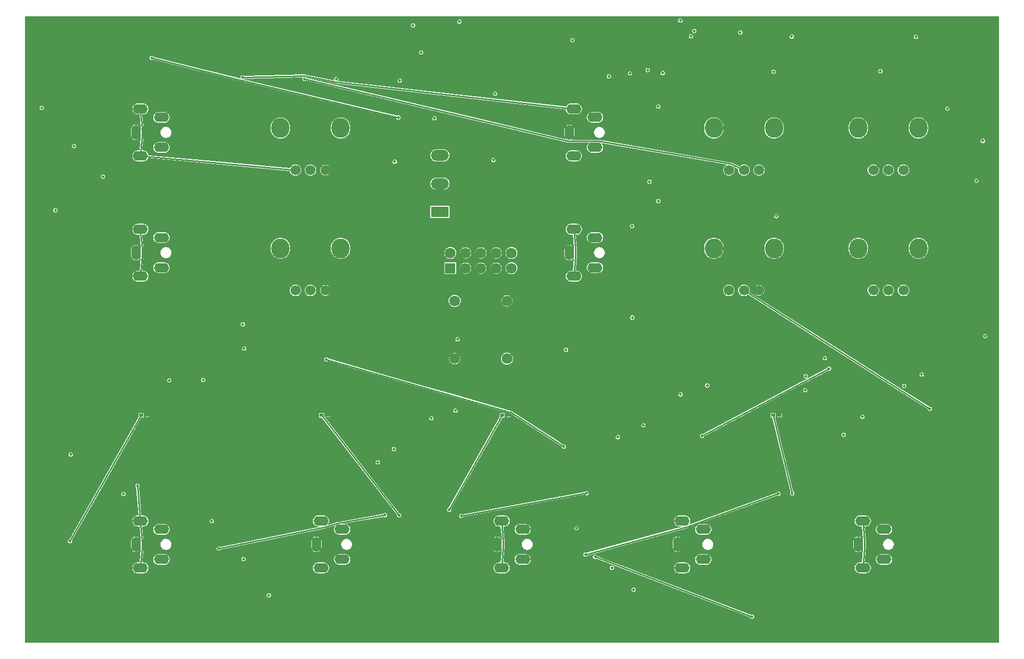
<source format=gbr>
%TF.GenerationSoftware,KiCad,Pcbnew,7.0.6+dfsg-1*%
%TF.CreationDate,2023-07-24T09:36:45-07:00*%
%TF.ProjectId,VCO,56434f2e-6b69-4636-9164-5f7063625858,rev?*%
%TF.SameCoordinates,Original*%
%TF.FileFunction,Copper,L4,Bot*%
%TF.FilePolarity,Positive*%
%FSLAX46Y46*%
G04 Gerber Fmt 4.6, Leading zero omitted, Abs format (unit mm)*
G04 Created by KiCad (PCBNEW 7.0.6+dfsg-1) date 2023-07-24 09:36:45*
%MOMM*%
%LPD*%
G01*
G04 APERTURE LIST*
%TA.AperFunction,ComponentPad*%
%ADD10C,1.800000*%
%TD*%
%TA.AperFunction,ComponentPad*%
%ADD11R,1.800000X1.800000*%
%TD*%
%TA.AperFunction,ComponentPad*%
%ADD12C,1.700000*%
%TD*%
%TA.AperFunction,ComponentPad*%
%ADD13O,3.000000X3.300000*%
%TD*%
%TA.AperFunction,ComponentPad*%
%ADD14O,1.600000X2.500000*%
%TD*%
%TA.AperFunction,ComponentPad*%
%ADD15O,2.500000X1.600000*%
%TD*%
%TA.AperFunction,ComponentPad*%
%ADD16R,3.000000X1.800000*%
%TD*%
%TA.AperFunction,ComponentPad*%
%ADD17O,3.000000X1.800000*%
%TD*%
%TA.AperFunction,SMDPad,CuDef*%
%ADD18R,0.636000X0.540000*%
%TD*%
%TA.AperFunction,ViaPad*%
%ADD19C,0.460000*%
%TD*%
%TA.AperFunction,Conductor*%
%ADD20C,0.250000*%
%TD*%
G04 APERTURE END LIST*
D10*
%TO.P,J101,10,10*%
%TO.N,Net-12V*%
X136980000Y-86316500D03*
%TO.P,J101,9,9*%
X136980000Y-88856500D03*
%TO.P,J101,8,8*%
%TO.N,GND*%
X134440000Y-86316500D03*
%TO.P,J101,7,7*%
X134440000Y-88856500D03*
%TO.P,J101,6,6*%
X131900000Y-86316500D03*
%TO.P,J101,5,5*%
X131900000Y-88856500D03*
%TO.P,J101,4,4*%
X129360000Y-86316500D03*
%TO.P,J101,3,3*%
X129360000Y-88856500D03*
%TO.P,J101,2,2*%
%TO.N,Net+12V*%
X126820000Y-86316500D03*
D11*
%TO.P,J101,1,1*%
X126820000Y-88856500D03*
%TD*%
D10*
%TO.P,D102,1,A*%
%TO.N,Net-12V*%
X127550000Y-94300000D03*
%TO.P,D102,2,K*%
%TO.N,GND*%
X136250000Y-94300000D03*
%TD*%
%TO.P,D101,1,A*%
%TO.N,GND*%
X127550000Y-103900000D03*
%TO.P,D101,2,K*%
%TO.N,Net+12V*%
X136250000Y-103900000D03*
%TD*%
D12*
%TO.P,RV202,1,1*%
%TO.N,GND*%
X106100000Y-72550500D03*
%TO.P,RV202,2,2*%
%TO.N,/6: CA3080_lm13700/Net-R205-Pad1*%
X103600000Y-72550500D03*
%TO.P,RV202,3,3*%
%TO.N,/6: CA3080_lm13700/Net-J202-PadT*%
X101100000Y-72550500D03*
D13*
%TO.P,RV202,4,4*%
%TO.N,unconnected-(RV202-Pad4)*%
X98600000Y-65550500D03*
%TO.P,RV202,5,5*%
%TO.N,unconnected-(RV202-Pad5)*%
X108600000Y-65550500D03*
%TD*%
D14*
%TO.P,J201,2,2*%
%TO.N,GND*%
X74600000Y-86280000D03*
D15*
%TO.P,J201,3,3*%
%TO.N,/6: CA3080_lm13700/Net-C201-Pad1*%
X75349000Y-82380000D03*
%TO.P,J201,4,4*%
%TO.N,unconnected-(J201-Pad4)*%
X78850000Y-83780000D03*
%TO.P,J201,5,5*%
%TO.N,unconnected-(J201-Pad5)*%
X78850000Y-88780000D03*
%TO.P,J201,6,6*%
%TO.N,/6: CA3080_lm13700/Net-C201-Pad1*%
X75349000Y-90180000D03*
%TD*%
D14*
%TO.P,J203,2,2*%
%TO.N,GND*%
X146600000Y-66280000D03*
D15*
%TO.P,J203,3,3*%
%TO.N,/3: TL072-9_tl072/Net-J203-PadT*%
X147349000Y-62380000D03*
%TO.P,J203,4,4*%
%TO.N,unconnected-(J203-Pad4)*%
X150850000Y-63780000D03*
%TO.P,J203,5,5*%
%TO.N,unconnected-(J203-Pad5)*%
X150850000Y-68780000D03*
%TO.P,J203,6,6*%
%TO.N,/3: TL072-9_tl072/Net-J203-PadT*%
X147349000Y-70180000D03*
%TD*%
D12*
%TO.P,RV402,1,1*%
%TO.N,Net-12V*%
X202100000Y-92550500D03*
%TO.P,RV402,2,2*%
%TO.N,/4: TL072-7_tl072/Net-R402-Pad1*%
X199600000Y-92550500D03*
%TO.P,RV402,3,3*%
%TO.N,Net+12V*%
X197100000Y-92550500D03*
D13*
%TO.P,RV402,4,4*%
%TO.N,unconnected-(RV402-Pad4)*%
X194600000Y-85550500D03*
%TO.P,RV402,5,5*%
%TO.N,unconnected-(RV402-Pad5)*%
X204600000Y-85550500D03*
%TD*%
D14*
%TO.P,J204,2,2*%
%TO.N,GND*%
X194600000Y-134780000D03*
D15*
%TO.P,J204,3,3*%
%TO.N,/2: TL072-8_tl072/Net-J204-PadT*%
X195349000Y-130880000D03*
%TO.P,J204,4,4*%
%TO.N,unconnected-(J204-Pad4)*%
X198850000Y-132280000D03*
%TO.P,J204,5,5*%
%TO.N,unconnected-(J204-Pad5)*%
X198850000Y-137280000D03*
%TO.P,J204,6,6*%
%TO.N,/2: TL072-8_tl072/Net-J204-PadT*%
X195349000Y-138680000D03*
%TD*%
D14*
%TO.P,J401,2,2*%
%TO.N,GND*%
X146600000Y-86280000D03*
D15*
%TO.P,J401,3,3*%
%TO.N,/5: TL072-4_tl072/Net-J401-PadT*%
X147349000Y-82380000D03*
%TO.P,J401,4,4*%
%TO.N,unconnected-(J401-Pad4)*%
X150850000Y-83780000D03*
%TO.P,J401,5,5*%
%TO.N,unconnected-(J401-Pad5)*%
X150850000Y-88780000D03*
%TO.P,J401,6,6*%
%TO.N,/5: TL072-4_tl072/Net-J401-PadT*%
X147349000Y-90180000D03*
%TD*%
D12*
%TO.P,RV204,1,1*%
%TO.N,Net-12V*%
X178100000Y-72550500D03*
%TO.P,RV204,2,2*%
%TO.N,/3: TL072-9_tl072/Net-R207-Pad1*%
X175600000Y-72550500D03*
%TO.P,RV204,3,3*%
%TO.N,Net+12V*%
X173100000Y-72550500D03*
D13*
%TO.P,RV204,4,4*%
%TO.N,unconnected-(RV204-Pad4)*%
X170600000Y-65550500D03*
%TO.P,RV204,5,5*%
%TO.N,unconnected-(RV204-Pad5)*%
X180600000Y-65550500D03*
%TD*%
D16*
%TO.P,SW201,1,1*%
%TO.N,/6: CA3080_lm13700/Net-C205-Pad1*%
X125100000Y-79511500D03*
D17*
%TO.P,SW201,2,2*%
%TO.N,Net-SW201-Pad2*%
X125100000Y-74811500D03*
%TO.P,SW201,3,3*%
%TO.N,/6: CA3080_lm13700/Net-C206-Pad1*%
X125100000Y-70111500D03*
%TD*%
D12*
%TO.P,RV203,1,1*%
%TO.N,Net-12V*%
X202100000Y-72550500D03*
%TO.P,RV203,2,2*%
%TO.N,/4: TL072-7_tl072/Net-R206-Pad1*%
X199600000Y-72550500D03*
%TO.P,RV203,3,3*%
%TO.N,Net+12V*%
X197100000Y-72550500D03*
D13*
%TO.P,RV203,4,4*%
%TO.N,unconnected-(RV203-Pad4)*%
X194600000Y-65550500D03*
%TO.P,RV203,5,5*%
%TO.N,unconnected-(RV203-Pad5)*%
X204600000Y-65550500D03*
%TD*%
D18*
%TO.P,D601,1,K*%
%TO.N,/3: TL072-9_tl072/Net-D601-Pad1*%
X180444500Y-113299500D03*
%TO.P,D601,2,A*%
%TO.N,GND*%
X181520500Y-113299500D03*
%TD*%
D12*
%TO.P,RV401,1,1*%
%TO.N,GND*%
X178100000Y-92550500D03*
%TO.P,RV401,2,2*%
%TO.N,/5: TL072-4_tl072/Net-R401-Pad1*%
X175600000Y-92550500D03*
%TO.P,RV401,3,3*%
%TO.N,/5: TL072-4_tl072/Net-J401-PadT*%
X173100000Y-92550500D03*
D13*
%TO.P,RV401,4,4*%
%TO.N,unconnected-(RV401-Pad4)*%
X170600000Y-85550500D03*
%TO.P,RV401,5,5*%
%TO.N,unconnected-(RV401-Pad5)*%
X180600000Y-85550500D03*
%TD*%
D18*
%TO.P,D603,1,K*%
%TO.N,/4: TL072-7_tl072/Net-D603-Pad1*%
X105444500Y-113299500D03*
%TO.P,D603,2,A*%
%TO.N,GND*%
X106520500Y-113299500D03*
%TD*%
D14*
%TO.P,J402,2,2*%
%TO.N,GND*%
X134600000Y-134780000D03*
D15*
%TO.P,J402,3,3*%
%TO.N,/3: TL072-9_tl072/Net-J402-PadT*%
X135349000Y-130880000D03*
%TO.P,J402,4,4*%
%TO.N,unconnected-(J402-Pad4)*%
X138850000Y-132280000D03*
%TO.P,J402,5,5*%
%TO.N,unconnected-(J402-Pad5)*%
X138850000Y-137280000D03*
%TO.P,J402,6,6*%
%TO.N,/3: TL072-9_tl072/Net-J402-PadT*%
X135349000Y-138680000D03*
%TD*%
D14*
%TO.P,J301,2,2*%
%TO.N,GND*%
X164600000Y-134780000D03*
D15*
%TO.P,J301,3,3*%
%TO.N,/2: TL072-8_tl072/Net-J301-PadT*%
X165349000Y-130880000D03*
%TO.P,J301,4,4*%
%TO.N,unconnected-(J301-Pad4)*%
X168850000Y-132280000D03*
%TO.P,J301,5,5*%
%TO.N,unconnected-(J301-Pad5)*%
X168850000Y-137280000D03*
%TO.P,J301,6,6*%
%TO.N,/2: TL072-8_tl072/Net-J301-PadT*%
X165349000Y-138680000D03*
%TD*%
D14*
%TO.P,J202,2,2*%
%TO.N,GND*%
X74600000Y-66280000D03*
D15*
%TO.P,J202,3,3*%
%TO.N,/6: CA3080_lm13700/Net-J202-PadT*%
X75349000Y-62380000D03*
%TO.P,J202,4,4*%
%TO.N,unconnected-(J202-Pad4)*%
X78850000Y-63780000D03*
%TO.P,J202,5,5*%
%TO.N,unconnected-(J202-Pad5)*%
X78850000Y-68780000D03*
%TO.P,J202,6,6*%
%TO.N,/6: CA3080_lm13700/Net-J202-PadT*%
X75349000Y-70180000D03*
%TD*%
D18*
%TO.P,D604,1,K*%
%TO.N,/4: TL072-7_tl072/Net-D604-Pad1*%
X75444500Y-113299500D03*
%TO.P,D604,2,A*%
%TO.N,GND*%
X76520500Y-113299500D03*
%TD*%
D14*
%TO.P,J501,2,2*%
%TO.N,GND*%
X74600000Y-134780000D03*
D15*
%TO.P,J501,3,3*%
%TO.N,/5: TL072-4_tl072/Net-J501-PadT*%
X75349000Y-130880000D03*
%TO.P,J501,4,4*%
%TO.N,unconnected-(J501-Pad4)*%
X78850000Y-132280000D03*
%TO.P,J501,5,5*%
%TO.N,unconnected-(J501-Pad5)*%
X78850000Y-137280000D03*
%TO.P,J501,6,6*%
%TO.N,/5: TL072-4_tl072/Net-J501-PadT*%
X75349000Y-138680000D03*
%TD*%
D14*
%TO.P,J502,2,2*%
%TO.N,GND*%
X104600000Y-134780000D03*
D15*
%TO.P,J502,3,3*%
%TO.N,/4: TL072-7_tl072/Net-J502-PadT*%
X105349000Y-130880000D03*
%TO.P,J502,4,4*%
%TO.N,unconnected-(J502-Pad4)*%
X108850000Y-132280000D03*
%TO.P,J502,5,5*%
%TO.N,unconnected-(J502-Pad5)*%
X108850000Y-137280000D03*
%TO.P,J502,6,6*%
%TO.N,/4: TL072-7_tl072/Net-J502-PadT*%
X105349000Y-138680000D03*
%TD*%
D18*
%TO.P,D602,1,K*%
%TO.N,/3: TL072-9_tl072/Net-D602-Pad1*%
X135444500Y-113299500D03*
%TO.P,D602,2,A*%
%TO.N,GND*%
X136520500Y-113299500D03*
%TD*%
D12*
%TO.P,RV201,1,1*%
%TO.N,GND*%
X106100000Y-92550500D03*
%TO.P,RV201,2,2*%
%TO.N,/6: CA3080_lm13700/Net-R202-Pad1*%
X103600000Y-92550500D03*
%TO.P,RV201,3,3*%
%TO.N,/6: CA3080_lm13700/Net-C201-Pad2*%
X101100000Y-92550500D03*
D13*
%TO.P,RV201,4,4*%
%TO.N,unconnected-(RV201-Pad4)*%
X98600000Y-85550500D03*
%TO.P,RV201,5,5*%
%TO.N,unconnected-(RV201-Pad5)*%
X108600000Y-85550500D03*
%TD*%
D19*
%TO.N,/6: CA3080_lm13700/Net-C205-Pad1*%
X183549749Y-50326664D03*
%TO.N,/6: CA3080_lm13700/Net-C206-Pad1*%
X180534011Y-56194965D03*
%TO.N,Net-12V*%
X127680189Y-112537983D03*
X92359334Y-98191528D03*
X198281457Y-56092014D03*
X157027010Y-81862869D03*
X92590983Y-102202019D03*
X156663516Y-56472248D03*
X180971608Y-80208081D03*
X121964355Y-52994663D03*
X146034933Y-102415937D03*
X96673552Y-143233785D03*
X153164102Y-56971278D03*
X215678635Y-100159616D03*
X165023800Y-47682049D03*
X69128261Y-73632966D03*
X157286069Y-142306600D03*
X169510987Y-108335527D03*
X64307547Y-68571536D03*
X118423330Y-57659526D03*
X165075738Y-109841947D03*
X133976541Y-70885594D03*
X202221207Y-108423240D03*
X123664532Y-113807537D03*
X153672162Y-138669227D03*
X205108497Y-106514974D03*
X92485572Y-137214518D03*
%TO.N,/3: TL072-9_tl072/Net-D201-Pad1*%
X77232170Y-53917069D03*
X118206237Y-63791992D03*
%TO.N,/3: TL072-9_tl072/Net-D601-Pad1*%
X183626064Y-126308834D03*
%TO.N,LEDSine*%
X185875318Y-106809175D03*
X209405969Y-62310824D03*
%TO.N,Net-R404-Pad1*%
X185794017Y-109144948D03*
X189033915Y-103804487D03*
%TO.N,/3: TL072-9_tl072/Net-D602-Pad1*%
X126631923Y-129006599D03*
%TO.N,/4: TL072-7_tl072/Net-D603-Pad1*%
X118307007Y-129938830D03*
%TO.N,/4: TL072-7_tl072/Net-D604-Pad1*%
X63661744Y-134228755D03*
%TO.N,BaseSquare*%
X147103962Y-50940770D03*
X159900697Y-74479016D03*
%TO.N,/3: TL072-9_tl072/Net-J203-PadT*%
X92311040Y-57143476D03*
%TO.N,Net+12V*%
X192165471Y-116570709D03*
X167341368Y-49425482D03*
X58956370Y-62216553D03*
X158880470Y-114976667D03*
X87191795Y-130890175D03*
X157065523Y-97065275D03*
X117458517Y-118913538D03*
X128328690Y-47861985D03*
X63764000Y-119821705D03*
X128037029Y-100683243D03*
X80133235Y-107504248D03*
X166820416Y-50301324D03*
X147781963Y-132075020D03*
X215294979Y-67684676D03*
X161361114Y-61983234D03*
X195285072Y-113567263D03*
X204148189Y-50389551D03*
X85769989Y-107433334D03*
X114770350Y-121116886D03*
X162120249Y-56405112D03*
X214242766Y-74332842D03*
X154656423Y-116947889D03*
%TO.N,/5: TL072-4_tl072/Net-J501-PadT*%
X74865314Y-125026075D03*
%TO.N,Net-R209-Pad2*%
X120631446Y-48474253D03*
X117597333Y-71150058D03*
%TO.N,/4: TL072-7_tl072/Net-Q203-Pad2*%
X161378384Y-77708035D03*
X174984310Y-49661014D03*
%TO.N,Net-C202-Pad2*%
X124176982Y-63931554D03*
X134274507Y-59854233D03*
%TO.N,LEDInvertedSaw*%
X61220757Y-79221084D03*
X72550805Y-126398441D03*
%TO.N,/5: TL072-4_tl072/Net-Q502-Pad3*%
X106233490Y-104028575D03*
X145699666Y-118528747D03*
%TO.N,Net-SW201-Pad2*%
X159619678Y-55951830D03*
%TO.N,/4: TL072-7_tl072/Net-R206-Pad1*%
X107878542Y-57411771D03*
%TO.N,/3: TL072-9_tl072/Net-R207-Pad1*%
X102601164Y-57383606D03*
%TO.N,/5: TL072-4_tl072/Net-R401-Pad1*%
X206464717Y-112223174D03*
%TO.N,/4: TL072-7_tl072/Net-R405-Pad2*%
X189722948Y-105541739D03*
X168631807Y-116736000D03*
%TO.N,/3: TL072-9_tl072/Net-R601-Pad1*%
X150872292Y-136852135D03*
X176936298Y-146778516D03*
%TO.N,/3: TL072-9_tl072/Net-R609-Pad1*%
X149276626Y-136463757D03*
X181319680Y-126324529D03*
%TO.N,/3: TL072-9_tl072/Net-R610-Pad1*%
X149446386Y-126254677D03*
X128626141Y-130047212D03*
%TO.N,/4: TL072-7_tl072/Net-R611-Pad1*%
X88349563Y-135466230D03*
X115984171Y-129901597D03*
%TD*%
D20*
%TO.N,/6: CA3080_lm13700/Net-C201-Pad1*%
X75625000Y-86856708D02*
X75625000Y-85703292D01*
X75624224Y-85684618D02*
X75349000Y-82380000D01*
X75349000Y-90180000D02*
X75624224Y-86875382D01*
X75625000Y-85703292D02*
G75*
G03*
X75624223Y-85684618I-225000J-8D01*
G01*
X75624223Y-86875382D02*
G75*
G03*
X75625000Y-86856708I-224223J18682D01*
G01*
%TO.N,/3: TL072-9_tl072/Net-D201-Pad1*%
X92198118Y-57619259D02*
X118206237Y-63791992D01*
X77232170Y-53917069D02*
X92193613Y-57618167D01*
X92193613Y-57618166D02*
G75*
G03*
X92198118Y-57619258I104587J421566D01*
G01*
%TO.N,/3: TL072-9_tl072/Net-D601-Pad1*%
X183626064Y-126308834D02*
X180444500Y-113299500D01*
%TO.N,/3: TL072-9_tl072/Net-D602-Pad1*%
X135444500Y-113299500D02*
X126631923Y-129006599D01*
%TO.N,/4: TL072-7_tl072/Net-D603-Pad1*%
X105444500Y-113299500D02*
X118307007Y-129938830D01*
%TO.N,/4: TL072-7_tl072/Net-D604-Pad1*%
X63661744Y-134228755D02*
X75444500Y-113299500D01*
%TO.N,/6: CA3080_lm13700/Net-J202-PadT*%
X75625000Y-66856708D02*
X75625000Y-65703292D01*
X75349000Y-70180000D02*
X101100000Y-72550500D01*
X75349000Y-70180000D02*
X75624224Y-66875382D01*
X75624224Y-65684618D02*
X75349000Y-62380000D01*
X75624223Y-66875382D02*
G75*
G03*
X75625000Y-66856708I-224223J18682D01*
G01*
X75625000Y-65703292D02*
G75*
G03*
X75624223Y-65684618I-225000J-8D01*
G01*
%TO.N,/3: TL072-9_tl072/Net-J203-PadT*%
X102589334Y-56894749D02*
X92311040Y-57143476D01*
X147349000Y-62380000D02*
X107823441Y-57897656D01*
X107785359Y-57891810D02*
X102694347Y-56903566D01*
X102694349Y-56903558D02*
G75*
G03*
X102589334Y-56894750I-93149J-480142D01*
G01*
X107785359Y-57891809D02*
G75*
G03*
X107823441Y-57897655I93241J480409D01*
G01*
%TO.N,/2: TL072-8_tl072/Net-J204-PadT*%
X195624224Y-134184618D02*
X195349000Y-130880000D01*
X195349000Y-138680000D02*
X195624224Y-135375382D01*
X195625000Y-135356708D02*
X195625000Y-134203292D01*
X195624223Y-135375382D02*
G75*
G03*
X195625000Y-135356708I-224223J18682D01*
G01*
X195625000Y-134203292D02*
G75*
G03*
X195624223Y-134184618I-225000J-8D01*
G01*
%TO.N,/5: TL072-4_tl072/Net-J401-PadT*%
X147625000Y-85703292D02*
X147625000Y-86856708D01*
X147349000Y-82380000D02*
X147624224Y-85684618D01*
X147624224Y-86875382D02*
X147349000Y-90180000D01*
X147624223Y-86875382D02*
G75*
G03*
X147625000Y-86856708I-224223J18682D01*
G01*
X147625000Y-85703292D02*
G75*
G03*
X147624223Y-85684618I-225000J-8D01*
G01*
%TO.N,/3: TL072-9_tl072/Net-J402-PadT*%
X135624224Y-134184618D02*
X135349000Y-130880000D01*
X135625000Y-135356708D02*
X135625000Y-134203292D01*
X135349000Y-138680000D02*
X135624224Y-135375382D01*
X135624223Y-135375382D02*
G75*
G03*
X135625000Y-135356708I-224223J18682D01*
G01*
X135625000Y-134203292D02*
G75*
G03*
X135624223Y-134184618I-225000J-8D01*
G01*
%TO.N,/5: TL072-4_tl072/Net-J501-PadT*%
X75349000Y-130880000D02*
X74865314Y-125026075D01*
X75349000Y-138680000D02*
X75624224Y-135375382D01*
X75624224Y-134184618D02*
X75349000Y-130880000D01*
X75625000Y-135356708D02*
X75625000Y-134203292D01*
X75625000Y-134203292D02*
G75*
G03*
X75624223Y-134184618I-225000J-8D01*
G01*
X75624223Y-135375382D02*
G75*
G03*
X75625000Y-135356708I-224223J18682D01*
G01*
%TO.N,/5: TL072-4_tl072/Net-Q502-Pad3*%
X106233490Y-104028575D02*
X136900460Y-112813199D01*
X136961241Y-112840928D02*
X145699666Y-118528747D01*
X136961241Y-112840928D02*
G75*
G03*
X136900460Y-112813199I-122741J-188572D01*
G01*
%TO.N,/3: TL072-9_tl072/Net-R207-Pad1*%
X173281291Y-71490897D02*
X151464652Y-67758223D01*
X151426708Y-67755000D02*
X146473292Y-67755000D01*
X175600000Y-72550500D02*
X173562250Y-71579959D01*
X146421500Y-67748958D02*
X102601164Y-57383606D01*
X146421500Y-67748959D02*
G75*
G03*
X146473292Y-67755000I51800J219059D01*
G01*
X173562250Y-71579960D02*
G75*
G03*
X173281291Y-71490898I-462250J-970540D01*
G01*
X151464652Y-67758225D02*
G75*
G03*
X151426708Y-67755000I-37952J-221675D01*
G01*
%TO.N,/5: TL072-4_tl072/Net-R401-Pad1*%
X175600000Y-92550500D02*
X206464717Y-112223174D01*
%TO.N,/4: TL072-7_tl072/Net-R405-Pad2*%
X189722948Y-105541739D02*
X168631807Y-116736000D01*
%TO.N,/3: TL072-9_tl072/Net-R601-Pad1*%
X176936298Y-146778516D02*
X150872292Y-136852135D01*
%TO.N,/3: TL072-9_tl072/Net-R609-Pad1*%
X166236248Y-131815678D02*
X165995236Y-131893988D01*
X181319680Y-126324529D02*
X166243691Y-131813115D01*
X165985028Y-131897039D02*
X149276626Y-136463757D01*
X166236248Y-131815679D02*
G75*
G03*
X166243691Y-131813115I-69448J213679D01*
G01*
X165985028Y-131897038D02*
G75*
G03*
X165995236Y-131893988I-59228J216838D01*
G01*
%TO.N,/3: TL072-9_tl072/Net-R610-Pad1*%
X149446386Y-126254677D02*
X128626141Y-130047212D01*
%TO.N,/4: TL072-7_tl072/Net-R611-Pad1*%
X105987274Y-131896413D02*
X108211726Y-131263587D01*
X108234491Y-131258371D02*
X115984171Y-129901597D01*
X88349563Y-135466230D02*
X105970334Y-131900530D01*
X108234491Y-131258373D02*
G75*
G03*
X108211726Y-131263587I38709J-221327D01*
G01*
X105970334Y-131900531D02*
G75*
G03*
X105987274Y-131896412I-44534J220031D01*
G01*
%TD*%
%TA.AperFunction,Conductor*%
%TO.N,GND*%
G36*
X217995399Y-47004601D02*
G01*
X217999500Y-47014500D01*
X217999500Y-151085500D01*
X217995399Y-151095399D01*
X217985500Y-151099500D01*
X56214500Y-151099500D01*
X56204601Y-151095399D01*
X56200500Y-151085500D01*
X56200500Y-143233785D01*
X96314633Y-143233785D01*
X96332200Y-143344697D01*
X96383180Y-143444753D01*
X96462583Y-143524156D01*
X96462585Y-143524157D01*
X96562640Y-143575137D01*
X96673552Y-143592704D01*
X96784464Y-143575137D01*
X96884519Y-143524157D01*
X96963924Y-143444752D01*
X97014904Y-143344697D01*
X97032471Y-143233785D01*
X97014904Y-143122873D01*
X96963924Y-143022818D01*
X96963923Y-143022816D01*
X96884520Y-142943413D01*
X96784464Y-142892433D01*
X96784465Y-142892433D01*
X96673552Y-142874866D01*
X96562639Y-142892433D01*
X96462583Y-142943413D01*
X96383180Y-143022816D01*
X96332200Y-143122872D01*
X96314633Y-143233785D01*
X56200500Y-143233785D01*
X56200500Y-142306600D01*
X156927150Y-142306600D01*
X156944717Y-142417512D01*
X156995697Y-142517568D01*
X157075100Y-142596971D01*
X157075102Y-142596972D01*
X157175157Y-142647952D01*
X157286069Y-142665519D01*
X157396981Y-142647952D01*
X157497036Y-142596972D01*
X157576441Y-142517567D01*
X157627421Y-142417512D01*
X157644988Y-142306600D01*
X157627421Y-142195688D01*
X157576441Y-142095633D01*
X157576440Y-142095631D01*
X157497037Y-142016228D01*
X157396981Y-141965248D01*
X157396982Y-141965248D01*
X157286069Y-141947681D01*
X157175156Y-141965248D01*
X157075100Y-142016228D01*
X156995697Y-142095631D01*
X156944717Y-142195687D01*
X156927150Y-142306600D01*
X56200500Y-142306600D01*
X56200500Y-135275008D01*
X73770000Y-135275008D01*
X73784624Y-135409475D01*
X73784627Y-135409486D01*
X73842267Y-135580554D01*
X73842270Y-135580561D01*
X73935346Y-135735254D01*
X73935347Y-135735257D01*
X74059500Y-135866324D01*
X74208930Y-135967639D01*
X74376640Y-136034461D01*
X74554807Y-136063669D01*
X74582499Y-136062168D01*
X74582500Y-136062167D01*
X74582500Y-135632214D01*
X74600000Y-135634986D01*
X74617500Y-135632214D01*
X74617500Y-136060269D01*
X74735070Y-136053896D01*
X74909025Y-136005597D01*
X74909026Y-136005597D01*
X75068530Y-135921033D01*
X75068537Y-135921028D01*
X75206129Y-135804156D01*
X75315383Y-135660436D01*
X75353889Y-135577205D01*
X75361767Y-135569942D01*
X75372473Y-135570377D01*
X75379736Y-135578255D01*
X75380547Y-135584245D01*
X75198786Y-137766662D01*
X75193878Y-137776187D01*
X75184834Y-137779500D01*
X74851801Y-137779500D01*
X74710747Y-137794324D01*
X74710745Y-137794325D01*
X74530716Y-137852821D01*
X74530710Y-137852823D01*
X74366786Y-137947464D01*
X74366783Y-137947466D01*
X74226109Y-138074131D01*
X74114850Y-138227267D01*
X74037856Y-138400197D01*
X74037854Y-138400203D01*
X73998500Y-138585349D01*
X73998500Y-138774650D01*
X74037854Y-138959796D01*
X74037855Y-138959800D01*
X74037856Y-138959803D01*
X74068285Y-139028146D01*
X74114850Y-139132732D01*
X74226109Y-139285868D01*
X74366783Y-139412533D01*
X74366786Y-139412535D01*
X74530710Y-139507176D01*
X74530711Y-139507176D01*
X74530716Y-139507179D01*
X74710744Y-139565674D01*
X74710745Y-139565674D01*
X74710747Y-139565675D01*
X74825191Y-139577702D01*
X74851800Y-139580499D01*
X74851801Y-139580500D01*
X74851808Y-139580500D01*
X75846199Y-139580500D01*
X75846199Y-139580499D01*
X75890374Y-139575856D01*
X75987252Y-139565675D01*
X75987253Y-139565674D01*
X75987256Y-139565674D01*
X76167284Y-139507179D01*
X76331216Y-139412533D01*
X76471888Y-139285871D01*
X76583151Y-139132730D01*
X76660144Y-138959803D01*
X76699499Y-138774650D01*
X103998500Y-138774650D01*
X104037854Y-138959796D01*
X104037855Y-138959800D01*
X104037856Y-138959803D01*
X104068285Y-139028146D01*
X104114850Y-139132732D01*
X104226109Y-139285868D01*
X104366783Y-139412533D01*
X104366786Y-139412535D01*
X104530710Y-139507176D01*
X104530711Y-139507176D01*
X104530716Y-139507179D01*
X104710744Y-139565674D01*
X104710745Y-139565674D01*
X104710747Y-139565675D01*
X104825191Y-139577702D01*
X104851800Y-139580499D01*
X104851801Y-139580500D01*
X104851808Y-139580500D01*
X105846199Y-139580500D01*
X105846199Y-139580499D01*
X105890374Y-139575856D01*
X105987252Y-139565675D01*
X105987253Y-139565674D01*
X105987256Y-139565674D01*
X106167284Y-139507179D01*
X106331216Y-139412533D01*
X106471888Y-139285871D01*
X106583151Y-139132730D01*
X106660144Y-138959803D01*
X106699500Y-138774646D01*
X106699500Y-138585354D01*
X106660144Y-138400197D01*
X106583151Y-138227270D01*
X106538399Y-138165674D01*
X106471890Y-138074131D01*
X106331216Y-137947466D01*
X106331213Y-137947464D01*
X106167289Y-137852823D01*
X106167285Y-137852821D01*
X106167284Y-137852821D01*
X106080633Y-137824666D01*
X105987254Y-137794325D01*
X105987252Y-137794324D01*
X105846199Y-137779500D01*
X105846192Y-137779500D01*
X104851808Y-137779500D01*
X104851801Y-137779500D01*
X104710747Y-137794324D01*
X104710745Y-137794325D01*
X104530716Y-137852821D01*
X104530710Y-137852823D01*
X104366786Y-137947464D01*
X104366783Y-137947466D01*
X104226109Y-138074131D01*
X104114850Y-138227267D01*
X104037856Y-138400197D01*
X104037854Y-138400203D01*
X103998500Y-138585349D01*
X103998500Y-138774650D01*
X76699499Y-138774650D01*
X76699500Y-138774646D01*
X76699500Y-138585354D01*
X76660144Y-138400197D01*
X76583151Y-138227270D01*
X76538399Y-138165674D01*
X76471890Y-138074131D01*
X76331216Y-137947466D01*
X76331213Y-137947464D01*
X76167289Y-137852823D01*
X76167285Y-137852821D01*
X76167284Y-137852821D01*
X76080633Y-137824666D01*
X75987254Y-137794325D01*
X75987252Y-137794324D01*
X75846199Y-137779500D01*
X75846192Y-137779500D01*
X75665494Y-137779500D01*
X75655595Y-137775399D01*
X75651494Y-137765500D01*
X75651542Y-137764338D01*
X75683997Y-137374650D01*
X77499500Y-137374650D01*
X77538854Y-137559796D01*
X77538855Y-137559800D01*
X77538856Y-137559803D01*
X77615849Y-137732730D01*
X77615850Y-137732732D01*
X77727109Y-137885868D01*
X77867783Y-138012533D01*
X77867786Y-138012535D01*
X78031710Y-138107176D01*
X78031711Y-138107176D01*
X78031716Y-138107179D01*
X78211744Y-138165674D01*
X78211745Y-138165674D01*
X78211747Y-138165675D01*
X78326191Y-138177702D01*
X78352800Y-138180499D01*
X78352801Y-138180500D01*
X78352808Y-138180500D01*
X79347199Y-138180500D01*
X79347199Y-138180499D01*
X79391374Y-138175856D01*
X79488252Y-138165675D01*
X79488253Y-138165674D01*
X79488256Y-138165674D01*
X79668284Y-138107179D01*
X79832216Y-138012533D01*
X79972888Y-137885871D01*
X80084151Y-137732730D01*
X80161144Y-137559803D01*
X80200500Y-137374646D01*
X80200500Y-137214518D01*
X92126653Y-137214518D01*
X92144220Y-137325430D01*
X92195200Y-137425486D01*
X92274603Y-137504889D01*
X92274605Y-137504890D01*
X92374660Y-137555870D01*
X92485572Y-137573437D01*
X92596484Y-137555870D01*
X92696539Y-137504890D01*
X92775944Y-137425485D01*
X92801845Y-137374650D01*
X107499500Y-137374650D01*
X107538854Y-137559796D01*
X107538855Y-137559800D01*
X107538856Y-137559803D01*
X107615849Y-137732730D01*
X107615850Y-137732732D01*
X107727109Y-137885868D01*
X107867783Y-138012533D01*
X107867786Y-138012535D01*
X108031710Y-138107176D01*
X108031711Y-138107176D01*
X108031716Y-138107179D01*
X108211744Y-138165674D01*
X108211745Y-138165674D01*
X108211747Y-138165675D01*
X108326191Y-138177702D01*
X108352800Y-138180499D01*
X108352801Y-138180500D01*
X108352808Y-138180500D01*
X109347199Y-138180500D01*
X109347199Y-138180499D01*
X109391374Y-138175856D01*
X109488252Y-138165675D01*
X109488253Y-138165674D01*
X109488256Y-138165674D01*
X109668284Y-138107179D01*
X109832216Y-138012533D01*
X109972888Y-137885871D01*
X110084151Y-137732730D01*
X110161144Y-137559803D01*
X110200500Y-137374646D01*
X110200500Y-137185354D01*
X110161144Y-137000197D01*
X110084151Y-136827270D01*
X110068050Y-136805109D01*
X109972890Y-136674131D01*
X109832216Y-136547466D01*
X109832213Y-136547464D01*
X109668289Y-136452823D01*
X109668285Y-136452821D01*
X109668284Y-136452821D01*
X109581633Y-136424666D01*
X109488254Y-136394325D01*
X109488252Y-136394324D01*
X109347199Y-136379500D01*
X109347192Y-136379500D01*
X108352808Y-136379500D01*
X108352801Y-136379500D01*
X108211747Y-136394324D01*
X108211745Y-136394325D01*
X108031716Y-136452821D01*
X108031710Y-136452823D01*
X107867786Y-136547464D01*
X107867783Y-136547466D01*
X107727109Y-136674131D01*
X107615850Y-136827267D01*
X107538856Y-137000197D01*
X107538854Y-137000203D01*
X107499500Y-137185349D01*
X107499500Y-137374650D01*
X92801845Y-137374650D01*
X92826924Y-137325430D01*
X92844491Y-137214518D01*
X92826924Y-137103606D01*
X92775944Y-137003551D01*
X92775943Y-137003549D01*
X92696540Y-136924146D01*
X92596484Y-136873166D01*
X92596485Y-136873166D01*
X92485572Y-136855599D01*
X92374659Y-136873166D01*
X92274603Y-136924146D01*
X92195200Y-137003549D01*
X92144220Y-137103605D01*
X92126653Y-137214518D01*
X80200500Y-137214518D01*
X80200500Y-137185354D01*
X80161144Y-137000197D01*
X80084151Y-136827270D01*
X80068050Y-136805109D01*
X79972890Y-136674131D01*
X79832216Y-136547466D01*
X79832213Y-136547464D01*
X79668289Y-136452823D01*
X79668285Y-136452821D01*
X79668284Y-136452821D01*
X79581633Y-136424666D01*
X79488254Y-136394325D01*
X79488252Y-136394324D01*
X79347199Y-136379500D01*
X79347192Y-136379500D01*
X78352808Y-136379500D01*
X78352801Y-136379500D01*
X78211747Y-136394324D01*
X78211745Y-136394325D01*
X78031716Y-136452821D01*
X78031710Y-136452823D01*
X77867786Y-136547464D01*
X77867783Y-136547466D01*
X77727109Y-136674131D01*
X77615850Y-136827267D01*
X77538856Y-137000197D01*
X77538854Y-137000203D01*
X77499500Y-137185349D01*
X77499500Y-137374650D01*
X75683997Y-137374650D01*
X75784220Y-136171266D01*
X75847311Y-135413720D01*
X75848472Y-135409193D01*
X75850500Y-135404640D01*
X75850500Y-135375730D01*
X75850524Y-135375148D01*
X75850527Y-135375103D01*
X75850913Y-135370478D01*
X75850555Y-135367665D01*
X75850500Y-135366785D01*
X75850500Y-135349014D01*
X75850500Y-135349013D01*
X75850502Y-135311861D01*
X75850500Y-135311858D01*
X75850501Y-135310537D01*
X75850500Y-135310515D01*
X75850500Y-134875071D01*
X78695500Y-134875071D01*
X78735029Y-135061038D01*
X78735031Y-135061044D01*
X78812364Y-135234739D01*
X78924120Y-135388559D01*
X78924122Y-135388561D01*
X78924123Y-135388562D01*
X78947349Y-135409475D01*
X79065417Y-135515784D01*
X79065419Y-135515785D01*
X79065420Y-135515786D01*
X79230080Y-135610853D01*
X79410908Y-135669608D01*
X79410909Y-135669608D01*
X79410911Y-135669609D01*
X79525865Y-135681690D01*
X79552591Y-135684499D01*
X79552592Y-135684500D01*
X79552599Y-135684500D01*
X79647408Y-135684500D01*
X79647408Y-135684499D01*
X79691779Y-135679835D01*
X79789088Y-135669609D01*
X79789089Y-135669608D01*
X79789092Y-135669608D01*
X79969920Y-135610853D01*
X80134580Y-135515786D01*
X80189618Y-135466230D01*
X87990644Y-135466230D01*
X88008211Y-135577142D01*
X88059191Y-135677198D01*
X88138594Y-135756601D01*
X88138596Y-135756602D01*
X88238651Y-135807582D01*
X88349563Y-135825149D01*
X88460475Y-135807582D01*
X88560530Y-135756602D01*
X88639935Y-135677197D01*
X88659392Y-135639006D01*
X88667538Y-135632048D01*
X88669085Y-135631641D01*
X90431474Y-135275008D01*
X103770000Y-135275008D01*
X103784624Y-135409475D01*
X103784627Y-135409486D01*
X103842267Y-135580554D01*
X103842270Y-135580561D01*
X103935346Y-135735254D01*
X103935347Y-135735257D01*
X104059500Y-135866324D01*
X104208930Y-135967639D01*
X104376640Y-136034461D01*
X104554807Y-136063669D01*
X104582499Y-136062168D01*
X104582500Y-136062167D01*
X104582500Y-135632214D01*
X104600000Y-135634986D01*
X104617500Y-135632214D01*
X104617500Y-136060269D01*
X104735070Y-136053896D01*
X104909025Y-136005597D01*
X104909026Y-136005597D01*
X105068530Y-135921033D01*
X105068537Y-135921028D01*
X105206129Y-135804156D01*
X105315381Y-135660438D01*
X105391189Y-135496583D01*
X105430000Y-135320266D01*
X105430000Y-134875071D01*
X108695500Y-134875071D01*
X108735029Y-135061038D01*
X108735031Y-135061044D01*
X108812364Y-135234739D01*
X108924120Y-135388559D01*
X108924122Y-135388561D01*
X108924123Y-135388562D01*
X108947349Y-135409475D01*
X109065417Y-135515784D01*
X109065419Y-135515785D01*
X109065420Y-135515786D01*
X109230080Y-135610853D01*
X109410908Y-135669608D01*
X109410909Y-135669608D01*
X109410911Y-135669609D01*
X109525865Y-135681690D01*
X109552591Y-135684499D01*
X109552592Y-135684500D01*
X109552599Y-135684500D01*
X109647408Y-135684500D01*
X109647408Y-135684499D01*
X109691779Y-135679835D01*
X109789088Y-135669609D01*
X109789089Y-135669608D01*
X109789092Y-135669608D01*
X109969920Y-135610853D01*
X110134580Y-135515786D01*
X110275877Y-135388562D01*
X110358379Y-135275008D01*
X133770000Y-135275008D01*
X133784624Y-135409475D01*
X133784627Y-135409486D01*
X133842267Y-135580554D01*
X133842270Y-135580561D01*
X133935346Y-135735254D01*
X133935347Y-135735257D01*
X134059500Y-135866324D01*
X134208930Y-135967639D01*
X134376640Y-136034461D01*
X134554807Y-136063669D01*
X134582499Y-136062168D01*
X134582500Y-136062167D01*
X134582500Y-135632214D01*
X134600000Y-135634986D01*
X134617500Y-135632214D01*
X134617500Y-136060269D01*
X134735070Y-136053896D01*
X134909025Y-136005597D01*
X134909026Y-136005597D01*
X135068530Y-135921033D01*
X135068537Y-135921028D01*
X135206129Y-135804156D01*
X135315383Y-135660436D01*
X135353889Y-135577205D01*
X135361767Y-135569942D01*
X135372473Y-135570377D01*
X135379736Y-135578255D01*
X135380547Y-135584245D01*
X135198786Y-137766662D01*
X135193878Y-137776187D01*
X135184834Y-137779500D01*
X134851801Y-137779500D01*
X134710747Y-137794324D01*
X134710745Y-137794325D01*
X134530716Y-137852821D01*
X134530710Y-137852823D01*
X134366786Y-137947464D01*
X134366783Y-137947466D01*
X134226109Y-138074131D01*
X134114850Y-138227267D01*
X134037856Y-138400197D01*
X134037854Y-138400203D01*
X133998500Y-138585349D01*
X133998500Y-138774650D01*
X134037854Y-138959796D01*
X134037855Y-138959800D01*
X134037856Y-138959803D01*
X134068285Y-139028146D01*
X134114850Y-139132732D01*
X134226109Y-139285868D01*
X134366783Y-139412533D01*
X134366786Y-139412535D01*
X134530710Y-139507176D01*
X134530711Y-139507176D01*
X134530716Y-139507179D01*
X134710744Y-139565674D01*
X134710745Y-139565674D01*
X134710747Y-139565675D01*
X134825191Y-139577702D01*
X134851800Y-139580499D01*
X134851801Y-139580500D01*
X134851808Y-139580500D01*
X135846199Y-139580500D01*
X135846199Y-139580499D01*
X135890374Y-139575856D01*
X135987252Y-139565675D01*
X135987253Y-139565674D01*
X135987256Y-139565674D01*
X136167284Y-139507179D01*
X136331216Y-139412533D01*
X136471888Y-139285871D01*
X136583151Y-139132730D01*
X136660144Y-138959803D01*
X136699500Y-138774646D01*
X136699500Y-138669227D01*
X153313243Y-138669227D01*
X153330810Y-138780139D01*
X153381790Y-138880195D01*
X153461193Y-138959598D01*
X153461195Y-138959599D01*
X153561250Y-139010579D01*
X153672162Y-139028146D01*
X153783074Y-139010579D01*
X153883129Y-138959599D01*
X153962534Y-138880194D01*
X154013514Y-138780139D01*
X154031081Y-138669227D01*
X154013514Y-138558315D01*
X153962534Y-138458260D01*
X153962533Y-138458258D01*
X153883130Y-138378855D01*
X153783074Y-138327875D01*
X153783075Y-138327875D01*
X153672162Y-138310308D01*
X153561249Y-138327875D01*
X153461193Y-138378855D01*
X153381790Y-138458258D01*
X153330810Y-138558314D01*
X153313243Y-138669227D01*
X136699500Y-138669227D01*
X136699500Y-138585354D01*
X136660144Y-138400197D01*
X136583151Y-138227270D01*
X136538399Y-138165674D01*
X136471890Y-138074131D01*
X136331216Y-137947466D01*
X136331213Y-137947464D01*
X136167289Y-137852823D01*
X136167285Y-137852821D01*
X136167284Y-137852821D01*
X136080633Y-137824666D01*
X135987254Y-137794325D01*
X135987252Y-137794324D01*
X135846199Y-137779500D01*
X135846192Y-137779500D01*
X135665494Y-137779500D01*
X135655595Y-137775399D01*
X135651494Y-137765500D01*
X135651542Y-137764338D01*
X135683997Y-137374650D01*
X137499500Y-137374650D01*
X137538854Y-137559796D01*
X137538855Y-137559800D01*
X137538856Y-137559803D01*
X137615849Y-137732730D01*
X137615850Y-137732732D01*
X137727109Y-137885868D01*
X137867783Y-138012533D01*
X137867786Y-138012535D01*
X138031710Y-138107176D01*
X138031711Y-138107176D01*
X138031716Y-138107179D01*
X138211744Y-138165674D01*
X138211745Y-138165674D01*
X138211747Y-138165675D01*
X138326191Y-138177702D01*
X138352800Y-138180499D01*
X138352801Y-138180500D01*
X138352808Y-138180500D01*
X139347199Y-138180500D01*
X139347199Y-138180499D01*
X139391374Y-138175856D01*
X139488252Y-138165675D01*
X139488253Y-138165674D01*
X139488256Y-138165674D01*
X139668284Y-138107179D01*
X139832216Y-138012533D01*
X139972888Y-137885871D01*
X140084151Y-137732730D01*
X140161144Y-137559803D01*
X140200500Y-137374646D01*
X140200500Y-137185354D01*
X140161144Y-137000197D01*
X140095222Y-136852135D01*
X150513373Y-136852135D01*
X150530940Y-136963047D01*
X150581920Y-137063103D01*
X150661323Y-137142506D01*
X150661325Y-137142507D01*
X150761380Y-137193487D01*
X150872292Y-137211054D01*
X150983204Y-137193487D01*
X151042601Y-137163221D01*
X151053280Y-137162381D01*
X151053921Y-137162607D01*
X176590148Y-146887986D01*
X176597638Y-146894712D01*
X176645926Y-146989484D01*
X176725329Y-147068887D01*
X176725331Y-147068888D01*
X176825386Y-147119868D01*
X176936298Y-147137435D01*
X177047210Y-147119868D01*
X177147265Y-147068888D01*
X177226670Y-146989483D01*
X177277650Y-146889428D01*
X177295217Y-146778516D01*
X177277650Y-146667604D01*
X177226670Y-146567549D01*
X177226669Y-146567547D01*
X177147266Y-146488144D01*
X177047210Y-146437164D01*
X177047211Y-146437164D01*
X176936298Y-146419597D01*
X176825385Y-146437164D01*
X176765990Y-146467427D01*
X176755308Y-146468268D01*
X176754651Y-146468036D01*
X158669830Y-139580499D01*
X156553888Y-138774650D01*
X163998500Y-138774650D01*
X164037854Y-138959796D01*
X164037855Y-138959800D01*
X164037856Y-138959803D01*
X164068285Y-139028146D01*
X164114850Y-139132732D01*
X164226109Y-139285868D01*
X164366783Y-139412533D01*
X164366786Y-139412535D01*
X164530710Y-139507176D01*
X164530711Y-139507176D01*
X164530716Y-139507179D01*
X164710744Y-139565674D01*
X164710745Y-139565674D01*
X164710747Y-139565675D01*
X164825191Y-139577702D01*
X164851800Y-139580499D01*
X164851801Y-139580500D01*
X164851808Y-139580500D01*
X165846199Y-139580500D01*
X165846199Y-139580499D01*
X165890374Y-139575856D01*
X165987252Y-139565675D01*
X165987253Y-139565674D01*
X165987256Y-139565674D01*
X166167284Y-139507179D01*
X166331216Y-139412533D01*
X166471888Y-139285871D01*
X166583151Y-139132730D01*
X166660144Y-138959803D01*
X166699500Y-138774646D01*
X166699500Y-138585354D01*
X166660144Y-138400197D01*
X166583151Y-138227270D01*
X166538399Y-138165674D01*
X166471890Y-138074131D01*
X166331216Y-137947466D01*
X166331213Y-137947464D01*
X166167289Y-137852823D01*
X166167285Y-137852821D01*
X166167284Y-137852821D01*
X166080633Y-137824666D01*
X165987254Y-137794325D01*
X165987252Y-137794324D01*
X165846199Y-137779500D01*
X165846192Y-137779500D01*
X164851808Y-137779500D01*
X164851801Y-137779500D01*
X164710747Y-137794324D01*
X164710745Y-137794325D01*
X164530716Y-137852821D01*
X164530710Y-137852823D01*
X164366786Y-137947464D01*
X164366783Y-137947466D01*
X164226109Y-138074131D01*
X164114850Y-138227267D01*
X164037856Y-138400197D01*
X164037854Y-138400203D01*
X163998500Y-138585349D01*
X163998500Y-138774650D01*
X156553888Y-138774650D01*
X152877865Y-137374650D01*
X167499500Y-137374650D01*
X167538854Y-137559796D01*
X167538855Y-137559800D01*
X167538856Y-137559803D01*
X167615849Y-137732730D01*
X167615850Y-137732732D01*
X167727109Y-137885868D01*
X167867783Y-138012533D01*
X167867786Y-138012535D01*
X168031710Y-138107176D01*
X168031711Y-138107176D01*
X168031716Y-138107179D01*
X168211744Y-138165674D01*
X168211745Y-138165674D01*
X168211747Y-138165675D01*
X168326191Y-138177702D01*
X168352800Y-138180499D01*
X168352801Y-138180500D01*
X168352808Y-138180500D01*
X169347199Y-138180500D01*
X169347199Y-138180499D01*
X169391374Y-138175856D01*
X169488252Y-138165675D01*
X169488253Y-138165674D01*
X169488256Y-138165674D01*
X169668284Y-138107179D01*
X169832216Y-138012533D01*
X169972888Y-137885871D01*
X170084151Y-137732730D01*
X170161144Y-137559803D01*
X170200500Y-137374646D01*
X170200500Y-137185354D01*
X170161144Y-137000197D01*
X170084151Y-136827270D01*
X170068050Y-136805109D01*
X169972890Y-136674131D01*
X169832216Y-136547466D01*
X169832213Y-136547464D01*
X169668289Y-136452823D01*
X169668285Y-136452821D01*
X169668284Y-136452821D01*
X169581633Y-136424666D01*
X169488254Y-136394325D01*
X169488252Y-136394324D01*
X169347199Y-136379500D01*
X169347192Y-136379500D01*
X168352808Y-136379500D01*
X168352801Y-136379500D01*
X168211747Y-136394324D01*
X168211745Y-136394325D01*
X168031716Y-136452821D01*
X168031710Y-136452823D01*
X167867786Y-136547464D01*
X167867783Y-136547466D01*
X167727109Y-136674131D01*
X167615850Y-136827267D01*
X167538856Y-137000197D01*
X167538854Y-137000203D01*
X167499500Y-137185349D01*
X167499500Y-137374650D01*
X152877865Y-137374650D01*
X151218440Y-136742664D01*
X151210951Y-136735939D01*
X151162664Y-136641168D01*
X151162663Y-136641166D01*
X151083260Y-136561763D01*
X150983204Y-136510783D01*
X150983205Y-136510783D01*
X150872292Y-136493216D01*
X150761379Y-136510783D01*
X150661323Y-136561763D01*
X150581920Y-136641166D01*
X150530940Y-136741222D01*
X150513373Y-136852135D01*
X140095222Y-136852135D01*
X140084151Y-136827270D01*
X140068050Y-136805109D01*
X139972890Y-136674131D01*
X139832216Y-136547466D01*
X139832213Y-136547464D01*
X139687227Y-136463757D01*
X148917707Y-136463757D01*
X148935274Y-136574669D01*
X148986254Y-136674725D01*
X149065657Y-136754128D01*
X149065659Y-136754129D01*
X149165714Y-136805109D01*
X149276626Y-136822676D01*
X149387538Y-136805109D01*
X149487593Y-136754129D01*
X149566998Y-136674724D01*
X149597668Y-136614528D01*
X149605814Y-136607570D01*
X149606420Y-136607388D01*
X154481243Y-135275008D01*
X163770000Y-135275008D01*
X163784624Y-135409475D01*
X163784627Y-135409486D01*
X163842267Y-135580554D01*
X163842270Y-135580561D01*
X163935346Y-135735254D01*
X163935347Y-135735257D01*
X164059500Y-135866324D01*
X164208930Y-135967639D01*
X164376640Y-136034461D01*
X164554807Y-136063669D01*
X164582499Y-136062168D01*
X164582500Y-136062167D01*
X164582500Y-135632214D01*
X164600000Y-135634986D01*
X164617500Y-135632214D01*
X164617500Y-136060269D01*
X164735070Y-136053896D01*
X164909025Y-136005597D01*
X164909026Y-136005597D01*
X165068530Y-135921033D01*
X165068537Y-135921028D01*
X165206129Y-135804156D01*
X165315381Y-135660438D01*
X165391189Y-135496583D01*
X165430000Y-135320266D01*
X165430000Y-134875071D01*
X168695500Y-134875071D01*
X168735029Y-135061038D01*
X168735031Y-135061044D01*
X168812364Y-135234739D01*
X168924120Y-135388559D01*
X168924122Y-135388561D01*
X168924123Y-135388562D01*
X168947349Y-135409475D01*
X169065417Y-135515784D01*
X169065419Y-135515785D01*
X169065420Y-135515786D01*
X169230080Y-135610853D01*
X169410908Y-135669608D01*
X169410909Y-135669608D01*
X169410911Y-135669609D01*
X169525865Y-135681690D01*
X169552591Y-135684499D01*
X169552592Y-135684500D01*
X169552599Y-135684500D01*
X169647408Y-135684500D01*
X169647408Y-135684499D01*
X169691779Y-135679835D01*
X169789088Y-135669609D01*
X169789089Y-135669608D01*
X169789092Y-135669608D01*
X169969920Y-135610853D01*
X170134580Y-135515786D01*
X170275877Y-135388562D01*
X170358379Y-135275008D01*
X193770000Y-135275008D01*
X193784624Y-135409475D01*
X193784627Y-135409486D01*
X193842267Y-135580554D01*
X193842270Y-135580561D01*
X193935346Y-135735254D01*
X193935347Y-135735257D01*
X194059500Y-135866324D01*
X194208930Y-135967639D01*
X194376640Y-136034461D01*
X194554807Y-136063669D01*
X194582499Y-136062168D01*
X194582500Y-136062167D01*
X194582500Y-135632214D01*
X194600000Y-135634986D01*
X194617500Y-135632214D01*
X194617500Y-136060269D01*
X194735070Y-136053896D01*
X194909025Y-136005597D01*
X194909026Y-136005597D01*
X195068530Y-135921033D01*
X195068537Y-135921028D01*
X195206129Y-135804156D01*
X195315383Y-135660436D01*
X195353889Y-135577205D01*
X195361767Y-135569942D01*
X195372473Y-135570377D01*
X195379736Y-135578255D01*
X195380547Y-135584245D01*
X195198786Y-137766662D01*
X195193878Y-137776187D01*
X195184834Y-137779500D01*
X194851801Y-137779500D01*
X194710747Y-137794324D01*
X194710745Y-137794325D01*
X194530716Y-137852821D01*
X194530710Y-137852823D01*
X194366786Y-137947464D01*
X194366783Y-137947466D01*
X194226109Y-138074131D01*
X194114850Y-138227267D01*
X194037856Y-138400197D01*
X194037854Y-138400203D01*
X193998500Y-138585349D01*
X193998500Y-138774650D01*
X194037854Y-138959796D01*
X194037855Y-138959800D01*
X194037856Y-138959803D01*
X194068285Y-139028146D01*
X194114850Y-139132732D01*
X194226109Y-139285868D01*
X194366783Y-139412533D01*
X194366786Y-139412535D01*
X194530710Y-139507176D01*
X194530711Y-139507176D01*
X194530716Y-139507179D01*
X194710744Y-139565674D01*
X194710745Y-139565674D01*
X194710747Y-139565675D01*
X194825191Y-139577702D01*
X194851800Y-139580499D01*
X194851801Y-139580500D01*
X194851808Y-139580500D01*
X195846199Y-139580500D01*
X195846199Y-139580499D01*
X195890374Y-139575856D01*
X195987252Y-139565675D01*
X195987253Y-139565674D01*
X195987256Y-139565674D01*
X196167284Y-139507179D01*
X196331216Y-139412533D01*
X196471888Y-139285871D01*
X196583151Y-139132730D01*
X196660144Y-138959803D01*
X196699500Y-138774646D01*
X196699500Y-138585354D01*
X196660144Y-138400197D01*
X196583151Y-138227270D01*
X196538399Y-138165674D01*
X196471890Y-138074131D01*
X196331216Y-137947466D01*
X196331213Y-137947464D01*
X196167289Y-137852823D01*
X196167285Y-137852821D01*
X196167284Y-137852821D01*
X196080633Y-137824666D01*
X195987254Y-137794325D01*
X195987252Y-137794324D01*
X195846199Y-137779500D01*
X195846192Y-137779500D01*
X195665494Y-137779500D01*
X195655595Y-137775399D01*
X195651494Y-137765500D01*
X195651542Y-137764338D01*
X195683997Y-137374650D01*
X197499500Y-137374650D01*
X197538854Y-137559796D01*
X197538855Y-137559800D01*
X197538856Y-137559803D01*
X197615849Y-137732730D01*
X197615850Y-137732732D01*
X197727109Y-137885868D01*
X197867783Y-138012533D01*
X197867786Y-138012535D01*
X198031710Y-138107176D01*
X198031711Y-138107176D01*
X198031716Y-138107179D01*
X198211744Y-138165674D01*
X198211745Y-138165674D01*
X198211747Y-138165675D01*
X198326191Y-138177702D01*
X198352800Y-138180499D01*
X198352801Y-138180500D01*
X198352808Y-138180500D01*
X199347199Y-138180500D01*
X199347199Y-138180499D01*
X199391374Y-138175856D01*
X199488252Y-138165675D01*
X199488253Y-138165674D01*
X199488256Y-138165674D01*
X199668284Y-138107179D01*
X199832216Y-138012533D01*
X199972888Y-137885871D01*
X200084151Y-137732730D01*
X200161144Y-137559803D01*
X200200500Y-137374646D01*
X200200500Y-137185354D01*
X200161144Y-137000197D01*
X200084151Y-136827270D01*
X200068050Y-136805109D01*
X199972890Y-136674131D01*
X199832216Y-136547466D01*
X199832213Y-136547464D01*
X199668289Y-136452823D01*
X199668285Y-136452821D01*
X199668284Y-136452821D01*
X199581633Y-136424666D01*
X199488254Y-136394325D01*
X199488252Y-136394324D01*
X199347199Y-136379500D01*
X199347192Y-136379500D01*
X198352808Y-136379500D01*
X198352801Y-136379500D01*
X198211747Y-136394324D01*
X198211745Y-136394325D01*
X198031716Y-136452821D01*
X198031710Y-136452823D01*
X197867786Y-136547464D01*
X197867783Y-136547466D01*
X197727109Y-136674131D01*
X197615850Y-136827267D01*
X197538856Y-137000197D01*
X197538854Y-137000203D01*
X197499500Y-137185349D01*
X197499500Y-137374650D01*
X195683997Y-137374650D01*
X195784220Y-136171266D01*
X195847311Y-135413720D01*
X195848472Y-135409193D01*
X195850500Y-135404640D01*
X195850500Y-135375730D01*
X195850524Y-135375148D01*
X195850527Y-135375103D01*
X195850913Y-135370478D01*
X195850555Y-135367665D01*
X195850500Y-135366785D01*
X195850500Y-135349014D01*
X195850502Y-135311861D01*
X195850500Y-135311858D01*
X195850501Y-135310537D01*
X195850500Y-135310515D01*
X195850500Y-134875071D01*
X198695500Y-134875071D01*
X198735029Y-135061038D01*
X198735031Y-135061044D01*
X198812364Y-135234739D01*
X198924120Y-135388559D01*
X198924122Y-135388561D01*
X198924123Y-135388562D01*
X198947349Y-135409475D01*
X199065417Y-135515784D01*
X199065419Y-135515785D01*
X199065420Y-135515786D01*
X199230080Y-135610853D01*
X199410908Y-135669608D01*
X199410909Y-135669608D01*
X199410911Y-135669609D01*
X199525865Y-135681690D01*
X199552591Y-135684499D01*
X199552592Y-135684500D01*
X199552599Y-135684500D01*
X199647408Y-135684500D01*
X199647408Y-135684499D01*
X199691779Y-135679835D01*
X199789088Y-135669609D01*
X199789089Y-135669608D01*
X199789092Y-135669608D01*
X199969920Y-135610853D01*
X200134580Y-135515786D01*
X200275877Y-135388562D01*
X200387635Y-135234741D01*
X200464969Y-135061045D01*
X200504500Y-134875067D01*
X200504500Y-134684933D01*
X200464969Y-134498955D01*
X200387635Y-134325259D01*
X200281803Y-134179594D01*
X200275879Y-134171440D01*
X200261665Y-134158642D01*
X200216354Y-134117843D01*
X200134582Y-134044215D01*
X199969924Y-133949149D01*
X199969922Y-133949148D01*
X199969920Y-133949147D01*
X199882884Y-133920867D01*
X199789090Y-133890391D01*
X199789088Y-133890390D01*
X199647408Y-133875500D01*
X199647401Y-133875500D01*
X199552599Y-133875500D01*
X199552592Y-133875500D01*
X199410911Y-133890390D01*
X199410909Y-133890391D01*
X199230080Y-133949147D01*
X199230075Y-133949149D01*
X199065417Y-134044215D01*
X198924120Y-134171440D01*
X198812364Y-134325260D01*
X198735031Y-134498955D01*
X198735029Y-134498961D01*
X198695500Y-134684928D01*
X198695500Y-134875071D01*
X195850500Y-134875071D01*
X195850500Y-134249776D01*
X195850501Y-134249759D01*
X195850500Y-134248141D01*
X195850502Y-134248139D01*
X195850500Y-134222985D01*
X195851282Y-134218371D01*
X195852924Y-134213669D01*
X195850524Y-134184849D01*
X195850500Y-134184268D01*
X195850500Y-134179594D01*
X195850500Y-134179590D01*
X195849908Y-134176810D01*
X195849782Y-134175957D01*
X195699762Y-132374650D01*
X197499500Y-132374650D01*
X197538854Y-132559796D01*
X197538856Y-132559802D01*
X197615850Y-132732732D01*
X197727109Y-132885868D01*
X197867783Y-133012533D01*
X197867786Y-133012535D01*
X198031710Y-133107176D01*
X198031711Y-133107176D01*
X198031716Y-133107179D01*
X198211744Y-133165674D01*
X198211745Y-133165674D01*
X198211747Y-133165675D01*
X198326191Y-133177702D01*
X198352800Y-133180499D01*
X198352801Y-133180500D01*
X198352808Y-133180500D01*
X199347199Y-133180500D01*
X199347199Y-133180499D01*
X199391374Y-133175856D01*
X199488252Y-133165675D01*
X199488253Y-133165674D01*
X199488256Y-133165674D01*
X199668284Y-133107179D01*
X199832216Y-133012533D01*
X199972888Y-132885871D01*
X200084151Y-132732730D01*
X200161144Y-132559803D01*
X200200500Y-132374646D01*
X200200500Y-132185354D01*
X200161144Y-132000197D01*
X200084151Y-131827270D01*
X200070154Y-131808005D01*
X199972890Y-131674131D01*
X199832216Y-131547466D01*
X199832213Y-131547464D01*
X199668289Y-131452823D01*
X199668285Y-131452821D01*
X199668284Y-131452821D01*
X199581633Y-131424666D01*
X199488254Y-131394325D01*
X199488252Y-131394324D01*
X199347199Y-131379500D01*
X199347192Y-131379500D01*
X198352808Y-131379500D01*
X198352801Y-131379500D01*
X198211747Y-131394324D01*
X198211745Y-131394325D01*
X198031716Y-131452821D01*
X198031710Y-131452823D01*
X197867786Y-131547464D01*
X197867783Y-131547466D01*
X197727109Y-131674131D01*
X197615850Y-131827267D01*
X197538856Y-132000197D01*
X197538854Y-132000203D01*
X197499500Y-132185349D01*
X197499500Y-132374650D01*
X195699762Y-132374650D01*
X195683997Y-132185354D01*
X195651542Y-131795662D01*
X195654807Y-131785456D01*
X195664332Y-131780548D01*
X195665494Y-131780500D01*
X195846199Y-131780500D01*
X195846199Y-131780499D01*
X195890374Y-131775856D01*
X195987252Y-131765675D01*
X195987253Y-131765674D01*
X195987256Y-131765674D01*
X196167284Y-131707179D01*
X196257599Y-131655036D01*
X196331213Y-131612535D01*
X196331216Y-131612533D01*
X196471888Y-131485871D01*
X196583151Y-131332730D01*
X196660144Y-131159803D01*
X196699500Y-130974646D01*
X196699500Y-130785354D01*
X196660144Y-130600197D01*
X196583151Y-130427270D01*
X196489049Y-130297749D01*
X196471890Y-130274131D01*
X196331216Y-130147466D01*
X196331213Y-130147464D01*
X196167289Y-130052823D01*
X196167285Y-130052821D01*
X196167284Y-130052821D01*
X196080633Y-130024666D01*
X195987254Y-129994325D01*
X195987252Y-129994324D01*
X195846199Y-129979500D01*
X195846192Y-129979500D01*
X194851808Y-129979500D01*
X194851801Y-129979500D01*
X194710747Y-129994324D01*
X194710745Y-129994325D01*
X194530716Y-130052821D01*
X194530710Y-130052823D01*
X194366786Y-130147464D01*
X194366783Y-130147466D01*
X194226109Y-130274131D01*
X194114850Y-130427267D01*
X194037856Y-130600197D01*
X194037854Y-130600203D01*
X193998500Y-130785349D01*
X193998500Y-130974650D01*
X194037854Y-131159796D01*
X194037855Y-131159800D01*
X194037856Y-131159803D01*
X194114849Y-131332730D01*
X194114850Y-131332732D01*
X194226109Y-131485868D01*
X194226111Y-131485870D01*
X194226112Y-131485871D01*
X194247315Y-131504962D01*
X194366783Y-131612533D01*
X194366786Y-131612535D01*
X194530710Y-131707176D01*
X194530711Y-131707176D01*
X194530716Y-131707179D01*
X194710744Y-131765674D01*
X194710745Y-131765674D01*
X194710747Y-131765675D01*
X194825191Y-131777702D01*
X194851800Y-131780499D01*
X194851801Y-131780500D01*
X194851808Y-131780500D01*
X195184834Y-131780500D01*
X195194733Y-131784601D01*
X195198786Y-131793338D01*
X195379590Y-133964266D01*
X195376325Y-133974472D01*
X195366800Y-133979380D01*
X195356594Y-133976115D01*
X195353642Y-133972646D01*
X195264653Y-133824745D01*
X195264652Y-133824742D01*
X195140499Y-133693675D01*
X194991069Y-133592360D01*
X194823359Y-133525538D01*
X194645191Y-133496329D01*
X194617500Y-133497830D01*
X194617500Y-133927785D01*
X194600000Y-133925014D01*
X194582500Y-133927785D01*
X194582500Y-133499728D01*
X194582499Y-133499728D01*
X194464929Y-133506103D01*
X194290974Y-133554402D01*
X194290973Y-133554402D01*
X194131469Y-133638966D01*
X194131462Y-133638971D01*
X193993870Y-133755843D01*
X193884618Y-133899561D01*
X193808810Y-134063416D01*
X193770000Y-134239733D01*
X193770000Y-134762500D01*
X194200000Y-134762500D01*
X194200000Y-134797500D01*
X193770000Y-134797500D01*
X193770000Y-135275008D01*
X170358379Y-135275008D01*
X170387635Y-135234741D01*
X170464969Y-135061045D01*
X170504500Y-134875067D01*
X170504500Y-134684933D01*
X170464969Y-134498955D01*
X170387635Y-134325259D01*
X170281803Y-134179594D01*
X170275879Y-134171440D01*
X170261665Y-134158642D01*
X170216354Y-134117843D01*
X170134582Y-134044215D01*
X169969924Y-133949149D01*
X169969922Y-133949148D01*
X169969920Y-133949147D01*
X169882884Y-133920867D01*
X169789090Y-133890391D01*
X169789088Y-133890390D01*
X169647408Y-133875500D01*
X169647401Y-133875500D01*
X169552599Y-133875500D01*
X169552592Y-133875500D01*
X169410911Y-133890390D01*
X169410909Y-133890391D01*
X169230080Y-133949147D01*
X169230075Y-133949149D01*
X169065417Y-134044215D01*
X168924120Y-134171440D01*
X168812364Y-134325260D01*
X168735031Y-134498955D01*
X168735029Y-134498961D01*
X168695500Y-134684928D01*
X168695500Y-134875071D01*
X165430000Y-134875071D01*
X165430000Y-134797500D01*
X165000000Y-134797500D01*
X165000000Y-134762500D01*
X165430000Y-134762500D01*
X165430000Y-134285006D01*
X165429999Y-134284991D01*
X165415375Y-134150524D01*
X165415372Y-134150513D01*
X165357732Y-133979445D01*
X165357729Y-133979438D01*
X165264653Y-133824745D01*
X165264652Y-133824742D01*
X165140499Y-133693675D01*
X164991069Y-133592360D01*
X164823359Y-133525538D01*
X164645191Y-133496329D01*
X164617500Y-133497830D01*
X164617500Y-133927785D01*
X164600000Y-133925014D01*
X164582500Y-133927785D01*
X164582500Y-133499728D01*
X164582499Y-133499728D01*
X164464929Y-133506103D01*
X164290974Y-133554402D01*
X164290973Y-133554402D01*
X164131469Y-133638966D01*
X164131462Y-133638971D01*
X163993870Y-133755843D01*
X163884618Y-133899561D01*
X163808810Y-134063416D01*
X163770000Y-134239733D01*
X163770000Y-134762500D01*
X164200000Y-134762500D01*
X164200000Y-134797500D01*
X163770000Y-134797500D01*
X163770000Y-135275008D01*
X154481243Y-135275008D01*
X165092880Y-132374650D01*
X167499500Y-132374650D01*
X167538854Y-132559796D01*
X167538856Y-132559802D01*
X167615850Y-132732732D01*
X167727109Y-132885868D01*
X167867783Y-133012533D01*
X167867786Y-133012535D01*
X168031710Y-133107176D01*
X168031711Y-133107176D01*
X168031716Y-133107179D01*
X168211744Y-133165674D01*
X168211745Y-133165674D01*
X168211747Y-133165675D01*
X168326191Y-133177702D01*
X168352800Y-133180499D01*
X168352801Y-133180500D01*
X168352808Y-133180500D01*
X169347199Y-133180500D01*
X169347199Y-133180499D01*
X169391374Y-133175856D01*
X169488252Y-133165675D01*
X169488253Y-133165674D01*
X169488256Y-133165674D01*
X169668284Y-133107179D01*
X169832216Y-133012533D01*
X169972888Y-132885871D01*
X170084151Y-132732730D01*
X170161144Y-132559803D01*
X170200500Y-132374646D01*
X170200500Y-132185354D01*
X170161144Y-132000197D01*
X170084151Y-131827270D01*
X170070154Y-131808005D01*
X169972890Y-131674131D01*
X169832216Y-131547466D01*
X169832213Y-131547464D01*
X169668289Y-131452823D01*
X169668285Y-131452821D01*
X169668284Y-131452821D01*
X169581633Y-131424666D01*
X169488254Y-131394325D01*
X169488252Y-131394324D01*
X169347199Y-131379500D01*
X169347192Y-131379500D01*
X168352808Y-131379500D01*
X168352801Y-131379500D01*
X168211747Y-131394324D01*
X168211745Y-131394325D01*
X168031716Y-131452821D01*
X168031710Y-131452823D01*
X167867786Y-131547464D01*
X167867783Y-131547466D01*
X167727109Y-131674131D01*
X167615850Y-131827267D01*
X167538856Y-132000197D01*
X167538854Y-132000203D01*
X167499500Y-132185349D01*
X167499500Y-132374650D01*
X165092880Y-132374650D01*
X166011965Y-132123447D01*
X166017117Y-132123030D01*
X166019334Y-132123263D01*
X166052789Y-132112392D01*
X166054627Y-132111795D01*
X166054945Y-132111700D01*
X166067344Y-132108312D01*
X166069734Y-132107078D01*
X166071809Y-132106211D01*
X166107555Y-132094604D01*
X166107556Y-132094603D01*
X166108942Y-132094153D01*
X166108989Y-132094131D01*
X166261893Y-132044449D01*
X166261930Y-132044442D01*
X166263289Y-132043999D01*
X166263291Y-132044000D01*
X166269480Y-132041987D01*
X166274785Y-132041336D01*
X166275794Y-132041407D01*
X166313439Y-132027701D01*
X166328473Y-132022817D01*
X166330176Y-132021832D01*
X166332377Y-132020806D01*
X181133227Y-126632387D01*
X181143931Y-126632853D01*
X181144337Y-126633051D01*
X181208768Y-126665881D01*
X181319680Y-126683448D01*
X181430592Y-126665881D01*
X181530647Y-126614901D01*
X181610052Y-126535496D01*
X181661032Y-126435441D01*
X181678599Y-126324529D01*
X181661032Y-126213617D01*
X181610052Y-126113562D01*
X181610051Y-126113560D01*
X181530648Y-126034157D01*
X181430592Y-125983177D01*
X181430593Y-125983177D01*
X181319680Y-125965610D01*
X181208767Y-125983177D01*
X181108711Y-126034157D01*
X181029308Y-126113560D01*
X180983829Y-126202818D01*
X180976144Y-126209617D01*
X166510786Y-131475896D01*
X166500081Y-131475430D01*
X166492842Y-131467530D01*
X166493308Y-131456825D01*
X166494668Y-131454516D01*
X166583151Y-131332730D01*
X166660144Y-131159803D01*
X166699500Y-130974646D01*
X166699500Y-130785354D01*
X166660144Y-130600197D01*
X166583151Y-130427270D01*
X166489049Y-130297749D01*
X166471890Y-130274131D01*
X166331216Y-130147466D01*
X166331213Y-130147464D01*
X166167289Y-130052823D01*
X166167285Y-130052821D01*
X166167284Y-130052821D01*
X166080633Y-130024666D01*
X165987254Y-129994325D01*
X165987252Y-129994324D01*
X165846199Y-129979500D01*
X165846192Y-129979500D01*
X164851808Y-129979500D01*
X164851801Y-129979500D01*
X164710747Y-129994324D01*
X164710745Y-129994325D01*
X164530716Y-130052821D01*
X164530710Y-130052823D01*
X164366786Y-130147464D01*
X164366783Y-130147466D01*
X164226109Y-130274131D01*
X164114850Y-130427267D01*
X164037856Y-130600197D01*
X164037854Y-130600203D01*
X163998500Y-130785349D01*
X163998500Y-130974650D01*
X164037854Y-131159796D01*
X164037855Y-131159800D01*
X164037856Y-131159803D01*
X164114849Y-131332730D01*
X164114850Y-131332732D01*
X164226109Y-131485868D01*
X164226111Y-131485870D01*
X164226112Y-131485871D01*
X164247315Y-131504962D01*
X164366783Y-131612533D01*
X164366786Y-131612535D01*
X164530710Y-131707176D01*
X164530711Y-131707176D01*
X164530716Y-131707179D01*
X164710744Y-131765674D01*
X164710745Y-131765674D01*
X164710747Y-131765675D01*
X164825191Y-131777702D01*
X164851800Y-131780499D01*
X164851801Y-131780500D01*
X164851808Y-131780500D01*
X165451782Y-131780500D01*
X165461681Y-131784601D01*
X165465782Y-131794500D01*
X165461681Y-131804399D01*
X165455473Y-131808004D01*
X164072738Y-132185932D01*
X149491460Y-136171266D01*
X149481413Y-136170235D01*
X149387538Y-136122405D01*
X149387539Y-136122405D01*
X149276626Y-136104838D01*
X149165713Y-136122405D01*
X149065657Y-136173385D01*
X148986254Y-136252788D01*
X148935274Y-136352844D01*
X148917707Y-136463757D01*
X139687227Y-136463757D01*
X139668289Y-136452823D01*
X139668285Y-136452821D01*
X139668284Y-136452821D01*
X139581633Y-136424666D01*
X139488254Y-136394325D01*
X139488252Y-136394324D01*
X139347199Y-136379500D01*
X139347192Y-136379500D01*
X138352808Y-136379500D01*
X138352801Y-136379500D01*
X138211747Y-136394324D01*
X138211745Y-136394325D01*
X138031716Y-136452821D01*
X138031710Y-136452823D01*
X137867786Y-136547464D01*
X137867783Y-136547466D01*
X137727109Y-136674131D01*
X137615850Y-136827267D01*
X137538856Y-137000197D01*
X137538854Y-137000203D01*
X137499500Y-137185349D01*
X137499500Y-137374650D01*
X135683997Y-137374650D01*
X135784220Y-136171266D01*
X135847311Y-135413720D01*
X135848472Y-135409193D01*
X135850500Y-135404640D01*
X135850500Y-135375730D01*
X135850524Y-135375148D01*
X135850527Y-135375103D01*
X135850913Y-135370478D01*
X135850555Y-135367665D01*
X135850500Y-135366785D01*
X135850500Y-135349014D01*
X135850502Y-135311861D01*
X135850500Y-135311858D01*
X135850501Y-135310537D01*
X135850500Y-135310515D01*
X135850500Y-134875071D01*
X138695500Y-134875071D01*
X138735029Y-135061038D01*
X138735031Y-135061044D01*
X138812364Y-135234739D01*
X138924120Y-135388559D01*
X138924122Y-135388561D01*
X138924123Y-135388562D01*
X138947349Y-135409475D01*
X139065417Y-135515784D01*
X139065419Y-135515785D01*
X139065420Y-135515786D01*
X139230080Y-135610853D01*
X139410908Y-135669608D01*
X139410909Y-135669608D01*
X139410911Y-135669609D01*
X139525865Y-135681690D01*
X139552591Y-135684499D01*
X139552592Y-135684500D01*
X139552599Y-135684500D01*
X139647408Y-135684500D01*
X139647408Y-135684499D01*
X139691779Y-135679835D01*
X139789088Y-135669609D01*
X139789089Y-135669608D01*
X139789092Y-135669608D01*
X139969920Y-135610853D01*
X140134580Y-135515786D01*
X140275877Y-135388562D01*
X140387635Y-135234741D01*
X140464969Y-135061045D01*
X140504500Y-134875067D01*
X140504500Y-134684933D01*
X140464969Y-134498955D01*
X140387635Y-134325259D01*
X140281803Y-134179594D01*
X140275879Y-134171440D01*
X140261665Y-134158642D01*
X140216354Y-134117843D01*
X140134582Y-134044215D01*
X139969924Y-133949149D01*
X139969922Y-133949148D01*
X139969920Y-133949147D01*
X139882884Y-133920867D01*
X139789090Y-133890391D01*
X139789088Y-133890390D01*
X139647408Y-133875500D01*
X139647401Y-133875500D01*
X139552599Y-133875500D01*
X139552592Y-133875500D01*
X139410911Y-133890390D01*
X139410909Y-133890391D01*
X139230080Y-133949147D01*
X139230075Y-133949149D01*
X139065417Y-134044215D01*
X138924120Y-134171440D01*
X138812364Y-134325260D01*
X138735031Y-134498955D01*
X138735029Y-134498961D01*
X138695500Y-134684928D01*
X138695500Y-134875071D01*
X135850500Y-134875071D01*
X135850500Y-134249776D01*
X135850501Y-134249759D01*
X135850500Y-134248141D01*
X135850502Y-134248139D01*
X135850500Y-134222985D01*
X135851282Y-134218371D01*
X135852924Y-134213669D01*
X135850524Y-134184849D01*
X135850500Y-134184268D01*
X135850500Y-134179594D01*
X135850500Y-134179590D01*
X135849908Y-134176810D01*
X135849782Y-134175957D01*
X135699762Y-132374650D01*
X137499500Y-132374650D01*
X137538854Y-132559796D01*
X137538856Y-132559802D01*
X137615850Y-132732732D01*
X137727109Y-132885868D01*
X137867783Y-133012533D01*
X137867786Y-133012535D01*
X138031710Y-133107176D01*
X138031711Y-133107176D01*
X138031716Y-133107179D01*
X138211744Y-133165674D01*
X138211745Y-133165674D01*
X138211747Y-133165675D01*
X138326191Y-133177702D01*
X138352800Y-133180499D01*
X138352801Y-133180500D01*
X138352808Y-133180500D01*
X139347199Y-133180500D01*
X139347199Y-133180499D01*
X139391374Y-133175856D01*
X139488252Y-133165675D01*
X139488253Y-133165674D01*
X139488256Y-133165674D01*
X139668284Y-133107179D01*
X139832216Y-133012533D01*
X139972888Y-132885871D01*
X140084151Y-132732730D01*
X140161144Y-132559803D01*
X140200500Y-132374646D01*
X140200500Y-132185354D01*
X140177048Y-132075020D01*
X147423044Y-132075020D01*
X147440611Y-132185932D01*
X147491591Y-132285988D01*
X147570994Y-132365391D01*
X147570996Y-132365392D01*
X147671051Y-132416372D01*
X147781963Y-132433939D01*
X147892875Y-132416372D01*
X147992930Y-132365392D01*
X148072335Y-132285987D01*
X148123315Y-132185932D01*
X148140882Y-132075020D01*
X148123315Y-131964108D01*
X148072335Y-131864053D01*
X148072334Y-131864051D01*
X147992931Y-131784648D01*
X147892875Y-131733668D01*
X147892876Y-131733668D01*
X147781963Y-131716101D01*
X147671050Y-131733668D01*
X147570994Y-131784648D01*
X147491591Y-131864051D01*
X147440611Y-131964107D01*
X147423044Y-132075020D01*
X140177048Y-132075020D01*
X140161144Y-132000197D01*
X140084151Y-131827270D01*
X140070154Y-131808005D01*
X139972890Y-131674131D01*
X139832216Y-131547466D01*
X139832213Y-131547464D01*
X139668289Y-131452823D01*
X139668285Y-131452821D01*
X139668284Y-131452821D01*
X139581633Y-131424666D01*
X139488254Y-131394325D01*
X139488252Y-131394324D01*
X139347199Y-131379500D01*
X139347192Y-131379500D01*
X138352808Y-131379500D01*
X138352801Y-131379500D01*
X138211747Y-131394324D01*
X138211745Y-131394325D01*
X138031716Y-131452821D01*
X138031710Y-131452823D01*
X137867786Y-131547464D01*
X137867783Y-131547466D01*
X137727109Y-131674131D01*
X137615850Y-131827267D01*
X137538856Y-132000197D01*
X137538854Y-132000203D01*
X137499500Y-132185349D01*
X137499500Y-132374650D01*
X135699762Y-132374650D01*
X135683997Y-132185354D01*
X135651542Y-131795662D01*
X135654807Y-131785456D01*
X135664332Y-131780548D01*
X135665494Y-131780500D01*
X135846199Y-131780500D01*
X135846199Y-131780499D01*
X135890374Y-131775856D01*
X135987252Y-131765675D01*
X135987253Y-131765674D01*
X135987256Y-131765674D01*
X136167284Y-131707179D01*
X136257599Y-131655036D01*
X136331213Y-131612535D01*
X136331216Y-131612533D01*
X136471888Y-131485871D01*
X136583151Y-131332730D01*
X136660144Y-131159803D01*
X136699500Y-130974646D01*
X136699500Y-130785354D01*
X136660144Y-130600197D01*
X136583151Y-130427270D01*
X136489049Y-130297749D01*
X136471890Y-130274131D01*
X136331216Y-130147466D01*
X136331213Y-130147464D01*
X136167289Y-130052823D01*
X136167285Y-130052821D01*
X136167284Y-130052821D01*
X136080633Y-130024666D01*
X135987254Y-129994325D01*
X135987252Y-129994324D01*
X135846199Y-129979500D01*
X135846192Y-129979500D01*
X134851808Y-129979500D01*
X134851801Y-129979500D01*
X134710747Y-129994324D01*
X134710745Y-129994325D01*
X134530716Y-130052821D01*
X134530710Y-130052823D01*
X134366786Y-130147464D01*
X134366783Y-130147466D01*
X134226109Y-130274131D01*
X134114850Y-130427267D01*
X134037856Y-130600197D01*
X134037854Y-130600203D01*
X133998500Y-130785349D01*
X133998500Y-130974650D01*
X134037854Y-131159796D01*
X134037855Y-131159800D01*
X134037856Y-131159803D01*
X134114849Y-131332730D01*
X134114850Y-131332732D01*
X134226109Y-131485868D01*
X134226111Y-131485870D01*
X134226112Y-131485871D01*
X134247315Y-131504962D01*
X134366783Y-131612533D01*
X134366786Y-131612535D01*
X134530710Y-131707176D01*
X134530711Y-131707176D01*
X134530716Y-131707179D01*
X134710744Y-131765674D01*
X134710745Y-131765674D01*
X134710747Y-131765675D01*
X134825191Y-131777702D01*
X134851800Y-131780499D01*
X134851801Y-131780500D01*
X134851808Y-131780500D01*
X135184834Y-131780500D01*
X135194733Y-131784601D01*
X135198786Y-131793338D01*
X135379590Y-133964266D01*
X135376325Y-133974472D01*
X135366800Y-133979380D01*
X135356594Y-133976115D01*
X135353642Y-133972646D01*
X135264653Y-133824745D01*
X135264652Y-133824742D01*
X135140499Y-133693675D01*
X134991069Y-133592360D01*
X134823359Y-133525538D01*
X134645191Y-133496329D01*
X134617500Y-133497830D01*
X134617500Y-133927785D01*
X134600000Y-133925014D01*
X134582500Y-133927785D01*
X134582500Y-133499728D01*
X134582499Y-133499728D01*
X134464929Y-133506103D01*
X134290974Y-133554402D01*
X134290973Y-133554402D01*
X134131469Y-133638966D01*
X134131462Y-133638971D01*
X133993870Y-133755843D01*
X133884618Y-133899561D01*
X133808810Y-134063416D01*
X133770000Y-134239733D01*
X133770000Y-134762500D01*
X134200000Y-134762500D01*
X134200000Y-134797500D01*
X133770000Y-134797500D01*
X133770000Y-135275008D01*
X110358379Y-135275008D01*
X110387635Y-135234741D01*
X110464969Y-135061045D01*
X110504500Y-134875067D01*
X110504500Y-134684933D01*
X110464969Y-134498955D01*
X110387635Y-134325259D01*
X110281803Y-134179594D01*
X110275879Y-134171440D01*
X110261665Y-134158642D01*
X110216354Y-134117843D01*
X110134582Y-134044215D01*
X109969924Y-133949149D01*
X109969922Y-133949148D01*
X109969920Y-133949147D01*
X109882884Y-133920867D01*
X109789090Y-133890391D01*
X109789088Y-133890390D01*
X109647408Y-133875500D01*
X109647401Y-133875500D01*
X109552599Y-133875500D01*
X109552592Y-133875500D01*
X109410911Y-133890390D01*
X109410909Y-133890391D01*
X109230080Y-133949147D01*
X109230075Y-133949149D01*
X109065417Y-134044215D01*
X108924120Y-134171440D01*
X108812364Y-134325260D01*
X108735031Y-134498955D01*
X108735029Y-134498961D01*
X108695500Y-134684928D01*
X108695500Y-134875071D01*
X105430000Y-134875071D01*
X105430000Y-134797500D01*
X105000000Y-134797500D01*
X105000000Y-134762500D01*
X105430000Y-134762500D01*
X105430000Y-134285006D01*
X105429999Y-134284991D01*
X105415375Y-134150524D01*
X105415372Y-134150513D01*
X105357732Y-133979445D01*
X105357729Y-133979438D01*
X105264653Y-133824745D01*
X105264652Y-133824742D01*
X105140499Y-133693675D01*
X104991069Y-133592360D01*
X104823359Y-133525538D01*
X104645191Y-133496329D01*
X104617500Y-133497830D01*
X104617500Y-133927785D01*
X104600000Y-133925014D01*
X104582500Y-133927785D01*
X104582500Y-133499728D01*
X104582499Y-133499728D01*
X104464929Y-133506103D01*
X104290974Y-133554402D01*
X104290973Y-133554402D01*
X104131469Y-133638966D01*
X104131462Y-133638971D01*
X103993870Y-133755843D01*
X103884618Y-133899561D01*
X103808810Y-134063416D01*
X103770000Y-134239733D01*
X103770000Y-134762500D01*
X104200000Y-134762500D01*
X104200000Y-134797500D01*
X103770000Y-134797500D01*
X103770000Y-135275008D01*
X90431474Y-135275008D01*
X105969449Y-132130778D01*
X105969469Y-132130777D01*
X105971102Y-132130446D01*
X105971105Y-132130447D01*
X105993542Y-132125904D01*
X105998286Y-132125767D01*
X106002875Y-132126422D01*
X106031921Y-132118158D01*
X106032442Y-132118032D01*
X106038290Y-132116849D01*
X106041245Y-132115566D01*
X106042094Y-132115263D01*
X106043349Y-132114906D01*
X106043386Y-132114896D01*
X106043420Y-132114889D01*
X106045354Y-132114338D01*
X106045360Y-132114338D01*
X106045360Y-132114337D01*
X106049023Y-132113293D01*
X106049024Y-132113294D01*
X106052191Y-132112392D01*
X107731130Y-131634757D01*
X107741773Y-131635993D01*
X107748426Y-131644392D01*
X107747190Y-131655036D01*
X107744328Y-131658627D01*
X107727109Y-131674131D01*
X107615850Y-131827267D01*
X107538856Y-132000197D01*
X107538854Y-132000203D01*
X107499500Y-132185349D01*
X107499500Y-132374650D01*
X107538854Y-132559796D01*
X107538856Y-132559802D01*
X107615850Y-132732732D01*
X107727109Y-132885868D01*
X107867783Y-133012533D01*
X107867786Y-133012535D01*
X108031710Y-133107176D01*
X108031711Y-133107176D01*
X108031716Y-133107179D01*
X108211744Y-133165674D01*
X108211745Y-133165674D01*
X108211747Y-133165675D01*
X108326191Y-133177702D01*
X108352800Y-133180499D01*
X108352801Y-133180500D01*
X108352808Y-133180500D01*
X109347199Y-133180500D01*
X109347199Y-133180499D01*
X109391374Y-133175856D01*
X109488252Y-133165675D01*
X109488253Y-133165674D01*
X109488256Y-133165674D01*
X109668284Y-133107179D01*
X109832216Y-133012533D01*
X109972888Y-132885871D01*
X110084151Y-132732730D01*
X110161144Y-132559803D01*
X110200500Y-132374646D01*
X110200500Y-132185354D01*
X110161144Y-132000197D01*
X110084151Y-131827270D01*
X110070154Y-131808005D01*
X109972890Y-131674131D01*
X109832216Y-131547466D01*
X109832213Y-131547464D01*
X109668289Y-131452823D01*
X109668285Y-131452821D01*
X109668284Y-131452821D01*
X109581633Y-131424666D01*
X109488254Y-131394325D01*
X109488252Y-131394324D01*
X109347199Y-131379500D01*
X109347192Y-131379500D01*
X109011381Y-131379500D01*
X109001482Y-131375399D01*
X108997381Y-131365500D01*
X109001482Y-131355601D01*
X109008967Y-131351710D01*
X109595093Y-131249094D01*
X115745182Y-130172367D01*
X115755638Y-130174699D01*
X115757487Y-130176252D01*
X115773204Y-130191969D01*
X115873259Y-130242949D01*
X115984171Y-130260516D01*
X116095083Y-130242949D01*
X116195138Y-130191969D01*
X116274543Y-130112564D01*
X116325523Y-130012509D01*
X116343090Y-129901597D01*
X116325523Y-129790685D01*
X116274543Y-129690630D01*
X116274542Y-129690628D01*
X116195139Y-129611225D01*
X116095083Y-129560245D01*
X116095084Y-129560245D01*
X115984171Y-129542678D01*
X115873258Y-129560245D01*
X115773202Y-129611225D01*
X115693799Y-129690628D01*
X115678581Y-129720495D01*
X115670433Y-129727454D01*
X115668521Y-129727929D01*
X108206435Y-131034352D01*
X108202046Y-131034422D01*
X108196125Y-131033578D01*
X108196124Y-131033578D01*
X108172883Y-131040189D01*
X108172322Y-131040318D01*
X108172160Y-131040364D01*
X108171621Y-131040548D01*
X108157276Y-131044629D01*
X108157256Y-131044634D01*
X108151281Y-131046334D01*
X108150029Y-131046691D01*
X108106886Y-131058963D01*
X108106883Y-131058964D01*
X108106006Y-131059214D01*
X108105999Y-131059216D01*
X106467871Y-131525241D01*
X106457227Y-131524005D01*
X106450574Y-131515606D01*
X106451810Y-131504962D01*
X106454673Y-131501371D01*
X106464081Y-131492900D01*
X106471888Y-131485871D01*
X106583151Y-131332730D01*
X106660144Y-131159803D01*
X106699500Y-130974646D01*
X106699500Y-130785354D01*
X106660144Y-130600197D01*
X106583151Y-130427270D01*
X106489049Y-130297749D01*
X106471890Y-130274131D01*
X106331216Y-130147466D01*
X106331213Y-130147464D01*
X106167289Y-130052823D01*
X106167285Y-130052821D01*
X106167284Y-130052821D01*
X106080633Y-130024666D01*
X105987254Y-129994325D01*
X105987252Y-129994324D01*
X105846199Y-129979500D01*
X105846192Y-129979500D01*
X104851808Y-129979500D01*
X104851801Y-129979500D01*
X104710747Y-129994324D01*
X104710745Y-129994325D01*
X104530716Y-130052821D01*
X104530710Y-130052823D01*
X104366786Y-130147464D01*
X104366783Y-130147466D01*
X104226109Y-130274131D01*
X104114850Y-130427267D01*
X104037856Y-130600197D01*
X104037854Y-130600203D01*
X103998500Y-130785349D01*
X103998500Y-130974650D01*
X104037854Y-131159796D01*
X104037855Y-131159800D01*
X104037856Y-131159803D01*
X104114849Y-131332730D01*
X104114850Y-131332732D01*
X104226109Y-131485868D01*
X104226111Y-131485870D01*
X104226112Y-131485871D01*
X104247315Y-131504962D01*
X104366783Y-131612533D01*
X104366786Y-131612535D01*
X104530710Y-131707176D01*
X104530711Y-131707176D01*
X104530716Y-131707179D01*
X104710744Y-131765674D01*
X104710745Y-131765674D01*
X104710747Y-131765675D01*
X104825191Y-131777702D01*
X104851800Y-131780499D01*
X104851801Y-131780500D01*
X104851808Y-131780500D01*
X105286769Y-131780500D01*
X105296668Y-131784601D01*
X105300769Y-131794500D01*
X105296668Y-131804399D01*
X105289546Y-131808222D01*
X88582539Y-135189013D01*
X88572023Y-135186957D01*
X88569863Y-135185190D01*
X88560531Y-135175858D01*
X88460475Y-135124878D01*
X88460476Y-135124878D01*
X88349563Y-135107311D01*
X88238650Y-135124878D01*
X88138594Y-135175858D01*
X88059191Y-135255261D01*
X88008211Y-135355317D01*
X87990644Y-135466230D01*
X80189618Y-135466230D01*
X80275877Y-135388562D01*
X80387635Y-135234741D01*
X80464969Y-135061045D01*
X80504500Y-134875067D01*
X80504500Y-134684933D01*
X80464969Y-134498955D01*
X80387635Y-134325259D01*
X80281803Y-134179594D01*
X80275879Y-134171440D01*
X80261665Y-134158642D01*
X80216354Y-134117843D01*
X80134582Y-134044215D01*
X79969924Y-133949149D01*
X79969922Y-133949148D01*
X79969920Y-133949147D01*
X79882884Y-133920867D01*
X79789090Y-133890391D01*
X79789088Y-133890390D01*
X79647408Y-133875500D01*
X79647401Y-133875500D01*
X79552599Y-133875500D01*
X79552592Y-133875500D01*
X79410911Y-133890390D01*
X79410909Y-133890391D01*
X79230080Y-133949147D01*
X79230075Y-133949149D01*
X79065417Y-134044215D01*
X78924120Y-134171440D01*
X78812364Y-134325260D01*
X78735031Y-134498955D01*
X78735029Y-134498961D01*
X78695500Y-134684928D01*
X78695500Y-134875071D01*
X75850500Y-134875071D01*
X75850500Y-134249776D01*
X75850501Y-134249759D01*
X75850500Y-134248141D01*
X75850502Y-134248139D01*
X75850500Y-134222985D01*
X75851282Y-134218371D01*
X75852924Y-134213669D01*
X75850524Y-134184849D01*
X75850500Y-134184268D01*
X75850500Y-134179594D01*
X75850500Y-134179590D01*
X75849908Y-134176810D01*
X75849782Y-134175957D01*
X75699762Y-132374650D01*
X77499500Y-132374650D01*
X77538854Y-132559796D01*
X77538856Y-132559802D01*
X77615850Y-132732732D01*
X77727109Y-132885868D01*
X77867783Y-133012533D01*
X77867786Y-133012535D01*
X78031710Y-133107176D01*
X78031711Y-133107176D01*
X78031716Y-133107179D01*
X78211744Y-133165674D01*
X78211745Y-133165674D01*
X78211747Y-133165675D01*
X78326191Y-133177702D01*
X78352800Y-133180499D01*
X78352801Y-133180500D01*
X78352808Y-133180500D01*
X79347199Y-133180500D01*
X79347199Y-133180499D01*
X79391374Y-133175856D01*
X79488252Y-133165675D01*
X79488253Y-133165674D01*
X79488256Y-133165674D01*
X79668284Y-133107179D01*
X79832216Y-133012533D01*
X79972888Y-132885871D01*
X80084151Y-132732730D01*
X80161144Y-132559803D01*
X80200500Y-132374646D01*
X80200500Y-132185354D01*
X80161144Y-132000197D01*
X80084151Y-131827270D01*
X80070154Y-131808005D01*
X79972890Y-131674131D01*
X79832216Y-131547466D01*
X79832213Y-131547464D01*
X79668289Y-131452823D01*
X79668285Y-131452821D01*
X79668284Y-131452821D01*
X79581633Y-131424666D01*
X79488254Y-131394325D01*
X79488252Y-131394324D01*
X79347199Y-131379500D01*
X79347192Y-131379500D01*
X78352808Y-131379500D01*
X78352801Y-131379500D01*
X78211747Y-131394324D01*
X78211745Y-131394325D01*
X78031716Y-131452821D01*
X78031710Y-131452823D01*
X77867786Y-131547464D01*
X77867783Y-131547466D01*
X77727109Y-131674131D01*
X77615850Y-131827267D01*
X77538856Y-132000197D01*
X77538854Y-132000203D01*
X77499500Y-132185349D01*
X77499500Y-132374650D01*
X75699762Y-132374650D01*
X75683997Y-132185354D01*
X75651542Y-131795662D01*
X75654807Y-131785456D01*
X75664332Y-131780548D01*
X75665494Y-131780500D01*
X75846199Y-131780500D01*
X75846199Y-131780499D01*
X75890374Y-131775856D01*
X75987252Y-131765675D01*
X75987253Y-131765674D01*
X75987256Y-131765674D01*
X76167284Y-131707179D01*
X76257599Y-131655036D01*
X76331213Y-131612535D01*
X76331216Y-131612533D01*
X76471888Y-131485871D01*
X76583151Y-131332730D01*
X76660144Y-131159803D01*
X76699500Y-130974646D01*
X76699500Y-130890175D01*
X86832876Y-130890175D01*
X86850443Y-131001087D01*
X86901423Y-131101143D01*
X86980826Y-131180546D01*
X86980828Y-131180547D01*
X87080883Y-131231527D01*
X87191795Y-131249094D01*
X87302707Y-131231527D01*
X87402762Y-131180547D01*
X87482167Y-131101142D01*
X87533147Y-131001087D01*
X87550714Y-130890175D01*
X87533147Y-130779263D01*
X87482167Y-130679208D01*
X87482166Y-130679206D01*
X87402763Y-130599803D01*
X87302707Y-130548823D01*
X87302708Y-130548823D01*
X87191795Y-130531256D01*
X87080882Y-130548823D01*
X86980826Y-130599803D01*
X86901423Y-130679206D01*
X86850443Y-130779262D01*
X86832876Y-130890175D01*
X76699500Y-130890175D01*
X76699500Y-130785354D01*
X76660144Y-130600197D01*
X76583151Y-130427270D01*
X76489049Y-130297749D01*
X76471890Y-130274131D01*
X76331216Y-130147466D01*
X76331213Y-130147464D01*
X76167289Y-130052823D01*
X76167285Y-130052821D01*
X76167284Y-130052821D01*
X76080633Y-130024666D01*
X75987254Y-129994325D01*
X75987252Y-129994324D01*
X75846199Y-129979500D01*
X75846192Y-129979500D01*
X75513755Y-129979500D01*
X75503856Y-129975399D01*
X75499803Y-129966653D01*
X75189704Y-126213617D01*
X75113109Y-125286616D01*
X75116380Y-125276413D01*
X75117149Y-125275578D01*
X75155686Y-125237042D01*
X75206666Y-125136987D01*
X75224233Y-125026075D01*
X75206666Y-124915163D01*
X75155686Y-124815108D01*
X75155685Y-124815106D01*
X75076282Y-124735703D01*
X74976226Y-124684723D01*
X74976227Y-124684723D01*
X74865314Y-124667156D01*
X74754401Y-124684723D01*
X74654345Y-124735703D01*
X74574942Y-124815106D01*
X74523962Y-124915162D01*
X74506395Y-125026075D01*
X74523962Y-125136987D01*
X74574942Y-125237043D01*
X74654341Y-125316442D01*
X74654344Y-125316444D01*
X74654347Y-125316447D01*
X74656465Y-125317526D01*
X74663424Y-125325674D01*
X74664061Y-125328847D01*
X75047075Y-129964347D01*
X75043804Y-129974551D01*
X75034276Y-129979452D01*
X75033123Y-129979500D01*
X74851801Y-129979500D01*
X74710747Y-129994324D01*
X74710745Y-129994325D01*
X74530716Y-130052821D01*
X74530710Y-130052823D01*
X74366786Y-130147464D01*
X74366783Y-130147466D01*
X74226109Y-130274131D01*
X74114850Y-130427267D01*
X74037856Y-130600197D01*
X74037854Y-130600203D01*
X73998500Y-130785349D01*
X73998500Y-130974650D01*
X74037854Y-131159796D01*
X74037855Y-131159800D01*
X74037856Y-131159803D01*
X74114849Y-131332730D01*
X74114850Y-131332732D01*
X74226109Y-131485868D01*
X74226111Y-131485870D01*
X74226112Y-131485871D01*
X74247315Y-131504962D01*
X74366783Y-131612533D01*
X74366786Y-131612535D01*
X74530710Y-131707176D01*
X74530711Y-131707176D01*
X74530716Y-131707179D01*
X74710744Y-131765674D01*
X74710745Y-131765674D01*
X74710747Y-131765675D01*
X74825191Y-131777702D01*
X74851800Y-131780499D01*
X74851801Y-131780500D01*
X74851808Y-131780500D01*
X75184834Y-131780500D01*
X75194733Y-131784601D01*
X75198786Y-131793338D01*
X75379590Y-133964266D01*
X75376325Y-133974472D01*
X75366800Y-133979380D01*
X75356594Y-133976115D01*
X75353642Y-133972646D01*
X75264653Y-133824745D01*
X75264652Y-133824742D01*
X75140499Y-133693675D01*
X74991069Y-133592360D01*
X74823359Y-133525538D01*
X74645191Y-133496329D01*
X74617500Y-133497830D01*
X74617500Y-133927785D01*
X74600000Y-133925014D01*
X74582500Y-133927785D01*
X74582500Y-133499728D01*
X74582499Y-133499728D01*
X74464929Y-133506103D01*
X74290974Y-133554402D01*
X74290973Y-133554402D01*
X74131469Y-133638966D01*
X74131462Y-133638971D01*
X73993870Y-133755843D01*
X73884618Y-133899561D01*
X73808810Y-134063416D01*
X73770000Y-134239733D01*
X73770000Y-134762500D01*
X74200000Y-134762500D01*
X74200000Y-134797500D01*
X73770000Y-134797500D01*
X73770000Y-135275008D01*
X56200500Y-135275008D01*
X56200500Y-134228755D01*
X63302825Y-134228755D01*
X63320392Y-134339667D01*
X63371372Y-134439723D01*
X63450775Y-134519126D01*
X63450777Y-134519127D01*
X63550832Y-134570107D01*
X63661744Y-134587674D01*
X63772656Y-134570107D01*
X63872711Y-134519127D01*
X63952116Y-134439722D01*
X64003096Y-134339667D01*
X64020663Y-134228755D01*
X64003096Y-134117843D01*
X63996937Y-134105757D01*
X63996097Y-134095077D01*
X63997209Y-134092541D01*
X68328835Y-126398441D01*
X72191886Y-126398441D01*
X72209453Y-126509353D01*
X72260433Y-126609409D01*
X72339836Y-126688812D01*
X72339838Y-126688813D01*
X72439893Y-126739793D01*
X72550805Y-126757360D01*
X72661717Y-126739793D01*
X72761772Y-126688813D01*
X72841177Y-126609408D01*
X72892157Y-126509353D01*
X72909724Y-126398441D01*
X72892157Y-126287529D01*
X72841177Y-126187474D01*
X72841176Y-126187472D01*
X72761773Y-126108069D01*
X72661717Y-126057089D01*
X72661718Y-126057089D01*
X72550805Y-126039522D01*
X72439892Y-126057089D01*
X72339836Y-126108069D01*
X72260433Y-126187472D01*
X72209453Y-126287528D01*
X72191886Y-126398441D01*
X68328835Y-126398441D01*
X73586868Y-117058801D01*
X75490681Y-113677131D01*
X75499111Y-113670516D01*
X75502881Y-113669999D01*
X75772397Y-113669999D01*
X75772398Y-113669999D01*
X75801713Y-113664169D01*
X75834957Y-113641957D01*
X75857169Y-113608713D01*
X75863000Y-113579399D01*
X75862999Y-113317000D01*
X76172501Y-113317000D01*
X76172501Y-113572452D01*
X76174239Y-113581205D01*
X76180871Y-113591130D01*
X76190793Y-113597759D01*
X76199544Y-113599499D01*
X76503000Y-113599499D01*
X76503000Y-113317000D01*
X76538000Y-113317000D01*
X76538000Y-113599499D01*
X76841452Y-113599499D01*
X76850205Y-113597760D01*
X76860130Y-113591128D01*
X76866759Y-113581207D01*
X76866759Y-113581205D01*
X76867119Y-113579396D01*
X105026000Y-113579396D01*
X105029653Y-113597760D01*
X105031831Y-113608713D01*
X105054043Y-113641957D01*
X105087287Y-113664169D01*
X105116601Y-113670000D01*
X105439011Y-113669999D01*
X105448910Y-113674099D01*
X105450087Y-113675437D01*
X117956956Y-129854705D01*
X117959767Y-129865045D01*
X117959708Y-129865457D01*
X117948088Y-129938829D01*
X117965655Y-130049742D01*
X118016635Y-130149798D01*
X118096038Y-130229201D01*
X118096040Y-130229202D01*
X118196095Y-130280182D01*
X118307007Y-130297749D01*
X118417919Y-130280182D01*
X118517974Y-130229202D01*
X118597379Y-130149797D01*
X118648359Y-130049742D01*
X118648760Y-130047212D01*
X128267222Y-130047212D01*
X128284789Y-130158124D01*
X128335769Y-130258180D01*
X128415172Y-130337583D01*
X128415174Y-130337584D01*
X128515229Y-130388564D01*
X128626141Y-130406131D01*
X128737053Y-130388564D01*
X128837108Y-130337584D01*
X128916513Y-130258179D01*
X128932827Y-130226157D01*
X128940973Y-130219199D01*
X128942775Y-130218744D01*
X149208969Y-126527134D01*
X149219443Y-126529394D01*
X149221377Y-126531008D01*
X149235417Y-126545048D01*
X149235419Y-126545049D01*
X149335474Y-126596029D01*
X149446386Y-126613596D01*
X149557298Y-126596029D01*
X149657353Y-126545049D01*
X149736758Y-126465644D01*
X149787738Y-126365589D01*
X149805305Y-126254677D01*
X149787738Y-126143765D01*
X149736758Y-126043710D01*
X149736757Y-126043708D01*
X149657354Y-125964305D01*
X149557298Y-125913325D01*
X149557299Y-125913325D01*
X149446386Y-125895758D01*
X149335473Y-125913325D01*
X149235417Y-125964305D01*
X149156014Y-126043708D01*
X149139699Y-126075729D01*
X149131551Y-126082688D01*
X149129734Y-126083146D01*
X128863556Y-129774753D01*
X128853082Y-129772493D01*
X128851148Y-129770879D01*
X128837109Y-129756840D01*
X128737053Y-129705860D01*
X128737054Y-129705860D01*
X128626141Y-129688293D01*
X128515228Y-129705860D01*
X128415172Y-129756840D01*
X128335769Y-129836243D01*
X128284789Y-129936299D01*
X128267222Y-130047212D01*
X118648760Y-130047212D01*
X118665926Y-129938830D01*
X118648359Y-129827918D01*
X118597379Y-129727863D01*
X118597378Y-129727861D01*
X118517975Y-129648458D01*
X118417919Y-129597478D01*
X118417920Y-129597478D01*
X118321118Y-129582146D01*
X118312232Y-129576880D01*
X118034476Y-129217567D01*
X117871394Y-129006599D01*
X126273004Y-129006599D01*
X126290571Y-129117511D01*
X126341551Y-129217567D01*
X126420954Y-129296970D01*
X126420956Y-129296971D01*
X126521011Y-129347951D01*
X126631923Y-129365518D01*
X126742835Y-129347951D01*
X126842890Y-129296971D01*
X126922295Y-129217566D01*
X126973275Y-129117511D01*
X126990842Y-129006599D01*
X126973275Y-128895687D01*
X126966890Y-128883157D01*
X126966050Y-128872477D01*
X126967152Y-128869959D01*
X135491184Y-113677148D01*
X135499604Y-113670522D01*
X135503394Y-113669999D01*
X135772397Y-113669999D01*
X135772398Y-113669999D01*
X135801713Y-113664169D01*
X135834957Y-113641957D01*
X135857169Y-113608713D01*
X135863000Y-113579399D01*
X135862999Y-113317000D01*
X136172501Y-113317000D01*
X136172501Y-113572452D01*
X136174239Y-113581205D01*
X136180871Y-113591130D01*
X136190793Y-113597759D01*
X136199544Y-113599499D01*
X136503000Y-113599499D01*
X136503000Y-113317000D01*
X136538000Y-113317000D01*
X136538000Y-113599499D01*
X136841452Y-113599499D01*
X136850205Y-113597760D01*
X136860130Y-113591128D01*
X136866759Y-113581207D01*
X136866759Y-113581205D01*
X136868500Y-113572455D01*
X136868500Y-113317000D01*
X136538000Y-113317000D01*
X136503000Y-113317000D01*
X136172501Y-113317000D01*
X135862999Y-113317000D01*
X135862999Y-113282000D01*
X136172500Y-113282000D01*
X136503000Y-113282000D01*
X136503000Y-112999500D01*
X136199547Y-112999500D01*
X136190794Y-113001239D01*
X136180869Y-113007871D01*
X136174240Y-113017792D01*
X136174240Y-113017794D01*
X136172500Y-113026544D01*
X136172500Y-113282000D01*
X135862999Y-113282000D01*
X135862999Y-113019602D01*
X135857169Y-112990287D01*
X135834957Y-112957043D01*
X135801713Y-112934831D01*
X135801712Y-112934830D01*
X135801711Y-112934830D01*
X135779676Y-112930447D01*
X135772399Y-112929000D01*
X135772398Y-112929000D01*
X135116603Y-112929000D01*
X135087287Y-112934831D01*
X135054043Y-112957043D01*
X135031830Y-112990288D01*
X135026000Y-113019601D01*
X135026000Y-113579403D01*
X135026002Y-113579414D01*
X135026000Y-113579418D01*
X135026001Y-113580086D01*
X135025861Y-113580086D01*
X135024278Y-113587623D01*
X126572470Y-128651705D01*
X126564050Y-128658332D01*
X126562451Y-128658683D01*
X126552092Y-128660323D01*
X126521011Y-128665247D01*
X126521009Y-128665247D01*
X126521009Y-128665248D01*
X126420954Y-128716227D01*
X126341551Y-128795630D01*
X126290571Y-128895686D01*
X126273004Y-129006599D01*
X117871394Y-129006599D01*
X115968571Y-126545049D01*
X111772502Y-121116886D01*
X114411431Y-121116886D01*
X114428998Y-121227798D01*
X114479978Y-121327854D01*
X114559381Y-121407257D01*
X114559383Y-121407258D01*
X114659438Y-121458238D01*
X114770350Y-121475805D01*
X114881262Y-121458238D01*
X114981317Y-121407258D01*
X115060722Y-121327853D01*
X115111702Y-121227798D01*
X115129269Y-121116886D01*
X115111702Y-121005974D01*
X115060722Y-120905919D01*
X115060721Y-120905917D01*
X114981318Y-120826514D01*
X114881262Y-120775534D01*
X114881263Y-120775534D01*
X114770350Y-120757967D01*
X114659437Y-120775534D01*
X114559381Y-120826514D01*
X114479978Y-120905917D01*
X114428998Y-121005973D01*
X114411431Y-121116886D01*
X111772502Y-121116886D01*
X110069274Y-118913538D01*
X117099598Y-118913538D01*
X117117165Y-119024450D01*
X117168145Y-119124506D01*
X117247548Y-119203909D01*
X117247550Y-119203910D01*
X117347605Y-119254890D01*
X117458517Y-119272457D01*
X117569429Y-119254890D01*
X117669484Y-119203910D01*
X117748889Y-119124505D01*
X117799869Y-119024450D01*
X117817436Y-118913538D01*
X117799869Y-118802626D01*
X117748889Y-118702571D01*
X117748888Y-118702569D01*
X117669485Y-118623166D01*
X117569429Y-118572186D01*
X117569430Y-118572186D01*
X117458517Y-118554619D01*
X117347604Y-118572186D01*
X117247548Y-118623166D01*
X117168145Y-118702569D01*
X117117165Y-118802625D01*
X117099598Y-118913538D01*
X110069274Y-118913538D01*
X106122242Y-113807537D01*
X123305613Y-113807537D01*
X123323180Y-113918449D01*
X123374160Y-114018505D01*
X123453563Y-114097908D01*
X123453565Y-114097909D01*
X123553620Y-114148889D01*
X123664532Y-114166456D01*
X123775444Y-114148889D01*
X123875499Y-114097909D01*
X123954904Y-114018504D01*
X124005884Y-113918449D01*
X124023451Y-113807537D01*
X124005884Y-113696625D01*
X123954904Y-113596570D01*
X123954903Y-113596568D01*
X123875500Y-113517165D01*
X123775444Y-113466185D01*
X123775445Y-113466185D01*
X123664532Y-113448618D01*
X123553619Y-113466185D01*
X123453563Y-113517165D01*
X123374160Y-113596568D01*
X123323180Y-113696624D01*
X123305613Y-113807537D01*
X106122242Y-113807537D01*
X105865923Y-113475955D01*
X105862999Y-113467393D01*
X105862999Y-113317000D01*
X106172501Y-113317000D01*
X106172501Y-113572452D01*
X106174239Y-113581205D01*
X106180871Y-113591130D01*
X106190793Y-113597759D01*
X106199544Y-113599499D01*
X106502999Y-113599499D01*
X106503000Y-113317000D01*
X106538000Y-113317000D01*
X106538000Y-113599499D01*
X106841452Y-113599499D01*
X106850205Y-113597760D01*
X106860130Y-113591128D01*
X106866759Y-113581207D01*
X106866759Y-113581205D01*
X106868500Y-113572455D01*
X106868500Y-113317000D01*
X106538000Y-113317000D01*
X106503000Y-113317000D01*
X106172501Y-113317000D01*
X105862999Y-113317000D01*
X105862999Y-113282000D01*
X106172500Y-113282000D01*
X106503000Y-113282000D01*
X106503000Y-112999500D01*
X106538000Y-112999500D01*
X106538000Y-113282000D01*
X106868499Y-113282000D01*
X106868499Y-113026547D01*
X106866760Y-113017794D01*
X106860128Y-113007869D01*
X106850206Y-113001240D01*
X106841456Y-112999500D01*
X106538000Y-112999500D01*
X106503000Y-112999500D01*
X106199547Y-112999500D01*
X106190794Y-113001239D01*
X106180869Y-113007871D01*
X106174240Y-113017792D01*
X106174240Y-113017794D01*
X106172500Y-113026544D01*
X106172500Y-113282000D01*
X105862999Y-113282000D01*
X105862999Y-113019603D01*
X105862639Y-113017792D01*
X105857169Y-112990287D01*
X105834957Y-112957043D01*
X105801713Y-112934831D01*
X105801712Y-112934830D01*
X105801711Y-112934830D01*
X105779676Y-112930447D01*
X105772399Y-112929000D01*
X105772398Y-112929000D01*
X105116603Y-112929000D01*
X105087287Y-112934831D01*
X105054043Y-112957043D01*
X105031830Y-112990288D01*
X105026000Y-113019601D01*
X105026000Y-113579396D01*
X76867119Y-113579396D01*
X76868500Y-113572455D01*
X76868500Y-113317000D01*
X76538000Y-113317000D01*
X76503000Y-113317000D01*
X76172501Y-113317000D01*
X75862999Y-113317000D01*
X75862999Y-113282000D01*
X76172500Y-113282000D01*
X76503000Y-113282000D01*
X76503000Y-112999500D01*
X76538000Y-112999500D01*
X76538000Y-113282000D01*
X76868499Y-113282000D01*
X76868499Y-113026547D01*
X76866760Y-113017794D01*
X76860128Y-113007869D01*
X76850206Y-113001240D01*
X76841456Y-112999500D01*
X76538000Y-112999500D01*
X76503000Y-112999500D01*
X76199547Y-112999500D01*
X76190794Y-113001239D01*
X76180869Y-113007871D01*
X76174240Y-113017792D01*
X76174240Y-113017794D01*
X76172500Y-113026544D01*
X76172500Y-113282000D01*
X75862999Y-113282000D01*
X75862999Y-113019602D01*
X75857169Y-112990287D01*
X75834957Y-112957043D01*
X75801713Y-112934831D01*
X75801712Y-112934830D01*
X75801711Y-112934830D01*
X75779676Y-112930447D01*
X75772399Y-112929000D01*
X75772398Y-112929000D01*
X75116603Y-112929000D01*
X75087287Y-112934831D01*
X75054043Y-112957043D01*
X75031830Y-112990288D01*
X75026000Y-113019601D01*
X75026000Y-113579531D01*
X75024200Y-113586399D01*
X63602796Y-133873797D01*
X63594366Y-133880412D01*
X63592787Y-133880757D01*
X63550830Y-133887403D01*
X63450775Y-133938383D01*
X63371372Y-134017786D01*
X63320392Y-134117842D01*
X63302825Y-134228755D01*
X56200500Y-134228755D01*
X56200500Y-119821705D01*
X63405081Y-119821705D01*
X63422648Y-119932617D01*
X63473628Y-120032673D01*
X63553031Y-120112076D01*
X63553033Y-120112077D01*
X63653088Y-120163057D01*
X63764000Y-120180624D01*
X63874912Y-120163057D01*
X63974967Y-120112077D01*
X64054372Y-120032672D01*
X64105352Y-119932617D01*
X64122919Y-119821705D01*
X64105352Y-119710793D01*
X64054372Y-119610738D01*
X64054371Y-119610736D01*
X63974968Y-119531333D01*
X63874912Y-119480353D01*
X63874913Y-119480353D01*
X63764000Y-119462786D01*
X63653087Y-119480353D01*
X63553031Y-119531333D01*
X63473628Y-119610736D01*
X63422648Y-119710792D01*
X63405081Y-119821705D01*
X56200500Y-119821705D01*
X56200500Y-112537983D01*
X127321270Y-112537983D01*
X127338837Y-112648895D01*
X127389817Y-112748951D01*
X127469220Y-112828354D01*
X127469222Y-112828355D01*
X127569277Y-112879335D01*
X127680189Y-112896902D01*
X127791101Y-112879335D01*
X127891156Y-112828355D01*
X127970561Y-112748950D01*
X128021541Y-112648895D01*
X128039108Y-112537983D01*
X128021541Y-112427071D01*
X127970561Y-112327016D01*
X127970560Y-112327014D01*
X127891157Y-112247611D01*
X127791101Y-112196631D01*
X127791102Y-112196631D01*
X127680189Y-112179064D01*
X127569276Y-112196631D01*
X127469220Y-112247611D01*
X127389817Y-112327014D01*
X127338837Y-112427070D01*
X127321270Y-112537983D01*
X56200500Y-112537983D01*
X56200500Y-107504248D01*
X79774316Y-107504248D01*
X79791883Y-107615160D01*
X79842863Y-107715216D01*
X79922266Y-107794619D01*
X79922268Y-107794620D01*
X80022323Y-107845600D01*
X80133235Y-107863167D01*
X80244147Y-107845600D01*
X80344202Y-107794620D01*
X80423607Y-107715215D01*
X80474587Y-107615160D01*
X80492154Y-107504248D01*
X80480922Y-107433334D01*
X85411070Y-107433334D01*
X85428637Y-107544246D01*
X85479617Y-107644302D01*
X85559020Y-107723705D01*
X85559022Y-107723706D01*
X85659077Y-107774686D01*
X85769989Y-107792253D01*
X85880901Y-107774686D01*
X85980956Y-107723706D01*
X86060361Y-107644301D01*
X86111341Y-107544246D01*
X86128908Y-107433334D01*
X86111341Y-107322422D01*
X86060361Y-107222367D01*
X86060360Y-107222365D01*
X85980957Y-107142962D01*
X85880901Y-107091982D01*
X85880902Y-107091982D01*
X85769989Y-107074415D01*
X85659076Y-107091982D01*
X85559020Y-107142962D01*
X85479617Y-107222365D01*
X85428637Y-107322421D01*
X85411070Y-107433334D01*
X80480922Y-107433334D01*
X80474587Y-107393336D01*
X80423607Y-107293281D01*
X80423606Y-107293279D01*
X80344203Y-107213876D01*
X80244147Y-107162896D01*
X80244148Y-107162896D01*
X80133235Y-107145329D01*
X80022322Y-107162896D01*
X79922266Y-107213876D01*
X79842863Y-107293279D01*
X79791883Y-107393335D01*
X79774316Y-107504248D01*
X56200500Y-107504248D01*
X56200500Y-104028575D01*
X105874571Y-104028575D01*
X105892138Y-104139487D01*
X105943118Y-104239543D01*
X106022521Y-104318946D01*
X106022523Y-104318947D01*
X106122578Y-104369927D01*
X106233490Y-104387494D01*
X106344402Y-104369927D01*
X106433731Y-104324411D01*
X106443937Y-104323427D01*
X135346370Y-112602595D01*
X136636100Y-112972041D01*
X136644488Y-112978709D01*
X136645704Y-112989355D01*
X136639036Y-112997743D01*
X136632245Y-112999500D01*
X136538000Y-112999500D01*
X136538000Y-113282000D01*
X136868499Y-113282000D01*
X136868499Y-113075440D01*
X136872600Y-113065541D01*
X136882499Y-113061440D01*
X136890134Y-113063706D01*
X142028056Y-116407966D01*
X145341787Y-118564865D01*
X145347847Y-118573702D01*
X145347978Y-118574408D01*
X145358314Y-118639659D01*
X145409294Y-118739715D01*
X145488697Y-118819118D01*
X145488699Y-118819119D01*
X145588754Y-118870099D01*
X145699666Y-118887666D01*
X145810578Y-118870099D01*
X145910633Y-118819119D01*
X145990038Y-118739714D01*
X146041018Y-118639659D01*
X146058585Y-118528747D01*
X146041018Y-118417835D01*
X145990038Y-118317780D01*
X145990037Y-118317778D01*
X145910634Y-118238375D01*
X145810578Y-118187395D01*
X145810579Y-118187395D01*
X145755121Y-118178611D01*
X145699666Y-118169828D01*
X145699665Y-118169828D01*
X145593947Y-118186572D01*
X145584120Y-118184477D01*
X143684300Y-116947889D01*
X154297504Y-116947889D01*
X154315071Y-117058801D01*
X154366051Y-117158857D01*
X154445454Y-117238260D01*
X154445456Y-117238261D01*
X154545511Y-117289241D01*
X154656423Y-117306808D01*
X154767335Y-117289241D01*
X154867390Y-117238261D01*
X154946795Y-117158856D01*
X154997775Y-117058801D01*
X155015342Y-116947889D01*
X154997775Y-116836977D01*
X154946795Y-116736922D01*
X154946794Y-116736920D01*
X154945874Y-116736000D01*
X168272888Y-116736000D01*
X168290455Y-116846912D01*
X168341435Y-116946968D01*
X168420838Y-117026371D01*
X168420840Y-117026372D01*
X168520895Y-117077352D01*
X168631807Y-117094919D01*
X168742719Y-117077352D01*
X168842774Y-117026372D01*
X168922179Y-116946967D01*
X168973159Y-116846912D01*
X168978428Y-116813641D01*
X168984027Y-116804506D01*
X168985693Y-116803466D01*
X169111069Y-116736922D01*
X175060172Y-113579396D01*
X180026000Y-113579396D01*
X180029653Y-113597760D01*
X180031831Y-113608713D01*
X180054043Y-113641957D01*
X180087287Y-113664169D01*
X180116601Y-113670000D01*
X180291975Y-113669999D01*
X180301874Y-113674099D01*
X180305574Y-113680673D01*
X183339149Y-126084883D01*
X183337518Y-126095473D01*
X183336341Y-126096974D01*
X183335691Y-126097868D01*
X183284712Y-126197921D01*
X183267145Y-126308834D01*
X183284712Y-126419746D01*
X183335692Y-126519802D01*
X183415095Y-126599205D01*
X183415097Y-126599206D01*
X183515152Y-126650186D01*
X183626064Y-126667753D01*
X183736976Y-126650186D01*
X183837031Y-126599206D01*
X183916436Y-126519801D01*
X183967416Y-126419746D01*
X183984983Y-126308834D01*
X183967416Y-126197922D01*
X183916436Y-126097867D01*
X183916435Y-126097865D01*
X183837032Y-126018462D01*
X183785820Y-125992368D01*
X183778861Y-125984220D01*
X183778577Y-125983220D01*
X181476652Y-116570709D01*
X191806552Y-116570709D01*
X191824119Y-116681621D01*
X191875099Y-116781677D01*
X191954502Y-116861080D01*
X191954504Y-116861081D01*
X192054559Y-116912061D01*
X192165471Y-116929628D01*
X192276383Y-116912061D01*
X192376438Y-116861081D01*
X192455843Y-116781676D01*
X192506823Y-116681621D01*
X192524390Y-116570709D01*
X192506823Y-116459797D01*
X192455843Y-116359742D01*
X192455842Y-116359740D01*
X192376439Y-116280337D01*
X192276383Y-116229357D01*
X192276384Y-116229357D01*
X192165471Y-116211790D01*
X192054558Y-116229357D01*
X191954502Y-116280337D01*
X191875099Y-116359740D01*
X191824119Y-116459796D01*
X191806552Y-116570709D01*
X181476652Y-116570709D01*
X180770966Y-113685177D01*
X180772597Y-113674589D01*
X180781239Y-113668254D01*
X180781815Y-113668126D01*
X180801713Y-113664169D01*
X180834957Y-113641957D01*
X180857169Y-113608713D01*
X180863000Y-113579399D01*
X180862999Y-113317000D01*
X181172501Y-113317000D01*
X181172501Y-113572452D01*
X181174239Y-113581205D01*
X181180871Y-113591130D01*
X181190793Y-113597759D01*
X181199544Y-113599499D01*
X181502999Y-113599499D01*
X181537999Y-113599499D01*
X181841452Y-113599499D01*
X181850205Y-113597760D01*
X181860130Y-113591128D01*
X181866759Y-113581207D01*
X181866759Y-113581205D01*
X181868500Y-113572455D01*
X181868500Y-113567263D01*
X194926153Y-113567263D01*
X194943720Y-113678175D01*
X194994700Y-113778231D01*
X195074103Y-113857634D01*
X195074105Y-113857635D01*
X195174160Y-113908615D01*
X195285072Y-113926182D01*
X195395984Y-113908615D01*
X195496039Y-113857635D01*
X195575444Y-113778230D01*
X195626424Y-113678175D01*
X195643991Y-113567263D01*
X195626424Y-113456351D01*
X195575444Y-113356296D01*
X195575443Y-113356294D01*
X195496040Y-113276891D01*
X195395984Y-113225911D01*
X195395985Y-113225911D01*
X195285072Y-113208344D01*
X195174159Y-113225911D01*
X195074103Y-113276891D01*
X194994700Y-113356294D01*
X194943720Y-113456350D01*
X194926153Y-113567263D01*
X181868500Y-113567263D01*
X181868500Y-113317000D01*
X181538000Y-113317000D01*
X181537999Y-113599499D01*
X181502999Y-113599499D01*
X181503000Y-113317000D01*
X181172501Y-113317000D01*
X180862999Y-113317000D01*
X180862999Y-113282000D01*
X181172500Y-113282000D01*
X181503000Y-113282000D01*
X181502999Y-112999500D01*
X181537999Y-112999500D01*
X181538000Y-113282000D01*
X181868499Y-113282000D01*
X181868499Y-113026547D01*
X181866760Y-113017794D01*
X181860128Y-113007869D01*
X181850206Y-113001240D01*
X181841456Y-112999500D01*
X181537999Y-112999500D01*
X181502999Y-112999500D01*
X181199547Y-112999500D01*
X181190794Y-113001239D01*
X181180869Y-113007871D01*
X181174240Y-113017792D01*
X181174240Y-113017794D01*
X181172500Y-113026544D01*
X181172500Y-113282000D01*
X180862999Y-113282000D01*
X180862999Y-113019602D01*
X180857169Y-112990287D01*
X180834957Y-112957043D01*
X180801713Y-112934831D01*
X180801712Y-112934830D01*
X180801711Y-112934830D01*
X180779676Y-112930447D01*
X180772399Y-112929000D01*
X180772398Y-112929000D01*
X180116603Y-112929000D01*
X180087287Y-112934831D01*
X180054043Y-112957043D01*
X180031830Y-112990288D01*
X180026000Y-113019601D01*
X180026000Y-113579396D01*
X175060172Y-113579396D01*
X183415127Y-109144948D01*
X185435098Y-109144948D01*
X185452665Y-109255860D01*
X185503645Y-109355916D01*
X185583048Y-109435319D01*
X185583050Y-109435320D01*
X185683105Y-109486300D01*
X185794017Y-109503867D01*
X185904929Y-109486300D01*
X186004984Y-109435320D01*
X186084389Y-109355915D01*
X186135369Y-109255860D01*
X186152936Y-109144948D01*
X186135369Y-109034036D01*
X186084389Y-108933981D01*
X186084388Y-108933979D01*
X186004985Y-108854576D01*
X185904929Y-108803596D01*
X185904930Y-108803596D01*
X185794017Y-108786029D01*
X185683104Y-108803596D01*
X185583048Y-108854576D01*
X185503645Y-108933979D01*
X185452665Y-109034035D01*
X185435098Y-109144948D01*
X183415127Y-109144948D01*
X189579466Y-105873184D01*
X189590131Y-105872166D01*
X189592380Y-105873075D01*
X189612036Y-105883091D01*
X189722948Y-105900658D01*
X189833860Y-105883091D01*
X189933915Y-105832111D01*
X190013320Y-105752706D01*
X190064300Y-105652651D01*
X190081867Y-105541739D01*
X190064300Y-105430827D01*
X190013320Y-105330772D01*
X190013319Y-105330770D01*
X189933916Y-105251367D01*
X189833860Y-105200387D01*
X189833861Y-105200387D01*
X189722948Y-105182820D01*
X189612035Y-105200387D01*
X189511979Y-105251367D01*
X189432576Y-105330770D01*
X189381596Y-105430826D01*
X189376326Y-105464096D01*
X189370727Y-105473232D01*
X189369061Y-105474271D01*
X168775288Y-116404552D01*
X168764622Y-116405571D01*
X168762369Y-116404660D01*
X168742719Y-116394648D01*
X168742720Y-116394648D01*
X168631807Y-116377081D01*
X168520894Y-116394648D01*
X168420838Y-116445628D01*
X168341435Y-116525031D01*
X168290455Y-116625087D01*
X168272888Y-116736000D01*
X154945874Y-116736000D01*
X154867391Y-116657517D01*
X154767335Y-116606537D01*
X154767336Y-116606537D01*
X154656423Y-116588970D01*
X154545510Y-116606537D01*
X154445454Y-116657517D01*
X154366051Y-116736920D01*
X154315071Y-116836976D01*
X154297504Y-116947889D01*
X143684300Y-116947889D01*
X143550933Y-116861081D01*
X140655832Y-114976667D01*
X158521551Y-114976667D01*
X158539118Y-115087579D01*
X158590098Y-115187635D01*
X158669501Y-115267038D01*
X158669503Y-115267039D01*
X158769558Y-115318019D01*
X158880470Y-115335586D01*
X158991382Y-115318019D01*
X159091437Y-115267039D01*
X159170842Y-115187634D01*
X159221822Y-115087579D01*
X159239389Y-114976667D01*
X159221822Y-114865755D01*
X159170842Y-114765700D01*
X159170841Y-114765698D01*
X159091438Y-114686295D01*
X158991382Y-114635315D01*
X158991383Y-114635315D01*
X158880470Y-114617748D01*
X158769557Y-114635315D01*
X158669501Y-114686295D01*
X158590098Y-114765698D01*
X158539118Y-114865754D01*
X158521551Y-114976667D01*
X140655832Y-114976667D01*
X137123412Y-112677424D01*
X137123408Y-112677421D01*
X137121848Y-112676405D01*
X137084255Y-112651936D01*
X137065488Y-112639715D01*
X137065481Y-112639711D01*
X137065396Y-112639656D01*
X137065225Y-112639550D01*
X137064394Y-112639009D01*
X137064392Y-112639008D01*
X137064390Y-112639007D01*
X137063696Y-112638739D01*
X137062996Y-112638425D01*
X137025716Y-112619127D01*
X137025705Y-112619122D01*
X137016897Y-112615620D01*
X137013075Y-112613339D01*
X137008635Y-112609616D01*
X136984179Y-112602610D01*
X136984105Y-112602585D01*
X136964591Y-112597000D01*
X127346750Y-109841947D01*
X164716819Y-109841947D01*
X164734386Y-109952859D01*
X164785366Y-110052915D01*
X164864769Y-110132318D01*
X164864771Y-110132319D01*
X164964826Y-110183299D01*
X165075738Y-110200866D01*
X165186650Y-110183299D01*
X165286705Y-110132319D01*
X165366110Y-110052914D01*
X165417090Y-109952859D01*
X165434657Y-109841947D01*
X165417090Y-109731035D01*
X165366110Y-109630980D01*
X165366109Y-109630978D01*
X165286706Y-109551575D01*
X165186650Y-109500595D01*
X165186651Y-109500595D01*
X165075738Y-109483028D01*
X164964825Y-109500595D01*
X164864769Y-109551575D01*
X164785366Y-109630978D01*
X164734386Y-109731034D01*
X164716819Y-109841947D01*
X127346750Y-109841947D01*
X122087865Y-108335527D01*
X169152068Y-108335527D01*
X169169635Y-108446439D01*
X169220615Y-108546495D01*
X169300018Y-108625898D01*
X169300020Y-108625899D01*
X169400075Y-108676879D01*
X169510987Y-108694446D01*
X169621899Y-108676879D01*
X169721954Y-108625899D01*
X169801359Y-108546494D01*
X169852339Y-108446439D01*
X169869906Y-108335527D01*
X169852339Y-108224615D01*
X169801359Y-108124560D01*
X169801358Y-108124558D01*
X169721955Y-108045155D01*
X169621899Y-107994175D01*
X169621900Y-107994175D01*
X169510987Y-107976608D01*
X169400074Y-107994175D01*
X169300018Y-108045155D01*
X169220615Y-108124558D01*
X169169635Y-108224614D01*
X169152068Y-108335527D01*
X122087865Y-108335527D01*
X116759397Y-106809175D01*
X185516399Y-106809175D01*
X185533966Y-106920087D01*
X185584946Y-107020143D01*
X185664349Y-107099546D01*
X185664351Y-107099547D01*
X185764406Y-107150527D01*
X185875318Y-107168094D01*
X185986230Y-107150527D01*
X186086285Y-107099547D01*
X186165690Y-107020142D01*
X186216670Y-106920087D01*
X186234237Y-106809175D01*
X186216670Y-106698263D01*
X186165690Y-106598208D01*
X186165689Y-106598206D01*
X186086286Y-106518803D01*
X185986230Y-106467823D01*
X185986231Y-106467823D01*
X185875318Y-106450256D01*
X185764405Y-106467823D01*
X185664349Y-106518803D01*
X185584946Y-106598206D01*
X185533966Y-106698262D01*
X185516399Y-106809175D01*
X116759397Y-106809175D01*
X106603530Y-103900003D01*
X126614877Y-103900003D01*
X126635310Y-104094419D01*
X126635311Y-104094421D01*
X126695723Y-104280348D01*
X126695725Y-104280353D01*
X126793471Y-104449654D01*
X126879762Y-104545487D01*
X127182282Y-104242966D01*
X127208802Y-104265945D01*
X126903214Y-104571533D01*
X126924283Y-104594934D01*
X127082439Y-104709840D01*
X127261031Y-104789354D01*
X127261037Y-104789356D01*
X127452248Y-104829999D01*
X127452254Y-104830000D01*
X127647746Y-104830000D01*
X127647751Y-104829999D01*
X127838962Y-104789356D01*
X127838968Y-104789354D01*
X128017560Y-104709840D01*
X128175716Y-104594934D01*
X128196785Y-104571534D01*
X128196785Y-104571533D01*
X127891197Y-104265945D01*
X127917715Y-104242967D01*
X128220236Y-104545488D01*
X128306528Y-104449654D01*
X128404274Y-104280353D01*
X128404276Y-104280348D01*
X128464688Y-104094421D01*
X128464689Y-104094419D01*
X128485123Y-103900003D01*
X128485123Y-103899999D01*
X135244659Y-103899999D01*
X135263976Y-104096134D01*
X135263977Y-104096138D01*
X135319859Y-104280353D01*
X135321186Y-104284727D01*
X135414090Y-104458538D01*
X135539117Y-104610883D01*
X135691462Y-104735910D01*
X135865273Y-104828814D01*
X136053868Y-104886024D01*
X136250000Y-104905341D01*
X136446132Y-104886024D01*
X136634727Y-104828814D01*
X136808538Y-104735910D01*
X136960883Y-104610883D01*
X137085910Y-104458538D01*
X137178814Y-104284727D01*
X137236024Y-104096132D01*
X137255341Y-103900000D01*
X137245934Y-103804487D01*
X188674996Y-103804487D01*
X188692563Y-103915399D01*
X188743543Y-104015455D01*
X188822946Y-104094858D01*
X188822948Y-104094859D01*
X188923003Y-104145839D01*
X189033915Y-104163406D01*
X189144827Y-104145839D01*
X189244882Y-104094859D01*
X189324287Y-104015454D01*
X189375267Y-103915399D01*
X189392834Y-103804487D01*
X189375267Y-103693575D01*
X189324287Y-103593520D01*
X189324286Y-103593518D01*
X189244883Y-103514115D01*
X189144827Y-103463135D01*
X189144828Y-103463135D01*
X189033915Y-103445568D01*
X188923002Y-103463135D01*
X188822946Y-103514115D01*
X188743543Y-103593518D01*
X188692563Y-103693574D01*
X188674996Y-103804487D01*
X137245934Y-103804487D01*
X137236024Y-103703868D01*
X137231864Y-103690156D01*
X137180142Y-103519651D01*
X137178814Y-103515273D01*
X137085910Y-103341462D01*
X136960883Y-103189117D01*
X136808538Y-103064090D01*
X136634727Y-102971186D01*
X136634724Y-102971185D01*
X136634722Y-102971184D01*
X136446138Y-102913977D01*
X136446134Y-102913976D01*
X136315377Y-102901098D01*
X136250000Y-102894659D01*
X136249999Y-102894659D01*
X136053865Y-102913976D01*
X136053861Y-102913977D01*
X135865277Y-102971184D01*
X135691463Y-103064089D01*
X135539117Y-103189117D01*
X135414089Y-103341463D01*
X135321184Y-103515277D01*
X135263977Y-103703861D01*
X135263976Y-103703865D01*
X135244659Y-103899999D01*
X128485123Y-103899999D01*
X128485123Y-103899996D01*
X128464689Y-103705580D01*
X128464688Y-103705578D01*
X128404276Y-103519651D01*
X128404274Y-103519646D01*
X128306528Y-103350345D01*
X128220236Y-103254511D01*
X127917715Y-103557031D01*
X127891196Y-103534053D01*
X128196784Y-103228465D01*
X128175716Y-103205065D01*
X128017560Y-103090159D01*
X127838968Y-103010645D01*
X127838962Y-103010643D01*
X127647751Y-102970000D01*
X127452248Y-102970000D01*
X127261037Y-103010643D01*
X127261031Y-103010645D01*
X127082436Y-103090161D01*
X126924283Y-103205065D01*
X126903214Y-103228465D01*
X126903214Y-103228466D01*
X127208802Y-103534054D01*
X127182284Y-103557032D01*
X126879762Y-103254510D01*
X126793469Y-103350347D01*
X126793467Y-103350350D01*
X126695725Y-103519645D01*
X126695723Y-103519651D01*
X126635311Y-103705578D01*
X126635310Y-103705580D01*
X126614877Y-103899996D01*
X126614877Y-103900003D01*
X106603530Y-103900003D01*
X106565258Y-103889040D01*
X106556870Y-103882372D01*
X106556639Y-103881937D01*
X106523861Y-103817606D01*
X106444458Y-103738203D01*
X106344402Y-103687223D01*
X106344403Y-103687223D01*
X106233490Y-103669656D01*
X106122577Y-103687223D01*
X106022521Y-103738203D01*
X105943118Y-103817606D01*
X105892138Y-103917662D01*
X105874571Y-104028575D01*
X56200500Y-104028575D01*
X56200500Y-102202019D01*
X92232064Y-102202019D01*
X92249631Y-102312931D01*
X92300611Y-102412987D01*
X92380014Y-102492390D01*
X92380016Y-102492391D01*
X92480071Y-102543371D01*
X92590983Y-102560938D01*
X92701895Y-102543371D01*
X92801950Y-102492391D01*
X92878404Y-102415937D01*
X145676014Y-102415937D01*
X145693581Y-102526849D01*
X145744561Y-102626905D01*
X145823964Y-102706308D01*
X145823966Y-102706309D01*
X145924021Y-102757289D01*
X146034933Y-102774856D01*
X146145845Y-102757289D01*
X146245900Y-102706309D01*
X146325305Y-102626904D01*
X146376285Y-102526849D01*
X146393852Y-102415937D01*
X146376285Y-102305025D01*
X146325305Y-102204970D01*
X146325304Y-102204968D01*
X146245901Y-102125565D01*
X146145845Y-102074585D01*
X146145846Y-102074585D01*
X146034933Y-102057018D01*
X145924020Y-102074585D01*
X145823964Y-102125565D01*
X145744561Y-102204968D01*
X145693581Y-102305024D01*
X145676014Y-102415937D01*
X92878404Y-102415937D01*
X92881355Y-102412986D01*
X92932335Y-102312931D01*
X92949902Y-102202019D01*
X92932335Y-102091107D01*
X92881355Y-101991052D01*
X92881354Y-101991050D01*
X92801951Y-101911647D01*
X92701895Y-101860667D01*
X92701896Y-101860667D01*
X92590983Y-101843100D01*
X92480070Y-101860667D01*
X92380014Y-101911647D01*
X92300611Y-101991050D01*
X92249631Y-102091106D01*
X92232064Y-102202019D01*
X56200500Y-102202019D01*
X56200500Y-100683243D01*
X127678110Y-100683243D01*
X127695677Y-100794155D01*
X127746657Y-100894211D01*
X127826060Y-100973614D01*
X127826062Y-100973615D01*
X127926117Y-101024595D01*
X128037029Y-101042162D01*
X128147941Y-101024595D01*
X128247996Y-100973615D01*
X128327401Y-100894210D01*
X128378381Y-100794155D01*
X128395948Y-100683243D01*
X128378381Y-100572331D01*
X128327401Y-100472276D01*
X128327400Y-100472274D01*
X128247997Y-100392871D01*
X128147941Y-100341891D01*
X128147942Y-100341891D01*
X128037029Y-100324324D01*
X127926116Y-100341891D01*
X127826060Y-100392871D01*
X127746657Y-100472274D01*
X127695677Y-100572330D01*
X127678110Y-100683243D01*
X56200500Y-100683243D01*
X56200500Y-98191528D01*
X92000415Y-98191528D01*
X92017982Y-98302440D01*
X92068962Y-98402496D01*
X92148365Y-98481899D01*
X92148367Y-98481900D01*
X92248422Y-98532880D01*
X92359334Y-98550447D01*
X92470246Y-98532880D01*
X92570301Y-98481900D01*
X92649706Y-98402495D01*
X92700686Y-98302440D01*
X92718253Y-98191528D01*
X92700686Y-98080616D01*
X92649706Y-97980561D01*
X92649705Y-97980559D01*
X92570302Y-97901156D01*
X92470246Y-97850176D01*
X92470247Y-97850176D01*
X92359334Y-97832609D01*
X92248421Y-97850176D01*
X92148365Y-97901156D01*
X92068962Y-97980559D01*
X92017982Y-98080615D01*
X92000415Y-98191528D01*
X56200500Y-98191528D01*
X56200500Y-97065275D01*
X156706604Y-97065275D01*
X156724171Y-97176187D01*
X156775151Y-97276243D01*
X156854554Y-97355646D01*
X156854556Y-97355647D01*
X156954611Y-97406627D01*
X157065523Y-97424194D01*
X157176435Y-97406627D01*
X157276490Y-97355647D01*
X157355895Y-97276242D01*
X157406875Y-97176187D01*
X157424442Y-97065275D01*
X157406875Y-96954363D01*
X157355895Y-96854308D01*
X157355894Y-96854306D01*
X157276491Y-96774903D01*
X157176435Y-96723923D01*
X157176436Y-96723923D01*
X157065523Y-96706356D01*
X156954610Y-96723923D01*
X156854554Y-96774903D01*
X156775151Y-96854306D01*
X156724171Y-96954362D01*
X156706604Y-97065275D01*
X56200500Y-97065275D01*
X56200500Y-94299999D01*
X126544659Y-94299999D01*
X126563976Y-94496134D01*
X126563977Y-94496138D01*
X126619859Y-94680353D01*
X126621186Y-94684727D01*
X126714090Y-94858538D01*
X126839117Y-95010883D01*
X126991462Y-95135910D01*
X127165273Y-95228814D01*
X127353868Y-95286024D01*
X127550000Y-95305341D01*
X127746132Y-95286024D01*
X127934727Y-95228814D01*
X128108538Y-95135910D01*
X128260883Y-95010883D01*
X128385910Y-94858538D01*
X128478814Y-94684727D01*
X128536024Y-94496132D01*
X128555341Y-94300003D01*
X135314877Y-94300003D01*
X135335310Y-94494419D01*
X135335311Y-94494421D01*
X135395723Y-94680348D01*
X135395725Y-94680353D01*
X135493471Y-94849654D01*
X135579762Y-94945488D01*
X135882283Y-94642967D01*
X135908802Y-94665945D01*
X135603214Y-94971533D01*
X135624283Y-94994934D01*
X135782439Y-95109840D01*
X135961031Y-95189354D01*
X135961037Y-95189356D01*
X136152248Y-95229999D01*
X136152254Y-95230000D01*
X136347746Y-95230000D01*
X136347751Y-95229999D01*
X136538962Y-95189356D01*
X136538968Y-95189354D01*
X136717560Y-95109840D01*
X136875716Y-94994934D01*
X136896785Y-94971534D01*
X136896785Y-94971533D01*
X136591197Y-94665945D01*
X136617716Y-94642967D01*
X136920236Y-94945487D01*
X137006528Y-94849654D01*
X137104274Y-94680353D01*
X137104276Y-94680348D01*
X137164688Y-94494421D01*
X137164689Y-94494419D01*
X137185123Y-94300003D01*
X137185123Y-94299996D01*
X137164689Y-94105580D01*
X137164688Y-94105578D01*
X137104276Y-93919651D01*
X137104274Y-93919646D01*
X137006528Y-93750345D01*
X136920236Y-93654510D01*
X136617715Y-93957031D01*
X136591196Y-93934053D01*
X136896784Y-93628466D01*
X136896785Y-93628465D01*
X136875716Y-93605065D01*
X136717560Y-93490159D01*
X136538968Y-93410645D01*
X136538962Y-93410643D01*
X136347751Y-93370000D01*
X136152248Y-93370000D01*
X135961037Y-93410643D01*
X135961031Y-93410645D01*
X135782436Y-93490161D01*
X135624283Y-93605065D01*
X135603214Y-93628465D01*
X135908803Y-93934053D01*
X135882283Y-93957032D01*
X135579762Y-93654511D01*
X135493469Y-93750347D01*
X135493467Y-93750350D01*
X135395725Y-93919645D01*
X135395723Y-93919651D01*
X135335311Y-94105578D01*
X135335310Y-94105580D01*
X135314877Y-94299996D01*
X135314877Y-94300003D01*
X128555341Y-94300003D01*
X128555341Y-94300000D01*
X128536024Y-94103868D01*
X128531864Y-94090156D01*
X128480142Y-93919651D01*
X128478814Y-93915273D01*
X128385910Y-93741462D01*
X128260883Y-93589117D01*
X128108538Y-93464090D01*
X127934727Y-93371186D01*
X127934724Y-93371185D01*
X127934722Y-93371184D01*
X127746138Y-93313977D01*
X127746134Y-93313976D01*
X127615377Y-93301097D01*
X127550000Y-93294659D01*
X127549999Y-93294659D01*
X127353865Y-93313976D01*
X127353861Y-93313977D01*
X127165277Y-93371184D01*
X126991463Y-93464089D01*
X126839117Y-93589117D01*
X126714089Y-93741463D01*
X126621184Y-93915277D01*
X126563977Y-94103861D01*
X126563976Y-94103865D01*
X126544659Y-94299999D01*
X56200500Y-94299999D01*
X56200500Y-92550499D01*
X100144901Y-92550499D01*
X100163253Y-92736833D01*
X100163254Y-92736837D01*
X100217602Y-92915998D01*
X100275784Y-93024849D01*
X100305864Y-93081125D01*
X100424643Y-93225857D01*
X100569375Y-93344636D01*
X100734499Y-93432896D01*
X100734501Y-93432897D01*
X100913662Y-93487245D01*
X100913669Y-93487247D01*
X101100000Y-93505599D01*
X101286331Y-93487247D01*
X101465501Y-93432896D01*
X101630625Y-93344636D01*
X101775357Y-93225857D01*
X101894136Y-93081125D01*
X101982396Y-92916001D01*
X102036747Y-92736831D01*
X102055099Y-92550500D01*
X102055099Y-92550499D01*
X102644901Y-92550499D01*
X102663253Y-92736833D01*
X102663254Y-92736837D01*
X102717602Y-92915998D01*
X102775784Y-93024849D01*
X102805864Y-93081125D01*
X102924643Y-93225857D01*
X103069375Y-93344636D01*
X103234499Y-93432896D01*
X103234501Y-93432897D01*
X103413662Y-93487245D01*
X103413669Y-93487247D01*
X103600000Y-93505599D01*
X103786331Y-93487247D01*
X103965501Y-93432896D01*
X104130625Y-93344636D01*
X104275357Y-93225857D01*
X104394136Y-93081125D01*
X104482396Y-92916001D01*
X104536747Y-92736831D01*
X104555099Y-92550503D01*
X105215153Y-92550503D01*
X105234487Y-92734466D01*
X105234488Y-92734468D01*
X105291652Y-92910399D01*
X105291654Y-92910404D01*
X105384145Y-93070602D01*
X105465166Y-93160584D01*
X105698912Y-92926838D01*
X105722815Y-92952432D01*
X105488618Y-93186629D01*
X105507924Y-93208071D01*
X105657577Y-93316800D01*
X105826567Y-93392039D01*
X105826573Y-93392041D01*
X106007503Y-93430499D01*
X106007509Y-93430500D01*
X106192491Y-93430500D01*
X106192496Y-93430499D01*
X106373426Y-93392041D01*
X106373432Y-93392039D01*
X106542422Y-93316800D01*
X106692075Y-93208071D01*
X106711381Y-93186629D01*
X106477312Y-92952560D01*
X106504605Y-92930356D01*
X106734832Y-93160583D01*
X106815854Y-93070602D01*
X106908345Y-92910404D01*
X106908347Y-92910399D01*
X106965511Y-92734468D01*
X106965512Y-92734466D01*
X106984847Y-92550503D01*
X106984847Y-92550500D01*
X172144901Y-92550500D01*
X172163253Y-92736833D01*
X172163254Y-92736837D01*
X172217602Y-92915998D01*
X172275784Y-93024849D01*
X172305864Y-93081125D01*
X172424643Y-93225857D01*
X172569375Y-93344636D01*
X172734499Y-93432896D01*
X172734501Y-93432897D01*
X172913662Y-93487245D01*
X172913669Y-93487247D01*
X173100000Y-93505599D01*
X173286331Y-93487247D01*
X173465501Y-93432896D01*
X173630625Y-93344636D01*
X173775357Y-93225857D01*
X173894136Y-93081125D01*
X173982396Y-92916001D01*
X174036747Y-92736831D01*
X174055099Y-92550500D01*
X174055099Y-92550499D01*
X174644901Y-92550499D01*
X174663253Y-92736833D01*
X174663254Y-92736837D01*
X174717602Y-92915998D01*
X174775784Y-93024849D01*
X174805864Y-93081125D01*
X174924643Y-93225857D01*
X175069375Y-93344636D01*
X175234499Y-93432896D01*
X175234501Y-93432897D01*
X175413662Y-93487245D01*
X175413669Y-93487247D01*
X175600000Y-93505599D01*
X175786331Y-93487247D01*
X175965501Y-93432896D01*
X176130625Y-93344636D01*
X176252069Y-93244967D01*
X176262320Y-93241858D01*
X176268471Y-93243984D01*
X202764803Y-110132319D01*
X206107288Y-112262765D01*
X206113432Y-112271544D01*
X206113591Y-112272381D01*
X206123365Y-112334086D01*
X206174345Y-112434142D01*
X206253748Y-112513545D01*
X206253750Y-112513546D01*
X206353805Y-112564526D01*
X206464717Y-112582093D01*
X206575629Y-112564526D01*
X206675684Y-112513546D01*
X206755089Y-112434141D01*
X206806069Y-112334086D01*
X206823636Y-112223174D01*
X206806069Y-112112262D01*
X206755089Y-112012207D01*
X206755088Y-112012205D01*
X206675685Y-111932802D01*
X206575629Y-111881822D01*
X206575630Y-111881822D01*
X206520173Y-111873038D01*
X206464717Y-111864255D01*
X206464716Y-111864255D01*
X206354966Y-111881638D01*
X206345251Y-111879616D01*
X200922497Y-108423240D01*
X201862288Y-108423240D01*
X201879855Y-108534152D01*
X201930835Y-108634208D01*
X202010238Y-108713611D01*
X202010240Y-108713612D01*
X202110295Y-108764592D01*
X202221207Y-108782159D01*
X202332119Y-108764592D01*
X202432174Y-108713612D01*
X202511579Y-108634207D01*
X202562559Y-108534152D01*
X202580126Y-108423240D01*
X202562559Y-108312328D01*
X202511579Y-108212273D01*
X202511578Y-108212271D01*
X202432175Y-108132868D01*
X202332119Y-108081888D01*
X202332120Y-108081888D01*
X202221207Y-108064321D01*
X202110294Y-108081888D01*
X202010238Y-108132868D01*
X201930835Y-108212271D01*
X201879855Y-108312327D01*
X201862288Y-108423240D01*
X200922497Y-108423240D01*
X197928593Y-106514974D01*
X204749578Y-106514974D01*
X204767145Y-106625886D01*
X204818125Y-106725942D01*
X204897528Y-106805345D01*
X204897530Y-106805346D01*
X204997585Y-106856326D01*
X205108497Y-106873893D01*
X205219409Y-106856326D01*
X205319464Y-106805346D01*
X205398869Y-106725941D01*
X205449849Y-106625886D01*
X205467416Y-106514974D01*
X205449849Y-106404062D01*
X205398869Y-106304007D01*
X205398868Y-106304005D01*
X205319465Y-106224602D01*
X205219409Y-106173622D01*
X205219410Y-106173622D01*
X205108497Y-106156055D01*
X204997584Y-106173622D01*
X204897528Y-106224602D01*
X204818125Y-106304005D01*
X204767145Y-106404061D01*
X204749578Y-106514974D01*
X197928593Y-106514974D01*
X187957588Y-100159616D01*
X215319716Y-100159616D01*
X215337283Y-100270528D01*
X215388263Y-100370584D01*
X215467666Y-100449987D01*
X215467668Y-100449988D01*
X215567723Y-100500968D01*
X215678635Y-100518535D01*
X215789547Y-100500968D01*
X215889602Y-100449988D01*
X215969007Y-100370583D01*
X216019987Y-100270528D01*
X216037554Y-100159616D01*
X216019987Y-100048704D01*
X215969007Y-99948649D01*
X215969006Y-99948647D01*
X215889603Y-99869244D01*
X215789547Y-99818264D01*
X215789548Y-99818264D01*
X215678635Y-99800697D01*
X215567722Y-99818264D01*
X215467666Y-99869244D01*
X215388263Y-99948647D01*
X215337283Y-100048703D01*
X215319716Y-100159616D01*
X187957588Y-100159616D01*
X176509267Y-92862641D01*
X176503123Y-92853862D01*
X176503394Y-92846774D01*
X176536747Y-92736831D01*
X176555099Y-92550503D01*
X177215153Y-92550503D01*
X177234487Y-92734466D01*
X177234488Y-92734468D01*
X177291652Y-92910399D01*
X177291654Y-92910404D01*
X177384145Y-93070602D01*
X177465166Y-93160583D01*
X177698911Y-92926837D01*
X177722815Y-92952432D01*
X177488618Y-93186629D01*
X177507924Y-93208071D01*
X177657577Y-93316800D01*
X177826567Y-93392039D01*
X177826573Y-93392041D01*
X178007503Y-93430499D01*
X178007509Y-93430500D01*
X178192491Y-93430500D01*
X178192496Y-93430499D01*
X178373426Y-93392041D01*
X178373432Y-93392039D01*
X178542422Y-93316800D01*
X178692075Y-93208071D01*
X178711381Y-93186629D01*
X178477312Y-92952560D01*
X178504604Y-92930356D01*
X178734832Y-93160584D01*
X178815854Y-93070602D01*
X178908345Y-92910404D01*
X178908347Y-92910399D01*
X178965511Y-92734468D01*
X178965512Y-92734466D01*
X178984847Y-92550503D01*
X178984847Y-92550500D01*
X196144901Y-92550500D01*
X196163253Y-92736833D01*
X196163254Y-92736837D01*
X196217602Y-92915998D01*
X196275784Y-93024849D01*
X196305864Y-93081125D01*
X196424643Y-93225857D01*
X196569375Y-93344636D01*
X196734499Y-93432896D01*
X196734501Y-93432897D01*
X196913662Y-93487245D01*
X196913669Y-93487247D01*
X197100000Y-93505599D01*
X197286331Y-93487247D01*
X197465501Y-93432896D01*
X197630625Y-93344636D01*
X197775357Y-93225857D01*
X197894136Y-93081125D01*
X197982396Y-92916001D01*
X198036747Y-92736831D01*
X198055099Y-92550500D01*
X198055099Y-92550499D01*
X198644901Y-92550499D01*
X198663253Y-92736833D01*
X198663254Y-92736837D01*
X198717602Y-92915998D01*
X198775784Y-93024849D01*
X198805864Y-93081125D01*
X198924643Y-93225857D01*
X199069375Y-93344636D01*
X199234499Y-93432896D01*
X199234501Y-93432897D01*
X199413662Y-93487245D01*
X199413669Y-93487247D01*
X199600000Y-93505599D01*
X199786331Y-93487247D01*
X199965501Y-93432896D01*
X200130625Y-93344636D01*
X200275357Y-93225857D01*
X200394136Y-93081125D01*
X200482396Y-92916001D01*
X200536747Y-92736831D01*
X200555099Y-92550500D01*
X201144901Y-92550500D01*
X201163253Y-92736833D01*
X201163254Y-92736837D01*
X201217602Y-92915998D01*
X201275784Y-93024849D01*
X201305864Y-93081125D01*
X201424643Y-93225857D01*
X201569375Y-93344636D01*
X201734499Y-93432896D01*
X201734501Y-93432897D01*
X201913662Y-93487245D01*
X201913669Y-93487247D01*
X202100000Y-93505599D01*
X202286331Y-93487247D01*
X202465501Y-93432896D01*
X202630625Y-93344636D01*
X202775357Y-93225857D01*
X202894136Y-93081125D01*
X202982396Y-92916001D01*
X203036747Y-92736831D01*
X203055099Y-92550500D01*
X203036747Y-92364169D01*
X203036745Y-92364162D01*
X202982397Y-92185001D01*
X202894138Y-92019879D01*
X202894137Y-92019877D01*
X202894136Y-92019875D01*
X202775357Y-91875143D01*
X202630625Y-91756364D01*
X202630623Y-91756363D01*
X202630622Y-91756362D01*
X202630620Y-91756361D01*
X202465498Y-91668102D01*
X202286337Y-91613754D01*
X202286333Y-91613753D01*
X202162110Y-91601518D01*
X202100000Y-91595401D01*
X202099999Y-91595401D01*
X201913666Y-91613753D01*
X201913662Y-91613754D01*
X201734501Y-91668102D01*
X201569379Y-91756361D01*
X201569377Y-91756362D01*
X201424643Y-91875143D01*
X201305862Y-92019877D01*
X201305861Y-92019879D01*
X201217602Y-92185001D01*
X201163254Y-92364162D01*
X201163253Y-92364166D01*
X201144901Y-92550500D01*
X200555099Y-92550500D01*
X200536747Y-92364169D01*
X200536745Y-92364162D01*
X200482397Y-92185001D01*
X200394138Y-92019879D01*
X200394137Y-92019877D01*
X200394136Y-92019875D01*
X200275357Y-91875143D01*
X200130625Y-91756364D01*
X200130623Y-91756363D01*
X200130622Y-91756362D01*
X200130620Y-91756361D01*
X199965498Y-91668102D01*
X199786337Y-91613754D01*
X199786333Y-91613753D01*
X199600000Y-91595401D01*
X199413666Y-91613753D01*
X199413662Y-91613754D01*
X199234501Y-91668102D01*
X199069379Y-91756361D01*
X199069377Y-91756362D01*
X198924643Y-91875143D01*
X198805862Y-92019877D01*
X198805861Y-92019879D01*
X198717602Y-92185001D01*
X198663254Y-92364162D01*
X198663253Y-92364166D01*
X198644901Y-92550499D01*
X198055099Y-92550499D01*
X198036747Y-92364169D01*
X198036745Y-92364162D01*
X197982397Y-92185001D01*
X197894138Y-92019879D01*
X197894137Y-92019877D01*
X197894136Y-92019875D01*
X197775357Y-91875143D01*
X197630625Y-91756364D01*
X197630623Y-91756363D01*
X197630622Y-91756362D01*
X197630620Y-91756361D01*
X197465498Y-91668102D01*
X197286337Y-91613754D01*
X197286333Y-91613753D01*
X197100000Y-91595401D01*
X196913666Y-91613753D01*
X196913662Y-91613754D01*
X196734501Y-91668102D01*
X196569379Y-91756361D01*
X196569377Y-91756362D01*
X196424643Y-91875143D01*
X196305862Y-92019877D01*
X196305861Y-92019879D01*
X196217602Y-92185001D01*
X196163254Y-92364162D01*
X196163253Y-92364166D01*
X196144901Y-92550500D01*
X178984847Y-92550500D01*
X178984847Y-92550496D01*
X178965512Y-92366533D01*
X178965511Y-92366531D01*
X178908347Y-92190600D01*
X178908345Y-92190595D01*
X178815854Y-92030397D01*
X178734832Y-91940415D01*
X178501086Y-92174160D01*
X178477183Y-92148566D01*
X178711380Y-91914369D01*
X178692075Y-91892928D01*
X178542422Y-91784199D01*
X178373432Y-91708960D01*
X178373426Y-91708958D01*
X178192496Y-91670500D01*
X178007503Y-91670500D01*
X177826573Y-91708958D01*
X177826567Y-91708960D01*
X177657578Y-91784199D01*
X177507924Y-91892928D01*
X177488618Y-91914369D01*
X177488618Y-91914370D01*
X177722687Y-92148439D01*
X177695395Y-92170643D01*
X177465166Y-91940414D01*
X177384145Y-92030397D01*
X177291654Y-92190595D01*
X177291652Y-92190600D01*
X177234488Y-92366531D01*
X177234487Y-92366533D01*
X177215153Y-92550496D01*
X177215153Y-92550503D01*
X176555099Y-92550503D01*
X176555099Y-92550500D01*
X176536747Y-92364169D01*
X176536745Y-92364162D01*
X176482397Y-92185001D01*
X176394138Y-92019879D01*
X176394137Y-92019877D01*
X176394136Y-92019875D01*
X176275357Y-91875143D01*
X176130625Y-91756364D01*
X176130623Y-91756363D01*
X176130622Y-91756362D01*
X176130620Y-91756361D01*
X175965498Y-91668102D01*
X175786337Y-91613754D01*
X175786333Y-91613753D01*
X175600000Y-91595401D01*
X175413666Y-91613753D01*
X175413662Y-91613754D01*
X175234501Y-91668102D01*
X175069379Y-91756361D01*
X175069377Y-91756362D01*
X174924643Y-91875143D01*
X174805862Y-92019877D01*
X174805861Y-92019879D01*
X174717602Y-92185001D01*
X174663254Y-92364162D01*
X174663253Y-92364166D01*
X174644901Y-92550499D01*
X174055099Y-92550499D01*
X174036747Y-92364169D01*
X174036745Y-92364162D01*
X173982397Y-92185001D01*
X173894138Y-92019879D01*
X173894137Y-92019877D01*
X173894136Y-92019875D01*
X173775357Y-91875143D01*
X173630625Y-91756364D01*
X173630623Y-91756363D01*
X173630622Y-91756362D01*
X173630620Y-91756361D01*
X173465498Y-91668102D01*
X173286337Y-91613754D01*
X173286333Y-91613753D01*
X173100000Y-91595401D01*
X172913666Y-91613753D01*
X172913662Y-91613754D01*
X172734501Y-91668102D01*
X172569379Y-91756361D01*
X172569377Y-91756362D01*
X172424643Y-91875143D01*
X172305862Y-92019877D01*
X172305861Y-92019879D01*
X172217602Y-92185001D01*
X172163254Y-92364162D01*
X172163253Y-92364166D01*
X172144901Y-92550500D01*
X106984847Y-92550500D01*
X106984847Y-92550496D01*
X106965512Y-92366533D01*
X106965511Y-92366531D01*
X106908347Y-92190600D01*
X106908345Y-92190595D01*
X106815854Y-92030397D01*
X106734832Y-91940414D01*
X106501085Y-92174160D01*
X106477183Y-92148566D01*
X106711380Y-91914370D01*
X106711380Y-91914369D01*
X106692075Y-91892928D01*
X106542422Y-91784199D01*
X106373432Y-91708960D01*
X106373426Y-91708958D01*
X106192496Y-91670500D01*
X106007503Y-91670500D01*
X105826573Y-91708958D01*
X105826567Y-91708960D01*
X105657578Y-91784199D01*
X105507924Y-91892928D01*
X105488618Y-91914369D01*
X105722687Y-92148439D01*
X105695394Y-92170643D01*
X105465166Y-91940415D01*
X105384145Y-92030397D01*
X105291654Y-92190595D01*
X105291652Y-92190600D01*
X105234488Y-92366531D01*
X105234487Y-92366533D01*
X105215153Y-92550496D01*
X105215153Y-92550503D01*
X104555099Y-92550503D01*
X104555099Y-92550500D01*
X104536747Y-92364169D01*
X104536745Y-92364162D01*
X104482397Y-92185001D01*
X104394138Y-92019879D01*
X104394137Y-92019877D01*
X104394136Y-92019875D01*
X104275357Y-91875143D01*
X104130625Y-91756364D01*
X104130623Y-91756363D01*
X104130622Y-91756362D01*
X104130620Y-91756361D01*
X103965498Y-91668102D01*
X103786337Y-91613754D01*
X103786333Y-91613753D01*
X103600000Y-91595401D01*
X103413666Y-91613753D01*
X103413662Y-91613754D01*
X103234501Y-91668102D01*
X103069379Y-91756361D01*
X103069377Y-91756362D01*
X102924643Y-91875143D01*
X102805862Y-92019877D01*
X102805861Y-92019879D01*
X102717602Y-92185001D01*
X102663254Y-92364162D01*
X102663253Y-92364166D01*
X102644901Y-92550499D01*
X102055099Y-92550499D01*
X102036747Y-92364169D01*
X102036745Y-92364162D01*
X101982397Y-92185001D01*
X101894138Y-92019879D01*
X101894137Y-92019877D01*
X101894136Y-92019875D01*
X101775357Y-91875143D01*
X101630625Y-91756364D01*
X101630623Y-91756363D01*
X101630622Y-91756362D01*
X101630620Y-91756361D01*
X101465498Y-91668102D01*
X101286337Y-91613754D01*
X101286333Y-91613753D01*
X101100000Y-91595401D01*
X100913666Y-91613753D01*
X100913662Y-91613754D01*
X100734501Y-91668102D01*
X100569379Y-91756361D01*
X100569377Y-91756362D01*
X100424643Y-91875143D01*
X100305862Y-92019877D01*
X100305861Y-92019879D01*
X100217602Y-92185001D01*
X100163254Y-92364162D01*
X100163253Y-92364166D01*
X100144901Y-92550499D01*
X56200500Y-92550499D01*
X56200500Y-86775008D01*
X73770000Y-86775008D01*
X73784624Y-86909475D01*
X73784627Y-86909486D01*
X73842267Y-87080554D01*
X73842270Y-87080561D01*
X73935346Y-87235254D01*
X73935347Y-87235257D01*
X74059500Y-87366324D01*
X74208930Y-87467639D01*
X74376640Y-87534461D01*
X74554807Y-87563669D01*
X74582499Y-87562168D01*
X74582500Y-87562167D01*
X74582500Y-87132214D01*
X74600000Y-87134986D01*
X74617500Y-87132214D01*
X74617500Y-87560269D01*
X74735070Y-87553896D01*
X74909025Y-87505597D01*
X74909026Y-87505597D01*
X75068530Y-87421033D01*
X75068537Y-87421028D01*
X75206129Y-87304156D01*
X75315383Y-87160436D01*
X75353889Y-87077205D01*
X75361767Y-87069942D01*
X75372473Y-87070377D01*
X75379736Y-87078255D01*
X75380547Y-87084245D01*
X75198786Y-89266662D01*
X75193878Y-89276187D01*
X75184834Y-89279500D01*
X74851801Y-89279500D01*
X74710747Y-89294324D01*
X74710745Y-89294325D01*
X74530716Y-89352821D01*
X74530710Y-89352823D01*
X74366786Y-89447464D01*
X74366783Y-89447466D01*
X74226109Y-89574131D01*
X74114850Y-89727267D01*
X74037856Y-89900197D01*
X74037854Y-89900203D01*
X73998500Y-90085349D01*
X73998500Y-90274650D01*
X74037854Y-90459796D01*
X74037856Y-90459802D01*
X74114850Y-90632732D01*
X74226109Y-90785868D01*
X74366783Y-90912533D01*
X74366786Y-90912535D01*
X74530710Y-91007176D01*
X74530711Y-91007176D01*
X74530716Y-91007179D01*
X74710744Y-91065674D01*
X74710745Y-91065674D01*
X74710747Y-91065675D01*
X74825191Y-91077702D01*
X74851800Y-91080499D01*
X74851801Y-91080500D01*
X74851808Y-91080500D01*
X75846199Y-91080500D01*
X75846199Y-91080499D01*
X75890374Y-91075856D01*
X75987252Y-91065675D01*
X75987253Y-91065674D01*
X75987256Y-91065674D01*
X76167284Y-91007179D01*
X76331216Y-90912533D01*
X76471888Y-90785871D01*
X76583151Y-90632730D01*
X76660144Y-90459803D01*
X76699500Y-90274646D01*
X76699500Y-90085354D01*
X76660144Y-89900197D01*
X76600571Y-89766396D01*
X125819500Y-89766396D01*
X125819501Y-89766399D01*
X125825331Y-89795713D01*
X125847543Y-89828957D01*
X125880787Y-89851169D01*
X125910101Y-89857000D01*
X127729898Y-89856999D01*
X127759213Y-89851169D01*
X127792457Y-89828957D01*
X127814669Y-89795713D01*
X127820500Y-89766399D01*
X127820500Y-88856503D01*
X128424877Y-88856503D01*
X128445310Y-89050919D01*
X128445311Y-89050921D01*
X128505723Y-89236848D01*
X128505725Y-89236853D01*
X128603471Y-89406154D01*
X128689762Y-89501987D01*
X128958911Y-89232837D01*
X128982815Y-89258432D01*
X128713214Y-89528033D01*
X128734283Y-89551434D01*
X128892439Y-89666340D01*
X129071031Y-89745854D01*
X129071037Y-89745856D01*
X129262248Y-89786499D01*
X129262254Y-89786500D01*
X129457746Y-89786500D01*
X129457751Y-89786499D01*
X129648962Y-89745856D01*
X129648968Y-89745854D01*
X129827560Y-89666340D01*
X129985716Y-89551434D01*
X130006785Y-89528034D01*
X130006785Y-89528033D01*
X129737312Y-89258560D01*
X129764604Y-89236356D01*
X130030236Y-89501988D01*
X130116528Y-89406154D01*
X130214274Y-89236853D01*
X130214276Y-89236848D01*
X130274688Y-89050921D01*
X130274689Y-89050919D01*
X130295123Y-88856503D01*
X130964877Y-88856503D01*
X130985310Y-89050919D01*
X130985311Y-89050921D01*
X131045723Y-89236848D01*
X131045725Y-89236853D01*
X131143471Y-89406154D01*
X131229762Y-89501987D01*
X131498911Y-89232837D01*
X131522815Y-89258432D01*
X131253214Y-89528033D01*
X131274283Y-89551434D01*
X131432439Y-89666340D01*
X131611031Y-89745854D01*
X131611037Y-89745856D01*
X131802248Y-89786499D01*
X131802254Y-89786500D01*
X131997746Y-89786500D01*
X131997751Y-89786499D01*
X132188962Y-89745856D01*
X132188968Y-89745854D01*
X132367560Y-89666340D01*
X132525716Y-89551434D01*
X132546785Y-89528034D01*
X132546785Y-89528033D01*
X132277312Y-89258560D01*
X132304604Y-89236356D01*
X132570236Y-89501988D01*
X132656528Y-89406154D01*
X132754274Y-89236853D01*
X132754276Y-89236848D01*
X132814688Y-89050921D01*
X132814689Y-89050919D01*
X132835123Y-88856503D01*
X133504877Y-88856503D01*
X133525310Y-89050919D01*
X133525311Y-89050921D01*
X133585723Y-89236848D01*
X133585725Y-89236853D01*
X133683471Y-89406154D01*
X133769762Y-89501987D01*
X134038911Y-89232837D01*
X134062815Y-89258432D01*
X133793214Y-89528033D01*
X133814283Y-89551434D01*
X133972439Y-89666340D01*
X134151031Y-89745854D01*
X134151037Y-89745856D01*
X134342248Y-89786499D01*
X134342254Y-89786500D01*
X134537746Y-89786500D01*
X134537751Y-89786499D01*
X134728962Y-89745856D01*
X134728968Y-89745854D01*
X134907560Y-89666340D01*
X135065716Y-89551434D01*
X135086785Y-89528034D01*
X135086785Y-89528033D01*
X134817312Y-89258560D01*
X134844604Y-89236356D01*
X135110236Y-89501988D01*
X135196528Y-89406154D01*
X135294274Y-89236853D01*
X135294276Y-89236848D01*
X135354688Y-89050921D01*
X135354689Y-89050919D01*
X135375123Y-88856503D01*
X135375123Y-88856499D01*
X135974659Y-88856499D01*
X135993976Y-89052634D01*
X135993977Y-89052638D01*
X136049859Y-89236853D01*
X136051186Y-89241227D01*
X136144090Y-89415038D01*
X136269117Y-89567383D01*
X136421462Y-89692410D01*
X136595273Y-89785314D01*
X136629554Y-89795713D01*
X136739140Y-89828956D01*
X136783868Y-89842524D01*
X136980000Y-89861841D01*
X137176132Y-89842524D01*
X137364727Y-89785314D01*
X137538538Y-89692410D01*
X137690883Y-89567383D01*
X137815910Y-89415038D01*
X137908814Y-89241227D01*
X137966024Y-89052632D01*
X137985341Y-88856500D01*
X137966024Y-88660368D01*
X137908814Y-88471773D01*
X137815910Y-88297962D01*
X137690883Y-88145617D01*
X137538538Y-88020590D01*
X137364727Y-87927686D01*
X137364724Y-87927685D01*
X137364722Y-87927684D01*
X137176138Y-87870477D01*
X137176134Y-87870476D01*
X137029152Y-87856000D01*
X136980000Y-87851159D01*
X136979999Y-87851159D01*
X136783865Y-87870476D01*
X136783861Y-87870477D01*
X136595277Y-87927684D01*
X136421463Y-88020589D01*
X136269117Y-88145617D01*
X136144089Y-88297963D01*
X136051184Y-88471777D01*
X135993977Y-88660361D01*
X135993976Y-88660365D01*
X135974659Y-88856499D01*
X135375123Y-88856499D01*
X135375123Y-88856496D01*
X135354689Y-88662080D01*
X135354688Y-88662078D01*
X135294276Y-88476151D01*
X135294274Y-88476146D01*
X135196528Y-88306845D01*
X135110236Y-88211011D01*
X134841086Y-88480160D01*
X134817183Y-88454566D01*
X135086784Y-88184965D01*
X135065716Y-88161565D01*
X134907560Y-88046659D01*
X134728968Y-87967145D01*
X134728962Y-87967143D01*
X134537751Y-87926500D01*
X134342248Y-87926500D01*
X134151037Y-87967143D01*
X134151031Y-87967145D01*
X133972436Y-88046661D01*
X133814283Y-88161565D01*
X133793214Y-88184965D01*
X133793214Y-88184966D01*
X134062687Y-88454439D01*
X134035395Y-88476643D01*
X133769762Y-88211010D01*
X133683469Y-88306847D01*
X133683467Y-88306850D01*
X133585725Y-88476145D01*
X133585723Y-88476151D01*
X133525311Y-88662078D01*
X133525310Y-88662080D01*
X133504877Y-88856496D01*
X133504877Y-88856503D01*
X132835123Y-88856503D01*
X132835123Y-88856496D01*
X132814689Y-88662080D01*
X132814688Y-88662078D01*
X132754276Y-88476151D01*
X132754274Y-88476146D01*
X132656528Y-88306845D01*
X132570236Y-88211011D01*
X132301086Y-88480160D01*
X132277183Y-88454566D01*
X132546784Y-88184965D01*
X132525716Y-88161565D01*
X132367560Y-88046659D01*
X132188968Y-87967145D01*
X132188962Y-87967143D01*
X131997751Y-87926500D01*
X131802248Y-87926500D01*
X131611037Y-87967143D01*
X131611031Y-87967145D01*
X131432436Y-88046661D01*
X131274283Y-88161565D01*
X131253214Y-88184965D01*
X131253214Y-88184966D01*
X131522687Y-88454439D01*
X131495395Y-88476643D01*
X131229762Y-88211010D01*
X131143469Y-88306847D01*
X131143467Y-88306850D01*
X131045725Y-88476145D01*
X131045723Y-88476151D01*
X130985311Y-88662078D01*
X130985310Y-88662080D01*
X130964877Y-88856496D01*
X130964877Y-88856503D01*
X130295123Y-88856503D01*
X130295123Y-88856496D01*
X130274689Y-88662080D01*
X130274688Y-88662078D01*
X130214276Y-88476151D01*
X130214274Y-88476146D01*
X130116528Y-88306845D01*
X130030236Y-88211011D01*
X129761086Y-88480160D01*
X129737183Y-88454566D01*
X130006784Y-88184965D01*
X129985716Y-88161565D01*
X129827560Y-88046659D01*
X129648968Y-87967145D01*
X129648962Y-87967143D01*
X129457751Y-87926500D01*
X129262248Y-87926500D01*
X129071037Y-87967143D01*
X129071031Y-87967145D01*
X128892436Y-88046661D01*
X128734283Y-88161565D01*
X128713214Y-88184965D01*
X128713214Y-88184966D01*
X128982687Y-88454439D01*
X128955395Y-88476643D01*
X128689762Y-88211010D01*
X128603469Y-88306847D01*
X128603467Y-88306850D01*
X128505725Y-88476145D01*
X128505723Y-88476151D01*
X128445311Y-88662078D01*
X128445310Y-88662080D01*
X128424877Y-88856496D01*
X128424877Y-88856503D01*
X127820500Y-88856503D01*
X127820499Y-87946602D01*
X127814669Y-87917287D01*
X127792457Y-87884043D01*
X127759213Y-87861831D01*
X127759212Y-87861830D01*
X127759211Y-87861830D01*
X127737176Y-87857447D01*
X127729899Y-87856000D01*
X127729898Y-87856000D01*
X125910103Y-87856000D01*
X125880787Y-87861831D01*
X125847543Y-87884043D01*
X125825330Y-87917288D01*
X125819500Y-87946601D01*
X125819500Y-89766396D01*
X76600571Y-89766396D01*
X76583151Y-89727270D01*
X76538399Y-89665674D01*
X76471890Y-89574131D01*
X76331216Y-89447466D01*
X76331213Y-89447464D01*
X76167289Y-89352823D01*
X76167285Y-89352821D01*
X76167284Y-89352821D01*
X76080633Y-89324666D01*
X75987254Y-89294325D01*
X75987252Y-89294324D01*
X75846199Y-89279500D01*
X75846192Y-89279500D01*
X75665494Y-89279500D01*
X75655595Y-89275399D01*
X75651494Y-89265500D01*
X75651542Y-89264338D01*
X75683997Y-88874650D01*
X77499500Y-88874650D01*
X77538854Y-89059796D01*
X77538856Y-89059802D01*
X77615850Y-89232732D01*
X77727109Y-89385868D01*
X77727111Y-89385870D01*
X77727112Y-89385871D01*
X77750023Y-89406500D01*
X77867783Y-89512533D01*
X77867786Y-89512535D01*
X78031710Y-89607176D01*
X78031711Y-89607176D01*
X78031716Y-89607179D01*
X78211744Y-89665674D01*
X78211745Y-89665674D01*
X78211747Y-89665675D01*
X78326191Y-89677702D01*
X78352800Y-89680499D01*
X78352801Y-89680500D01*
X78352808Y-89680500D01*
X79347199Y-89680500D01*
X79347199Y-89680499D01*
X79391374Y-89675856D01*
X79488252Y-89665675D01*
X79488253Y-89665674D01*
X79488256Y-89665674D01*
X79668284Y-89607179D01*
X79737215Y-89567382D01*
X79832213Y-89512535D01*
X79832216Y-89512533D01*
X79843928Y-89501987D01*
X79972888Y-89385871D01*
X80084151Y-89232730D01*
X80161144Y-89059803D01*
X80200500Y-88874646D01*
X80200500Y-88685354D01*
X80161144Y-88500197D01*
X80084151Y-88327270D01*
X80069313Y-88306847D01*
X79972890Y-88174131D01*
X79832216Y-88047466D01*
X79832213Y-88047464D01*
X79668289Y-87952823D01*
X79668285Y-87952821D01*
X79668284Y-87952821D01*
X79581633Y-87924666D01*
X79488254Y-87894325D01*
X79488252Y-87894324D01*
X79347199Y-87879500D01*
X79347192Y-87879500D01*
X78352808Y-87879500D01*
X78352801Y-87879500D01*
X78211747Y-87894324D01*
X78211745Y-87894325D01*
X78031716Y-87952821D01*
X78031710Y-87952823D01*
X77867786Y-88047464D01*
X77867783Y-88047466D01*
X77727109Y-88174131D01*
X77615850Y-88327267D01*
X77538856Y-88500197D01*
X77538854Y-88500203D01*
X77499500Y-88685349D01*
X77499500Y-88874650D01*
X75683997Y-88874650D01*
X75766877Y-87879500D01*
X75847311Y-86913720D01*
X75848472Y-86909193D01*
X75850500Y-86904640D01*
X75850500Y-86875730D01*
X75850524Y-86875148D01*
X75850533Y-86875036D01*
X75850913Y-86870478D01*
X75850555Y-86867665D01*
X75850500Y-86866785D01*
X75850500Y-86856659D01*
X75850500Y-86851084D01*
X75850502Y-86811861D01*
X75850500Y-86811858D01*
X75850501Y-86810537D01*
X75850500Y-86810515D01*
X75850500Y-86375071D01*
X78695500Y-86375071D01*
X78735029Y-86561038D01*
X78735030Y-86561042D01*
X78735031Y-86561045D01*
X78812365Y-86734741D01*
X78831793Y-86761481D01*
X78924120Y-86888559D01*
X78924122Y-86888561D01*
X78924123Y-86888562D01*
X78947349Y-86909475D01*
X79065417Y-87015784D01*
X79065419Y-87015785D01*
X79065420Y-87015786D01*
X79230080Y-87110853D01*
X79410908Y-87169608D01*
X79410909Y-87169608D01*
X79410911Y-87169609D01*
X79525865Y-87181690D01*
X79552591Y-87184499D01*
X79552592Y-87184500D01*
X79552599Y-87184500D01*
X79647408Y-87184500D01*
X79647408Y-87184499D01*
X79691779Y-87179835D01*
X79789088Y-87169609D01*
X79789089Y-87169608D01*
X79789092Y-87169608D01*
X79969920Y-87110853D01*
X80134580Y-87015786D01*
X80275877Y-86888562D01*
X80387635Y-86734741D01*
X80464969Y-86561045D01*
X80504500Y-86375067D01*
X80504500Y-86184933D01*
X80464969Y-85998955D01*
X80387635Y-85825259D01*
X80342679Y-85763382D01*
X96999500Y-85763382D01*
X97002956Y-85807291D01*
X97014316Y-85951645D01*
X97014318Y-85951654D01*
X97073126Y-86196609D01*
X97147045Y-86375067D01*
X97169534Y-86429359D01*
X97169535Y-86429360D01*
X97301162Y-86644157D01*
X97301164Y-86644159D01*
X97464776Y-86835724D01*
X97556100Y-86913722D01*
X97656342Y-86999337D01*
X97702108Y-87027382D01*
X97871141Y-87130966D01*
X98103889Y-87227373D01*
X98348852Y-87286183D01*
X98600000Y-87305949D01*
X98851148Y-87286183D01*
X99096111Y-87227373D01*
X99328859Y-87130966D01*
X99543659Y-86999336D01*
X99735224Y-86835724D01*
X99898836Y-86644159D01*
X100030466Y-86429359D01*
X100126873Y-86196611D01*
X100185683Y-85951648D01*
X100200500Y-85763382D01*
X106999500Y-85763382D01*
X107002956Y-85807291D01*
X107014316Y-85951645D01*
X107014318Y-85951654D01*
X107073126Y-86196609D01*
X107147045Y-86375067D01*
X107169534Y-86429359D01*
X107169535Y-86429360D01*
X107301162Y-86644157D01*
X107301164Y-86644159D01*
X107464776Y-86835724D01*
X107556100Y-86913722D01*
X107656342Y-86999337D01*
X107702108Y-87027382D01*
X107871141Y-87130966D01*
X108103889Y-87227373D01*
X108348852Y-87286183D01*
X108600000Y-87305949D01*
X108851148Y-87286183D01*
X109096111Y-87227373D01*
X109328859Y-87130966D01*
X109543659Y-86999336D01*
X109735224Y-86835724D01*
X109898836Y-86644159D01*
X110030466Y-86429359D01*
X110077214Y-86316500D01*
X125814659Y-86316500D01*
X125833976Y-86512634D01*
X125833977Y-86512638D01*
X125889859Y-86696853D01*
X125891186Y-86701227D01*
X125984090Y-86875038D01*
X126109117Y-87027383D01*
X126261462Y-87152410D01*
X126435273Y-87245314D01*
X126623868Y-87302524D01*
X126820000Y-87321841D01*
X127016132Y-87302524D01*
X127204727Y-87245314D01*
X127378538Y-87152410D01*
X127530883Y-87027383D01*
X127655910Y-86875038D01*
X127748814Y-86701227D01*
X127806024Y-86512632D01*
X127825341Y-86316503D01*
X128424877Y-86316503D01*
X128445310Y-86510919D01*
X128445311Y-86510921D01*
X128505723Y-86696848D01*
X128505725Y-86696853D01*
X128603471Y-86866154D01*
X128689762Y-86961987D01*
X128958911Y-86692837D01*
X128982815Y-86718432D01*
X128713214Y-86988033D01*
X128734283Y-87011434D01*
X128892439Y-87126340D01*
X129071031Y-87205854D01*
X129071037Y-87205856D01*
X129262248Y-87246499D01*
X129262254Y-87246500D01*
X129457746Y-87246500D01*
X129457751Y-87246499D01*
X129648962Y-87205856D01*
X129648968Y-87205854D01*
X129827560Y-87126340D01*
X129985716Y-87011434D01*
X130006785Y-86988034D01*
X130006785Y-86988033D01*
X129737312Y-86718560D01*
X129764604Y-86696356D01*
X130030236Y-86961988D01*
X130116528Y-86866154D01*
X130214274Y-86696853D01*
X130214276Y-86696848D01*
X130274688Y-86510921D01*
X130274689Y-86510919D01*
X130295123Y-86316503D01*
X130964877Y-86316503D01*
X130985310Y-86510919D01*
X130985311Y-86510921D01*
X131045723Y-86696848D01*
X131045725Y-86696853D01*
X131143471Y-86866154D01*
X131229762Y-86961987D01*
X131498911Y-86692837D01*
X131522815Y-86718432D01*
X131253214Y-86988033D01*
X131274283Y-87011434D01*
X131432439Y-87126340D01*
X131611031Y-87205854D01*
X131611037Y-87205856D01*
X131802248Y-87246499D01*
X131802254Y-87246500D01*
X131997746Y-87246500D01*
X131997751Y-87246499D01*
X132188962Y-87205856D01*
X132188968Y-87205854D01*
X132367560Y-87126340D01*
X132525716Y-87011434D01*
X132546785Y-86988034D01*
X132546785Y-86988033D01*
X132277312Y-86718560D01*
X132304604Y-86696356D01*
X132570236Y-86961988D01*
X132656528Y-86866154D01*
X132754274Y-86696853D01*
X132754276Y-86696848D01*
X132814688Y-86510921D01*
X132814689Y-86510919D01*
X132835123Y-86316503D01*
X133504877Y-86316503D01*
X133525310Y-86510919D01*
X133525311Y-86510921D01*
X133585723Y-86696848D01*
X133585725Y-86696853D01*
X133683471Y-86866154D01*
X133769762Y-86961987D01*
X134038911Y-86692837D01*
X134062815Y-86718432D01*
X133793214Y-86988033D01*
X133814283Y-87011434D01*
X133972439Y-87126340D01*
X134151031Y-87205854D01*
X134151037Y-87205856D01*
X134342248Y-87246499D01*
X134342254Y-87246500D01*
X134537746Y-87246500D01*
X134537751Y-87246499D01*
X134728962Y-87205856D01*
X134728968Y-87205854D01*
X134907560Y-87126340D01*
X135065716Y-87011434D01*
X135086785Y-86988034D01*
X135086785Y-86988033D01*
X134817312Y-86718560D01*
X134844604Y-86696356D01*
X135110236Y-86961988D01*
X135196528Y-86866154D01*
X135294274Y-86696853D01*
X135294276Y-86696848D01*
X135354688Y-86510921D01*
X135354689Y-86510919D01*
X135375123Y-86316503D01*
X135375123Y-86316500D01*
X135974659Y-86316500D01*
X135993976Y-86512634D01*
X135993977Y-86512638D01*
X136049859Y-86696853D01*
X136051186Y-86701227D01*
X136144090Y-86875038D01*
X136269117Y-87027383D01*
X136421462Y-87152410D01*
X136595273Y-87245314D01*
X136783868Y-87302524D01*
X136980000Y-87321841D01*
X137176132Y-87302524D01*
X137364727Y-87245314D01*
X137538538Y-87152410D01*
X137690883Y-87027383D01*
X137815910Y-86875038D01*
X137869377Y-86775008D01*
X145770000Y-86775008D01*
X145784624Y-86909475D01*
X145784627Y-86909486D01*
X145842267Y-87080554D01*
X145842270Y-87080561D01*
X145935346Y-87235254D01*
X145935347Y-87235257D01*
X146059500Y-87366324D01*
X146208930Y-87467639D01*
X146376640Y-87534461D01*
X146554807Y-87563669D01*
X146582499Y-87562168D01*
X146582500Y-87562167D01*
X146582500Y-87132214D01*
X146600000Y-87134986D01*
X146617500Y-87132214D01*
X146617500Y-87560269D01*
X146735070Y-87553896D01*
X146909025Y-87505597D01*
X146909026Y-87505597D01*
X147068530Y-87421033D01*
X147068537Y-87421028D01*
X147206129Y-87304156D01*
X147315383Y-87160436D01*
X147353889Y-87077205D01*
X147361767Y-87069942D01*
X147372473Y-87070377D01*
X147379736Y-87078255D01*
X147380547Y-87084245D01*
X147198786Y-89266662D01*
X147193878Y-89276187D01*
X147184834Y-89279500D01*
X146851801Y-89279500D01*
X146710747Y-89294324D01*
X146710745Y-89294325D01*
X146530716Y-89352821D01*
X146530710Y-89352823D01*
X146366786Y-89447464D01*
X146366783Y-89447466D01*
X146226109Y-89574131D01*
X146114850Y-89727267D01*
X146037856Y-89900197D01*
X146037854Y-89900203D01*
X145998500Y-90085349D01*
X145998500Y-90274650D01*
X146037854Y-90459796D01*
X146037856Y-90459802D01*
X146114850Y-90632732D01*
X146226109Y-90785868D01*
X146366783Y-90912533D01*
X146366786Y-90912535D01*
X146530710Y-91007176D01*
X146530711Y-91007176D01*
X146530716Y-91007179D01*
X146710744Y-91065674D01*
X146710745Y-91065674D01*
X146710747Y-91065675D01*
X146825191Y-91077702D01*
X146851800Y-91080499D01*
X146851801Y-91080500D01*
X146851808Y-91080500D01*
X147846199Y-91080500D01*
X147846199Y-91080499D01*
X147890374Y-91075856D01*
X147987252Y-91065675D01*
X147987253Y-91065674D01*
X147987256Y-91065674D01*
X148167284Y-91007179D01*
X148331216Y-90912533D01*
X148471888Y-90785871D01*
X148583151Y-90632730D01*
X148660144Y-90459803D01*
X148699500Y-90274646D01*
X148699500Y-90085354D01*
X148660144Y-89900197D01*
X148583151Y-89727270D01*
X148538399Y-89665674D01*
X148471890Y-89574131D01*
X148331216Y-89447466D01*
X148331213Y-89447464D01*
X148167289Y-89352823D01*
X148167285Y-89352821D01*
X148167284Y-89352821D01*
X148080633Y-89324666D01*
X147987254Y-89294325D01*
X147987252Y-89294324D01*
X147846199Y-89279500D01*
X147846192Y-89279500D01*
X147665494Y-89279500D01*
X147655595Y-89275399D01*
X147651494Y-89265500D01*
X147651542Y-89264338D01*
X147683997Y-88874650D01*
X149499500Y-88874650D01*
X149538854Y-89059796D01*
X149538856Y-89059802D01*
X149615850Y-89232732D01*
X149727109Y-89385868D01*
X149727111Y-89385870D01*
X149727112Y-89385871D01*
X149750023Y-89406500D01*
X149867783Y-89512533D01*
X149867786Y-89512535D01*
X150031710Y-89607176D01*
X150031711Y-89607176D01*
X150031716Y-89607179D01*
X150211744Y-89665674D01*
X150211745Y-89665674D01*
X150211747Y-89665675D01*
X150326191Y-89677702D01*
X150352800Y-89680499D01*
X150352801Y-89680500D01*
X150352808Y-89680500D01*
X151347199Y-89680500D01*
X151347199Y-89680499D01*
X151391374Y-89675856D01*
X151488252Y-89665675D01*
X151488253Y-89665674D01*
X151488256Y-89665674D01*
X151668284Y-89607179D01*
X151737215Y-89567382D01*
X151832213Y-89512535D01*
X151832216Y-89512533D01*
X151843928Y-89501987D01*
X151972888Y-89385871D01*
X152084151Y-89232730D01*
X152161144Y-89059803D01*
X152200500Y-88874646D01*
X152200500Y-88685354D01*
X152161144Y-88500197D01*
X152084151Y-88327270D01*
X152069313Y-88306847D01*
X151972890Y-88174131D01*
X151832216Y-88047466D01*
X151832213Y-88047464D01*
X151668289Y-87952823D01*
X151668285Y-87952821D01*
X151668284Y-87952821D01*
X151581633Y-87924666D01*
X151488254Y-87894325D01*
X151488252Y-87894324D01*
X151347199Y-87879500D01*
X151347192Y-87879500D01*
X150352808Y-87879500D01*
X150352801Y-87879500D01*
X150211747Y-87894324D01*
X150211745Y-87894325D01*
X150031716Y-87952821D01*
X150031710Y-87952823D01*
X149867786Y-88047464D01*
X149867783Y-88047466D01*
X149727109Y-88174131D01*
X149615850Y-88327267D01*
X149538856Y-88500197D01*
X149538854Y-88500203D01*
X149499500Y-88685349D01*
X149499500Y-88874650D01*
X147683997Y-88874650D01*
X147766877Y-87879500D01*
X147847311Y-86913720D01*
X147848472Y-86909193D01*
X147850500Y-86904640D01*
X147850500Y-86875730D01*
X147850524Y-86875148D01*
X147850533Y-86875036D01*
X147850913Y-86870478D01*
X147850555Y-86867665D01*
X147850500Y-86866785D01*
X147850500Y-86856659D01*
X147850500Y-86851084D01*
X147850502Y-86811861D01*
X147850500Y-86811858D01*
X147850501Y-86810537D01*
X147850500Y-86810515D01*
X147850500Y-86375071D01*
X150695500Y-86375071D01*
X150735029Y-86561038D01*
X150735030Y-86561042D01*
X150735031Y-86561045D01*
X150812365Y-86734741D01*
X150831793Y-86761481D01*
X150924120Y-86888559D01*
X150924122Y-86888561D01*
X150924123Y-86888562D01*
X150947349Y-86909475D01*
X151065417Y-87015784D01*
X151065419Y-87015785D01*
X151065420Y-87015786D01*
X151230080Y-87110853D01*
X151410908Y-87169608D01*
X151410909Y-87169608D01*
X151410911Y-87169609D01*
X151525865Y-87181690D01*
X151552591Y-87184499D01*
X151552592Y-87184500D01*
X151552599Y-87184500D01*
X151647408Y-87184500D01*
X151647408Y-87184499D01*
X151691779Y-87179835D01*
X151789088Y-87169609D01*
X151789089Y-87169608D01*
X151789092Y-87169608D01*
X151969920Y-87110853D01*
X152134580Y-87015786D01*
X152275877Y-86888562D01*
X152387635Y-86734741D01*
X152464969Y-86561045D01*
X152504500Y-86375067D01*
X152504500Y-86184933D01*
X152464969Y-85998955D01*
X152387635Y-85825259D01*
X152342679Y-85763382D01*
X168999500Y-85763382D01*
X169002956Y-85807291D01*
X169014316Y-85951645D01*
X169014318Y-85951654D01*
X169073126Y-86196609D01*
X169147045Y-86375067D01*
X169169534Y-86429359D01*
X169169535Y-86429360D01*
X169301162Y-86644157D01*
X169301164Y-86644159D01*
X169464776Y-86835724D01*
X169556100Y-86913722D01*
X169656342Y-86999337D01*
X169702108Y-87027382D01*
X169871141Y-87130966D01*
X170103889Y-87227373D01*
X170348852Y-87286183D01*
X170600000Y-87305949D01*
X170851148Y-87286183D01*
X171096111Y-87227373D01*
X171328859Y-87130966D01*
X171543659Y-86999336D01*
X171735224Y-86835724D01*
X171898836Y-86644159D01*
X172030466Y-86429359D01*
X172126873Y-86196611D01*
X172185683Y-85951648D01*
X172200500Y-85763382D01*
X178999500Y-85763382D01*
X179002956Y-85807291D01*
X179014316Y-85951645D01*
X179014318Y-85951654D01*
X179073126Y-86196609D01*
X179147045Y-86375067D01*
X179169534Y-86429359D01*
X179169535Y-86429360D01*
X179301162Y-86644157D01*
X179301164Y-86644159D01*
X179464776Y-86835724D01*
X179556100Y-86913722D01*
X179656342Y-86999337D01*
X179702108Y-87027382D01*
X179871141Y-87130966D01*
X180103889Y-87227373D01*
X180348852Y-87286183D01*
X180600000Y-87305949D01*
X180851148Y-87286183D01*
X181096111Y-87227373D01*
X181328859Y-87130966D01*
X181543659Y-86999336D01*
X181735224Y-86835724D01*
X181898836Y-86644159D01*
X182030466Y-86429359D01*
X182126873Y-86196611D01*
X182185683Y-85951648D01*
X182200500Y-85763382D01*
X192999500Y-85763382D01*
X193002956Y-85807291D01*
X193014316Y-85951645D01*
X193014318Y-85951654D01*
X193073126Y-86196609D01*
X193147045Y-86375067D01*
X193169534Y-86429359D01*
X193169535Y-86429360D01*
X193301162Y-86644157D01*
X193301164Y-86644159D01*
X193464776Y-86835724D01*
X193556100Y-86913722D01*
X193656342Y-86999337D01*
X193702108Y-87027382D01*
X193871141Y-87130966D01*
X194103889Y-87227373D01*
X194348852Y-87286183D01*
X194600000Y-87305949D01*
X194851148Y-87286183D01*
X195096111Y-87227373D01*
X195328859Y-87130966D01*
X195543659Y-86999336D01*
X195735224Y-86835724D01*
X195898836Y-86644159D01*
X196030466Y-86429359D01*
X196126873Y-86196611D01*
X196185683Y-85951648D01*
X196200500Y-85763382D01*
X202999500Y-85763382D01*
X203002956Y-85807291D01*
X203014316Y-85951645D01*
X203014318Y-85951654D01*
X203073126Y-86196609D01*
X203147045Y-86375067D01*
X203169534Y-86429359D01*
X203169535Y-86429360D01*
X203301162Y-86644157D01*
X203301164Y-86644159D01*
X203464776Y-86835724D01*
X203556100Y-86913722D01*
X203656342Y-86999337D01*
X203702108Y-87027382D01*
X203871141Y-87130966D01*
X204103889Y-87227373D01*
X204348852Y-87286183D01*
X204600000Y-87305949D01*
X204851148Y-87286183D01*
X205096111Y-87227373D01*
X205328859Y-87130966D01*
X205543659Y-86999336D01*
X205735224Y-86835724D01*
X205898836Y-86644159D01*
X206030466Y-86429359D01*
X206126873Y-86196611D01*
X206185683Y-85951648D01*
X206200500Y-85763382D01*
X206200500Y-85337618D01*
X206185683Y-85149352D01*
X206126873Y-84904389D01*
X206030466Y-84671641D01*
X205942712Y-84528440D01*
X205898837Y-84456842D01*
X205838219Y-84385868D01*
X205735224Y-84265276D01*
X205543659Y-84101664D01*
X205543660Y-84101664D01*
X205543657Y-84101662D01*
X205400458Y-84013910D01*
X205328859Y-83970034D01*
X205328853Y-83970031D01*
X205328848Y-83970029D01*
X205096109Y-83873626D01*
X204851154Y-83814818D01*
X204851145Y-83814816D01*
X204600000Y-83795051D01*
X204348854Y-83814816D01*
X204348845Y-83814818D01*
X204103890Y-83873626D01*
X203871151Y-83970029D01*
X203871139Y-83970035D01*
X203656342Y-84101662D01*
X203464776Y-84265276D01*
X203301162Y-84456842D01*
X203169535Y-84671639D01*
X203169529Y-84671651D01*
X203073126Y-84904390D01*
X203014318Y-85149345D01*
X203014316Y-85149354D01*
X203005936Y-85255843D01*
X202999500Y-85337618D01*
X202999500Y-85763382D01*
X196200500Y-85763382D01*
X196200500Y-85337618D01*
X196185683Y-85149352D01*
X196126873Y-84904389D01*
X196030466Y-84671641D01*
X195942712Y-84528440D01*
X195898837Y-84456842D01*
X195838219Y-84385868D01*
X195735224Y-84265276D01*
X195543659Y-84101664D01*
X195543660Y-84101664D01*
X195543657Y-84101662D01*
X195400458Y-84013910D01*
X195328859Y-83970034D01*
X195328853Y-83970031D01*
X195328848Y-83970029D01*
X195096109Y-83873626D01*
X194851154Y-83814818D01*
X194851145Y-83814816D01*
X194600000Y-83795051D01*
X194348854Y-83814816D01*
X194348845Y-83814818D01*
X194103890Y-83873626D01*
X193871151Y-83970029D01*
X193871139Y-83970035D01*
X193656342Y-84101662D01*
X193464776Y-84265276D01*
X193301162Y-84456842D01*
X193169535Y-84671639D01*
X193169529Y-84671651D01*
X193073126Y-84904390D01*
X193014318Y-85149345D01*
X193014316Y-85149354D01*
X193005936Y-85255843D01*
X192999500Y-85337618D01*
X192999500Y-85763382D01*
X182200500Y-85763382D01*
X182200500Y-85337618D01*
X182185683Y-85149352D01*
X182126873Y-84904389D01*
X182030466Y-84671641D01*
X181942712Y-84528440D01*
X181898837Y-84456842D01*
X181838219Y-84385868D01*
X181735224Y-84265276D01*
X181543659Y-84101664D01*
X181543660Y-84101664D01*
X181543657Y-84101662D01*
X181400458Y-84013910D01*
X181328859Y-83970034D01*
X181328853Y-83970031D01*
X181328848Y-83970029D01*
X181096109Y-83873626D01*
X180851154Y-83814818D01*
X180851145Y-83814816D01*
X180600000Y-83795051D01*
X180348854Y-83814816D01*
X180348845Y-83814818D01*
X180103890Y-83873626D01*
X179871151Y-83970029D01*
X179871139Y-83970035D01*
X179656342Y-84101662D01*
X179464776Y-84265276D01*
X179301162Y-84456842D01*
X179169535Y-84671639D01*
X179169529Y-84671651D01*
X179073126Y-84904390D01*
X179014318Y-85149345D01*
X179014316Y-85149354D01*
X179005936Y-85255843D01*
X178999500Y-85337618D01*
X178999500Y-85763382D01*
X172200500Y-85763382D01*
X172200500Y-85337618D01*
X172185683Y-85149352D01*
X172126873Y-84904389D01*
X172030466Y-84671641D01*
X171942712Y-84528440D01*
X171898837Y-84456842D01*
X171838219Y-84385868D01*
X171735224Y-84265276D01*
X171543659Y-84101664D01*
X171543660Y-84101664D01*
X171543657Y-84101662D01*
X171400458Y-84013910D01*
X171328859Y-83970034D01*
X171328853Y-83970031D01*
X171328848Y-83970029D01*
X171096109Y-83873626D01*
X170851154Y-83814818D01*
X170851145Y-83814816D01*
X170600000Y-83795051D01*
X170348854Y-83814816D01*
X170348845Y-83814818D01*
X170103890Y-83873626D01*
X169871151Y-83970029D01*
X169871139Y-83970035D01*
X169656342Y-84101662D01*
X169464776Y-84265276D01*
X169301162Y-84456842D01*
X169169535Y-84671639D01*
X169169529Y-84671651D01*
X169073126Y-84904390D01*
X169014318Y-85149345D01*
X169014316Y-85149354D01*
X169005936Y-85255843D01*
X168999500Y-85337618D01*
X168999500Y-85763382D01*
X152342679Y-85763382D01*
X152281803Y-85679594D01*
X152275879Y-85671440D01*
X152275401Y-85671010D01*
X152220487Y-85621565D01*
X152134582Y-85544215D01*
X151969924Y-85449149D01*
X151969922Y-85449148D01*
X151969920Y-85449147D01*
X151882884Y-85420867D01*
X151789090Y-85390391D01*
X151789088Y-85390390D01*
X151647408Y-85375500D01*
X151647401Y-85375500D01*
X151552599Y-85375500D01*
X151552592Y-85375500D01*
X151410911Y-85390390D01*
X151410909Y-85390391D01*
X151230080Y-85449147D01*
X151230075Y-85449149D01*
X151065417Y-85544215D01*
X150924120Y-85671440D01*
X150812364Y-85825260D01*
X150735031Y-85998955D01*
X150735029Y-85998961D01*
X150695500Y-86184928D01*
X150695500Y-86375071D01*
X147850500Y-86375071D01*
X147850500Y-85749776D01*
X147850501Y-85749759D01*
X147850500Y-85748141D01*
X147850502Y-85748139D01*
X147850500Y-85722985D01*
X147851282Y-85718371D01*
X147852924Y-85713669D01*
X147850524Y-85684849D01*
X147850500Y-85684268D01*
X147850500Y-85679594D01*
X147850500Y-85679590D01*
X147849908Y-85676810D01*
X147849782Y-85675957D01*
X147699762Y-83874650D01*
X149499500Y-83874650D01*
X149538854Y-84059796D01*
X149538856Y-84059802D01*
X149615850Y-84232732D01*
X149727109Y-84385868D01*
X149867783Y-84512533D01*
X149867786Y-84512535D01*
X150031710Y-84607176D01*
X150031711Y-84607176D01*
X150031716Y-84607179D01*
X150211744Y-84665674D01*
X150211745Y-84665674D01*
X150211747Y-84665675D01*
X150326191Y-84677702D01*
X150352800Y-84680499D01*
X150352801Y-84680500D01*
X150352808Y-84680500D01*
X151347199Y-84680500D01*
X151347199Y-84680499D01*
X151391374Y-84675856D01*
X151488252Y-84665675D01*
X151488253Y-84665674D01*
X151488256Y-84665674D01*
X151668284Y-84607179D01*
X151832216Y-84512533D01*
X151972888Y-84385871D01*
X152084151Y-84232730D01*
X152161144Y-84059803D01*
X152200500Y-83874646D01*
X152200500Y-83685354D01*
X152161144Y-83500197D01*
X152084151Y-83327270D01*
X152059498Y-83293338D01*
X151972890Y-83174131D01*
X151832216Y-83047466D01*
X151832213Y-83047464D01*
X151668289Y-82952823D01*
X151668285Y-82952821D01*
X151668284Y-82952821D01*
X151581633Y-82924666D01*
X151488254Y-82894325D01*
X151488252Y-82894324D01*
X151347199Y-82879500D01*
X151347192Y-82879500D01*
X150352808Y-82879500D01*
X150352801Y-82879500D01*
X150211747Y-82894324D01*
X150211745Y-82894325D01*
X150031716Y-82952821D01*
X150031710Y-82952823D01*
X149867786Y-83047464D01*
X149867783Y-83047466D01*
X149727109Y-83174131D01*
X149615850Y-83327267D01*
X149538856Y-83500197D01*
X149538854Y-83500203D01*
X149499500Y-83685349D01*
X149499500Y-83874650D01*
X147699762Y-83874650D01*
X147683997Y-83685354D01*
X147651542Y-83295662D01*
X147654807Y-83285456D01*
X147664332Y-83280548D01*
X147665494Y-83280500D01*
X147846199Y-83280500D01*
X147846199Y-83280499D01*
X147890374Y-83275856D01*
X147987252Y-83265675D01*
X147987253Y-83265674D01*
X147987256Y-83265674D01*
X148167284Y-83207179D01*
X148331216Y-83112533D01*
X148471888Y-82985871D01*
X148583151Y-82832730D01*
X148660144Y-82659803D01*
X148699500Y-82474646D01*
X148699500Y-82285354D01*
X148660144Y-82100197D01*
X148583151Y-81927270D01*
X148536361Y-81862869D01*
X156668091Y-81862869D01*
X156685658Y-81973781D01*
X156736638Y-82073837D01*
X156816041Y-82153240D01*
X156816043Y-82153241D01*
X156916098Y-82204221D01*
X157027010Y-82221788D01*
X157137922Y-82204221D01*
X157237977Y-82153241D01*
X157317382Y-82073836D01*
X157368362Y-81973781D01*
X157385929Y-81862869D01*
X157368362Y-81751957D01*
X157317382Y-81651902D01*
X157317381Y-81651900D01*
X157237978Y-81572497D01*
X157137922Y-81521517D01*
X157137923Y-81521517D01*
X157027010Y-81503950D01*
X156916097Y-81521517D01*
X156816041Y-81572497D01*
X156736638Y-81651900D01*
X156685658Y-81751956D01*
X156668091Y-81862869D01*
X148536361Y-81862869D01*
X148471890Y-81774131D01*
X148331216Y-81647466D01*
X148331213Y-81647464D01*
X148167289Y-81552823D01*
X148167285Y-81552821D01*
X148167284Y-81552821D01*
X148070941Y-81521517D01*
X147987254Y-81494325D01*
X147987252Y-81494324D01*
X147846199Y-81479500D01*
X147846192Y-81479500D01*
X146851808Y-81479500D01*
X146851801Y-81479500D01*
X146710747Y-81494324D01*
X146710745Y-81494325D01*
X146530716Y-81552821D01*
X146530710Y-81552823D01*
X146366786Y-81647464D01*
X146366783Y-81647466D01*
X146226109Y-81774131D01*
X146114850Y-81927267D01*
X146037856Y-82100197D01*
X146037854Y-82100203D01*
X145998500Y-82285349D01*
X145998500Y-82474650D01*
X146037854Y-82659796D01*
X146037856Y-82659802D01*
X146114850Y-82832732D01*
X146226109Y-82985868D01*
X146366783Y-83112533D01*
X146366786Y-83112535D01*
X146530710Y-83207176D01*
X146530711Y-83207176D01*
X146530716Y-83207179D01*
X146710744Y-83265674D01*
X146710745Y-83265674D01*
X146710747Y-83265675D01*
X146825191Y-83277702D01*
X146851800Y-83280499D01*
X146851801Y-83280500D01*
X146851808Y-83280500D01*
X147184834Y-83280500D01*
X147194733Y-83284601D01*
X147198786Y-83293338D01*
X147379590Y-85464266D01*
X147376325Y-85474472D01*
X147366800Y-85479380D01*
X147356594Y-85476115D01*
X147353642Y-85472646D01*
X147264653Y-85324745D01*
X147264652Y-85324742D01*
X147140499Y-85193675D01*
X146991069Y-85092360D01*
X146823359Y-85025538D01*
X146645191Y-84996329D01*
X146617500Y-84997830D01*
X146617500Y-85427785D01*
X146600000Y-85425014D01*
X146582500Y-85427785D01*
X146582500Y-84999728D01*
X146582499Y-84999728D01*
X146464929Y-85006103D01*
X146290974Y-85054402D01*
X146290973Y-85054402D01*
X146131469Y-85138966D01*
X146131462Y-85138971D01*
X145993870Y-85255843D01*
X145884618Y-85399561D01*
X145808810Y-85563416D01*
X145770000Y-85739733D01*
X145770000Y-86262500D01*
X146200000Y-86262500D01*
X146200000Y-86297500D01*
X145770000Y-86297500D01*
X145770000Y-86775008D01*
X137869377Y-86775008D01*
X137908814Y-86701227D01*
X137966024Y-86512632D01*
X137985341Y-86316500D01*
X137966024Y-86120368D01*
X137908814Y-85931773D01*
X137815910Y-85757962D01*
X137690883Y-85605617D01*
X137538538Y-85480590D01*
X137364727Y-85387686D01*
X137364724Y-85387685D01*
X137364722Y-85387684D01*
X137176138Y-85330477D01*
X137176134Y-85330476D01*
X136980000Y-85311159D01*
X136783865Y-85330476D01*
X136783861Y-85330477D01*
X136595277Y-85387684D01*
X136595273Y-85387685D01*
X136595273Y-85387686D01*
X136555520Y-85408934D01*
X136421463Y-85480589D01*
X136269117Y-85605617D01*
X136144089Y-85757963D01*
X136051184Y-85931777D01*
X135993977Y-86120361D01*
X135993976Y-86120365D01*
X135974659Y-86316500D01*
X135375123Y-86316500D01*
X135375123Y-86316496D01*
X135354689Y-86122080D01*
X135354688Y-86122078D01*
X135294276Y-85936151D01*
X135294274Y-85936146D01*
X135196528Y-85766845D01*
X135110236Y-85671011D01*
X134841086Y-85940160D01*
X134817183Y-85914566D01*
X135086784Y-85644965D01*
X135065716Y-85621565D01*
X134907560Y-85506659D01*
X134728968Y-85427145D01*
X134728962Y-85427143D01*
X134537751Y-85386500D01*
X134342248Y-85386500D01*
X134151037Y-85427143D01*
X134151031Y-85427145D01*
X133972436Y-85506661D01*
X133814283Y-85621565D01*
X133793214Y-85644965D01*
X133793214Y-85644966D01*
X134062687Y-85914439D01*
X134035395Y-85936643D01*
X133769762Y-85671010D01*
X133683469Y-85766847D01*
X133683467Y-85766850D01*
X133585725Y-85936145D01*
X133585723Y-85936151D01*
X133525311Y-86122078D01*
X133525310Y-86122080D01*
X133504877Y-86316496D01*
X133504877Y-86316503D01*
X132835123Y-86316503D01*
X132835123Y-86316496D01*
X132814689Y-86122080D01*
X132814688Y-86122078D01*
X132754276Y-85936151D01*
X132754274Y-85936146D01*
X132656528Y-85766845D01*
X132570236Y-85671011D01*
X132301086Y-85940160D01*
X132277183Y-85914566D01*
X132546784Y-85644965D01*
X132525716Y-85621565D01*
X132367560Y-85506659D01*
X132188968Y-85427145D01*
X132188962Y-85427143D01*
X131997751Y-85386500D01*
X131802248Y-85386500D01*
X131611037Y-85427143D01*
X131611031Y-85427145D01*
X131432436Y-85506661D01*
X131274283Y-85621565D01*
X131253214Y-85644965D01*
X131253214Y-85644966D01*
X131522687Y-85914439D01*
X131495395Y-85936643D01*
X131229762Y-85671010D01*
X131143469Y-85766847D01*
X131143467Y-85766850D01*
X131045725Y-85936145D01*
X131045723Y-85936151D01*
X130985311Y-86122078D01*
X130985310Y-86122080D01*
X130964877Y-86316496D01*
X130964877Y-86316503D01*
X130295123Y-86316503D01*
X130295123Y-86316496D01*
X130274689Y-86122080D01*
X130274688Y-86122078D01*
X130214276Y-85936151D01*
X130214274Y-85936146D01*
X130116528Y-85766845D01*
X130030236Y-85671011D01*
X129761086Y-85940160D01*
X129737183Y-85914566D01*
X130006784Y-85644965D01*
X129985716Y-85621565D01*
X129827560Y-85506659D01*
X129648968Y-85427145D01*
X129648962Y-85427143D01*
X129457751Y-85386500D01*
X129262248Y-85386500D01*
X129071037Y-85427143D01*
X129071031Y-85427145D01*
X128892436Y-85506661D01*
X128734283Y-85621565D01*
X128713214Y-85644965D01*
X128713214Y-85644966D01*
X128982687Y-85914439D01*
X128955395Y-85936643D01*
X128689762Y-85671010D01*
X128603469Y-85766847D01*
X128603467Y-85766850D01*
X128505725Y-85936145D01*
X128505723Y-85936151D01*
X128445311Y-86122078D01*
X128445310Y-86122080D01*
X128424877Y-86316496D01*
X128424877Y-86316503D01*
X127825341Y-86316503D01*
X127825341Y-86316500D01*
X127806024Y-86120368D01*
X127748814Y-85931773D01*
X127655910Y-85757962D01*
X127530883Y-85605617D01*
X127378538Y-85480590D01*
X127204727Y-85387686D01*
X127204724Y-85387685D01*
X127204722Y-85387684D01*
X127016138Y-85330477D01*
X127016134Y-85330476D01*
X126820000Y-85311159D01*
X126623865Y-85330476D01*
X126623861Y-85330477D01*
X126435277Y-85387684D01*
X126435273Y-85387685D01*
X126435273Y-85387686D01*
X126395520Y-85408934D01*
X126261463Y-85480589D01*
X126109117Y-85605617D01*
X125984089Y-85757963D01*
X125891184Y-85931777D01*
X125833977Y-86120361D01*
X125833976Y-86120365D01*
X125814659Y-86316500D01*
X110077214Y-86316500D01*
X110126873Y-86196611D01*
X110185683Y-85951648D01*
X110200500Y-85763382D01*
X110200500Y-85337618D01*
X110185683Y-85149352D01*
X110126873Y-84904389D01*
X110030466Y-84671641D01*
X109942712Y-84528441D01*
X109898837Y-84456842D01*
X109838219Y-84385868D01*
X109735224Y-84265276D01*
X109543659Y-84101664D01*
X109543660Y-84101664D01*
X109543657Y-84101662D01*
X109400458Y-84013910D01*
X109328859Y-83970034D01*
X109328853Y-83970031D01*
X109328848Y-83970029D01*
X109096109Y-83873626D01*
X108851154Y-83814818D01*
X108851145Y-83814816D01*
X108623457Y-83796897D01*
X108600000Y-83795051D01*
X108599999Y-83795051D01*
X108348854Y-83814816D01*
X108348845Y-83814818D01*
X108103890Y-83873626D01*
X107871151Y-83970029D01*
X107871139Y-83970035D01*
X107656342Y-84101662D01*
X107464776Y-84265276D01*
X107301162Y-84456842D01*
X107169535Y-84671639D01*
X107169529Y-84671651D01*
X107073126Y-84904390D01*
X107014318Y-85149345D01*
X107014316Y-85149354D01*
X107005936Y-85255843D01*
X106999500Y-85337618D01*
X106999500Y-85763382D01*
X100200500Y-85763382D01*
X100200500Y-85337618D01*
X100185683Y-85149352D01*
X100126873Y-84904389D01*
X100030466Y-84671641D01*
X99942712Y-84528441D01*
X99898837Y-84456842D01*
X99838219Y-84385868D01*
X99735224Y-84265276D01*
X99543659Y-84101664D01*
X99543660Y-84101664D01*
X99543657Y-84101662D01*
X99400458Y-84013910D01*
X99328859Y-83970034D01*
X99328853Y-83970031D01*
X99328848Y-83970029D01*
X99096109Y-83873626D01*
X98851154Y-83814818D01*
X98851145Y-83814816D01*
X98600000Y-83795051D01*
X98348854Y-83814816D01*
X98348845Y-83814818D01*
X98103890Y-83873626D01*
X97871151Y-83970029D01*
X97871139Y-83970035D01*
X97656342Y-84101662D01*
X97464776Y-84265276D01*
X97301162Y-84456842D01*
X97169535Y-84671639D01*
X97169529Y-84671651D01*
X97073126Y-84904390D01*
X97014318Y-85149345D01*
X97014316Y-85149354D01*
X97005936Y-85255843D01*
X96999500Y-85337618D01*
X96999500Y-85763382D01*
X80342679Y-85763382D01*
X80281803Y-85679594D01*
X80275879Y-85671440D01*
X80275401Y-85671010D01*
X80220487Y-85621565D01*
X80134582Y-85544215D01*
X79969924Y-85449149D01*
X79969922Y-85449148D01*
X79969920Y-85449147D01*
X79882884Y-85420867D01*
X79789090Y-85390391D01*
X79789088Y-85390390D01*
X79647408Y-85375500D01*
X79647401Y-85375500D01*
X79552599Y-85375500D01*
X79552592Y-85375500D01*
X79410911Y-85390390D01*
X79410909Y-85390391D01*
X79230080Y-85449147D01*
X79230075Y-85449149D01*
X79065417Y-85544215D01*
X78924120Y-85671440D01*
X78812364Y-85825260D01*
X78735031Y-85998955D01*
X78735029Y-85998961D01*
X78695500Y-86184928D01*
X78695500Y-86375071D01*
X75850500Y-86375071D01*
X75850500Y-85749776D01*
X75850501Y-85749759D01*
X75850500Y-85748141D01*
X75850502Y-85748139D01*
X75850500Y-85722985D01*
X75851282Y-85718371D01*
X75852924Y-85713669D01*
X75850524Y-85684849D01*
X75850500Y-85684268D01*
X75850500Y-85679594D01*
X75850500Y-85679590D01*
X75849908Y-85676810D01*
X75849782Y-85675957D01*
X75699762Y-83874650D01*
X77499500Y-83874650D01*
X77538854Y-84059796D01*
X77538856Y-84059802D01*
X77615850Y-84232732D01*
X77727109Y-84385868D01*
X77867783Y-84512533D01*
X77867786Y-84512535D01*
X78031710Y-84607176D01*
X78031711Y-84607176D01*
X78031716Y-84607179D01*
X78211744Y-84665674D01*
X78211745Y-84665674D01*
X78211747Y-84665675D01*
X78326191Y-84677702D01*
X78352800Y-84680499D01*
X78352801Y-84680500D01*
X78352808Y-84680500D01*
X79347199Y-84680500D01*
X79347199Y-84680499D01*
X79391374Y-84675856D01*
X79488252Y-84665675D01*
X79488253Y-84665674D01*
X79488256Y-84665674D01*
X79668284Y-84607179D01*
X79832216Y-84512533D01*
X79972888Y-84385871D01*
X80084151Y-84232730D01*
X80161144Y-84059803D01*
X80200500Y-83874646D01*
X80200500Y-83685354D01*
X80161144Y-83500197D01*
X80084151Y-83327270D01*
X80059498Y-83293338D01*
X79972890Y-83174131D01*
X79832216Y-83047466D01*
X79832213Y-83047464D01*
X79668289Y-82952823D01*
X79668285Y-82952821D01*
X79668284Y-82952821D01*
X79581633Y-82924666D01*
X79488254Y-82894325D01*
X79488252Y-82894324D01*
X79347199Y-82879500D01*
X79347192Y-82879500D01*
X78352808Y-82879500D01*
X78352801Y-82879500D01*
X78211747Y-82894324D01*
X78211745Y-82894325D01*
X78031716Y-82952821D01*
X78031710Y-82952823D01*
X77867786Y-83047464D01*
X77867783Y-83047466D01*
X77727109Y-83174131D01*
X77615850Y-83327267D01*
X77538856Y-83500197D01*
X77538854Y-83500203D01*
X77499500Y-83685349D01*
X77499500Y-83874650D01*
X75699762Y-83874650D01*
X75683997Y-83685354D01*
X75651542Y-83295662D01*
X75654807Y-83285456D01*
X75664332Y-83280548D01*
X75665494Y-83280500D01*
X75846199Y-83280500D01*
X75846199Y-83280499D01*
X75890374Y-83275856D01*
X75987252Y-83265675D01*
X75987253Y-83265674D01*
X75987256Y-83265674D01*
X76167284Y-83207179D01*
X76331216Y-83112533D01*
X76471888Y-82985871D01*
X76583151Y-82832730D01*
X76660144Y-82659803D01*
X76699500Y-82474646D01*
X76699500Y-82285354D01*
X76660144Y-82100197D01*
X76583151Y-81927270D01*
X76536361Y-81862869D01*
X76471890Y-81774131D01*
X76331216Y-81647466D01*
X76331213Y-81647464D01*
X76167289Y-81552823D01*
X76167285Y-81552821D01*
X76167284Y-81552821D01*
X76070941Y-81521517D01*
X75987254Y-81494325D01*
X75987252Y-81494324D01*
X75846199Y-81479500D01*
X75846192Y-81479500D01*
X74851808Y-81479500D01*
X74851801Y-81479500D01*
X74710747Y-81494324D01*
X74710745Y-81494325D01*
X74530716Y-81552821D01*
X74530710Y-81552823D01*
X74366786Y-81647464D01*
X74366783Y-81647466D01*
X74226109Y-81774131D01*
X74114850Y-81927267D01*
X74037856Y-82100197D01*
X74037854Y-82100203D01*
X73998500Y-82285349D01*
X73998500Y-82474650D01*
X74037854Y-82659796D01*
X74037856Y-82659802D01*
X74114850Y-82832732D01*
X74226109Y-82985868D01*
X74366783Y-83112533D01*
X74366786Y-83112535D01*
X74530710Y-83207176D01*
X74530711Y-83207176D01*
X74530716Y-83207179D01*
X74710744Y-83265674D01*
X74710745Y-83265674D01*
X74710747Y-83265675D01*
X74825191Y-83277702D01*
X74851800Y-83280499D01*
X74851801Y-83280500D01*
X74851808Y-83280500D01*
X75184834Y-83280500D01*
X75194733Y-83284601D01*
X75198786Y-83293338D01*
X75379590Y-85464266D01*
X75376325Y-85474472D01*
X75366800Y-85479380D01*
X75356594Y-85476115D01*
X75353642Y-85472646D01*
X75264653Y-85324745D01*
X75264652Y-85324742D01*
X75140499Y-85193675D01*
X74991069Y-85092360D01*
X74823359Y-85025538D01*
X74645191Y-84996329D01*
X74617500Y-84997830D01*
X74617500Y-85427785D01*
X74600000Y-85425014D01*
X74582500Y-85427785D01*
X74582500Y-84999728D01*
X74582499Y-84999728D01*
X74464929Y-85006103D01*
X74290974Y-85054402D01*
X74290973Y-85054402D01*
X74131469Y-85138966D01*
X74131462Y-85138971D01*
X73993870Y-85255843D01*
X73884618Y-85399561D01*
X73808810Y-85563416D01*
X73770000Y-85739733D01*
X73770000Y-86262500D01*
X74200000Y-86262500D01*
X74200000Y-86297500D01*
X73770000Y-86297500D01*
X73770000Y-86775008D01*
X56200500Y-86775008D01*
X56200500Y-80421396D01*
X123499500Y-80421396D01*
X123499501Y-80421399D01*
X123505331Y-80450713D01*
X123527543Y-80483957D01*
X123560787Y-80506169D01*
X123590101Y-80512000D01*
X126609898Y-80511999D01*
X126639213Y-80506169D01*
X126672457Y-80483957D01*
X126694669Y-80450713D01*
X126700500Y-80421399D01*
X126700500Y-80208081D01*
X180612689Y-80208081D01*
X180630256Y-80318993D01*
X180681236Y-80419049D01*
X180760639Y-80498452D01*
X180760641Y-80498453D01*
X180860696Y-80549433D01*
X180971608Y-80567000D01*
X181082520Y-80549433D01*
X181182575Y-80498453D01*
X181261980Y-80419048D01*
X181312960Y-80318993D01*
X181330527Y-80208081D01*
X181312960Y-80097169D01*
X181261980Y-79997114D01*
X181261979Y-79997112D01*
X181182576Y-79917709D01*
X181082520Y-79866729D01*
X181082521Y-79866729D01*
X180971608Y-79849162D01*
X180860695Y-79866729D01*
X180760639Y-79917709D01*
X180681236Y-79997112D01*
X180630256Y-80097168D01*
X180612689Y-80208081D01*
X126700500Y-80208081D01*
X126700499Y-78601602D01*
X126694669Y-78572287D01*
X126672457Y-78539043D01*
X126639213Y-78516831D01*
X126639212Y-78516830D01*
X126639211Y-78516830D01*
X126617176Y-78512447D01*
X126609899Y-78511000D01*
X126609898Y-78511000D01*
X123590103Y-78511000D01*
X123560787Y-78516831D01*
X123527543Y-78539043D01*
X123505330Y-78572288D01*
X123499500Y-78601601D01*
X123499500Y-80421396D01*
X56200500Y-80421396D01*
X56200500Y-79221084D01*
X60861838Y-79221084D01*
X60879405Y-79331996D01*
X60930385Y-79432052D01*
X61009788Y-79511455D01*
X61009790Y-79511456D01*
X61109845Y-79562436D01*
X61220757Y-79580003D01*
X61331669Y-79562436D01*
X61431724Y-79511456D01*
X61511129Y-79432051D01*
X61562109Y-79331996D01*
X61579676Y-79221084D01*
X61562109Y-79110172D01*
X61511129Y-79010117D01*
X61511128Y-79010115D01*
X61431725Y-78930712D01*
X61331669Y-78879732D01*
X61331670Y-78879732D01*
X61220757Y-78862165D01*
X61109844Y-78879732D01*
X61009788Y-78930712D01*
X60930385Y-79010115D01*
X60879405Y-79110171D01*
X60861838Y-79221084D01*
X56200500Y-79221084D01*
X56200500Y-77708035D01*
X161019465Y-77708035D01*
X161037032Y-77818947D01*
X161088012Y-77919003D01*
X161167415Y-77998406D01*
X161167417Y-77998407D01*
X161267472Y-78049387D01*
X161378384Y-78066954D01*
X161489296Y-78049387D01*
X161589351Y-77998407D01*
X161668756Y-77919002D01*
X161719736Y-77818947D01*
X161737303Y-77708035D01*
X161719736Y-77597123D01*
X161668756Y-77497068D01*
X161668755Y-77497066D01*
X161589352Y-77417663D01*
X161489296Y-77366683D01*
X161489297Y-77366683D01*
X161378384Y-77349116D01*
X161267471Y-77366683D01*
X161167415Y-77417663D01*
X161088012Y-77497066D01*
X161037032Y-77597122D01*
X161019465Y-77708035D01*
X56200500Y-77708035D01*
X56200500Y-74862436D01*
X123495631Y-74862436D01*
X123526444Y-75063571D01*
X123597114Y-75254387D01*
X123704748Y-75427071D01*
X123844941Y-75574553D01*
X124011951Y-75690795D01*
X124198942Y-75771040D01*
X124198947Y-75771041D01*
X124198954Y-75771043D01*
X124398254Y-75811999D01*
X124398259Y-75812000D01*
X124398262Y-75812000D01*
X125750740Y-75812000D01*
X125750742Y-75812000D01*
X125902438Y-75796574D01*
X126096588Y-75735659D01*
X126274502Y-75636909D01*
X126428895Y-75504366D01*
X126553448Y-75343458D01*
X126643060Y-75160771D01*
X126694063Y-74963785D01*
X126704369Y-74760564D01*
X126673556Y-74559429D01*
X126643774Y-74479016D01*
X159541778Y-74479016D01*
X159559345Y-74589928D01*
X159610325Y-74689984D01*
X159689728Y-74769387D01*
X159689730Y-74769388D01*
X159789785Y-74820368D01*
X159900697Y-74837935D01*
X160011609Y-74820368D01*
X160111664Y-74769388D01*
X160191069Y-74689983D01*
X160242049Y-74589928D01*
X160259616Y-74479016D01*
X160242049Y-74368104D01*
X160224082Y-74332842D01*
X213883847Y-74332842D01*
X213901414Y-74443754D01*
X213952394Y-74543810D01*
X214031797Y-74623213D01*
X214031799Y-74623214D01*
X214131854Y-74674194D01*
X214242766Y-74691761D01*
X214353678Y-74674194D01*
X214453733Y-74623214D01*
X214533138Y-74543809D01*
X214584118Y-74443754D01*
X214601685Y-74332842D01*
X214584118Y-74221930D01*
X214533138Y-74121875D01*
X214533137Y-74121873D01*
X214453734Y-74042470D01*
X214353678Y-73991490D01*
X214353679Y-73991490D01*
X214242766Y-73973923D01*
X214131853Y-73991490D01*
X214031797Y-74042470D01*
X213952394Y-74121873D01*
X213901414Y-74221929D01*
X213883847Y-74332842D01*
X160224082Y-74332842D01*
X160191069Y-74268049D01*
X160191068Y-74268047D01*
X160111665Y-74188644D01*
X160011609Y-74137664D01*
X160011610Y-74137664D01*
X159900697Y-74120097D01*
X159789784Y-74137664D01*
X159689728Y-74188644D01*
X159610325Y-74268047D01*
X159559345Y-74368103D01*
X159541778Y-74479016D01*
X126643774Y-74479016D01*
X126602886Y-74368613D01*
X126495252Y-74195929D01*
X126355059Y-74048447D01*
X126188049Y-73932205D01*
X126083505Y-73887341D01*
X126001062Y-73851961D01*
X126001045Y-73851956D01*
X125801745Y-73811000D01*
X125801741Y-73811000D01*
X124449258Y-73811000D01*
X124449253Y-73811000D01*
X124297563Y-73826425D01*
X124297562Y-73826426D01*
X124103413Y-73887340D01*
X123925496Y-73986092D01*
X123771106Y-74118632D01*
X123716913Y-74188644D01*
X123646552Y-74279542D01*
X123646550Y-74279544D01*
X123646548Y-74279548D01*
X123646547Y-74279549D01*
X123556944Y-74462218D01*
X123556938Y-74462234D01*
X123505938Y-74659210D01*
X123505936Y-74659217D01*
X123495631Y-74862433D01*
X123495631Y-74862436D01*
X56200500Y-74862436D01*
X56200500Y-73632966D01*
X68769342Y-73632966D01*
X68786909Y-73743878D01*
X68837889Y-73843934D01*
X68917292Y-73923337D01*
X68917294Y-73923338D01*
X69017349Y-73974318D01*
X69128261Y-73991885D01*
X69239173Y-73974318D01*
X69339228Y-73923338D01*
X69418633Y-73843933D01*
X69469613Y-73743878D01*
X69487180Y-73632966D01*
X69469613Y-73522054D01*
X69418633Y-73421999D01*
X69418632Y-73421997D01*
X69339229Y-73342594D01*
X69239173Y-73291614D01*
X69239174Y-73291614D01*
X69128261Y-73274047D01*
X69017348Y-73291614D01*
X68917292Y-73342594D01*
X68837889Y-73421997D01*
X68786909Y-73522053D01*
X68769342Y-73632966D01*
X56200500Y-73632966D01*
X56200500Y-68571536D01*
X63948628Y-68571536D01*
X63966195Y-68682448D01*
X64017175Y-68782504D01*
X64096578Y-68861907D01*
X64096580Y-68861908D01*
X64196635Y-68912888D01*
X64307547Y-68930455D01*
X64418459Y-68912888D01*
X64518514Y-68861908D01*
X64597919Y-68782503D01*
X64648899Y-68682448D01*
X64666466Y-68571536D01*
X64648899Y-68460624D01*
X64597919Y-68360569D01*
X64597918Y-68360567D01*
X64518515Y-68281164D01*
X64418459Y-68230184D01*
X64418460Y-68230184D01*
X64307547Y-68212617D01*
X64196634Y-68230184D01*
X64096578Y-68281164D01*
X64017175Y-68360567D01*
X63966195Y-68460623D01*
X63948628Y-68571536D01*
X56200500Y-68571536D01*
X56200500Y-66775008D01*
X73770000Y-66775008D01*
X73784624Y-66909475D01*
X73784627Y-66909486D01*
X73842267Y-67080554D01*
X73842270Y-67080561D01*
X73935346Y-67235254D01*
X73935347Y-67235257D01*
X74059500Y-67366324D01*
X74208930Y-67467639D01*
X74376640Y-67534461D01*
X74554807Y-67563669D01*
X74582499Y-67562168D01*
X74582500Y-67562167D01*
X74582500Y-67132214D01*
X74600000Y-67134986D01*
X74617500Y-67132214D01*
X74617500Y-67560269D01*
X74735070Y-67553896D01*
X74909025Y-67505597D01*
X74909026Y-67505597D01*
X75068530Y-67421033D01*
X75068537Y-67421028D01*
X75206129Y-67304156D01*
X75315383Y-67160436D01*
X75353889Y-67077205D01*
X75361767Y-67069942D01*
X75372473Y-67070377D01*
X75379736Y-67078255D01*
X75380547Y-67084245D01*
X75198786Y-69266662D01*
X75193878Y-69276187D01*
X75184834Y-69279500D01*
X74851801Y-69279500D01*
X74710747Y-69294324D01*
X74710745Y-69294325D01*
X74530716Y-69352821D01*
X74530710Y-69352823D01*
X74366786Y-69447464D01*
X74366783Y-69447466D01*
X74226109Y-69574131D01*
X74114850Y-69727267D01*
X74037856Y-69900197D01*
X74037854Y-69900203D01*
X73998500Y-70085349D01*
X73998500Y-70274650D01*
X74037854Y-70459796D01*
X74037855Y-70459800D01*
X74037856Y-70459803D01*
X74098149Y-70595222D01*
X74114850Y-70632732D01*
X74226109Y-70785868D01*
X74366783Y-70912533D01*
X74366786Y-70912535D01*
X74530710Y-71007176D01*
X74530711Y-71007176D01*
X74530716Y-71007179D01*
X74710744Y-71065674D01*
X74710745Y-71065674D01*
X74710747Y-71065675D01*
X74825191Y-71077702D01*
X74851800Y-71080499D01*
X74851801Y-71080500D01*
X74851808Y-71080500D01*
X75846199Y-71080500D01*
X75846199Y-71080499D01*
X75890374Y-71075856D01*
X75987252Y-71065675D01*
X75987253Y-71065674D01*
X75987256Y-71065674D01*
X76167284Y-71007179D01*
X76285220Y-70939089D01*
X76331213Y-70912535D01*
X76331216Y-70912533D01*
X76331216Y-70912532D01*
X76471888Y-70785871D01*
X76583151Y-70632730D01*
X76627258Y-70533662D01*
X76635030Y-70526288D01*
X76641326Y-70525417D01*
X100147154Y-72689238D01*
X100156635Y-72694229D01*
X100159803Y-72701806D01*
X100163253Y-72736834D01*
X100163254Y-72736837D01*
X100217602Y-72915998D01*
X100275784Y-73024849D01*
X100305864Y-73081125D01*
X100424643Y-73225857D01*
X100569375Y-73344636D01*
X100734499Y-73432896D01*
X100734501Y-73432897D01*
X100913662Y-73487245D01*
X100913669Y-73487247D01*
X101100000Y-73505599D01*
X101286331Y-73487247D01*
X101465501Y-73432896D01*
X101630625Y-73344636D01*
X101775357Y-73225857D01*
X101894136Y-73081125D01*
X101982396Y-72916001D01*
X102036747Y-72736831D01*
X102055099Y-72550500D01*
X102055099Y-72550499D01*
X102644901Y-72550499D01*
X102663253Y-72736833D01*
X102663254Y-72736837D01*
X102717602Y-72915998D01*
X102775784Y-73024849D01*
X102805864Y-73081125D01*
X102924643Y-73225857D01*
X103069375Y-73344636D01*
X103234499Y-73432896D01*
X103234501Y-73432897D01*
X103413662Y-73487245D01*
X103413669Y-73487247D01*
X103600000Y-73505599D01*
X103786331Y-73487247D01*
X103965501Y-73432896D01*
X104130625Y-73344636D01*
X104275357Y-73225857D01*
X104394136Y-73081125D01*
X104482396Y-72916001D01*
X104536747Y-72736831D01*
X104555099Y-72550503D01*
X105215153Y-72550503D01*
X105234487Y-72734466D01*
X105234488Y-72734468D01*
X105291652Y-72910399D01*
X105291654Y-72910404D01*
X105384145Y-73070602D01*
X105465166Y-73160583D01*
X105698911Y-72926837D01*
X105722815Y-72952432D01*
X105488618Y-73186629D01*
X105507924Y-73208071D01*
X105657577Y-73316800D01*
X105826567Y-73392039D01*
X105826573Y-73392041D01*
X106007503Y-73430499D01*
X106007509Y-73430500D01*
X106192491Y-73430500D01*
X106192496Y-73430499D01*
X106373426Y-73392041D01*
X106373432Y-73392039D01*
X106542422Y-73316800D01*
X106692075Y-73208071D01*
X106711381Y-73186629D01*
X106477312Y-72952560D01*
X106504604Y-72930356D01*
X106734832Y-73160584D01*
X106815854Y-73070602D01*
X106908345Y-72910404D01*
X106908347Y-72910399D01*
X106965511Y-72734468D01*
X106965512Y-72734466D01*
X106984847Y-72550503D01*
X106984847Y-72550496D01*
X106965512Y-72366533D01*
X106965511Y-72366531D01*
X106908347Y-72190600D01*
X106908345Y-72190595D01*
X106815854Y-72030397D01*
X106734832Y-71940415D01*
X106501086Y-72174160D01*
X106477183Y-72148566D01*
X106711380Y-71914369D01*
X106692075Y-71892928D01*
X106542422Y-71784199D01*
X106373432Y-71708960D01*
X106373426Y-71708958D01*
X106192496Y-71670500D01*
X106007503Y-71670500D01*
X105826573Y-71708958D01*
X105826567Y-71708960D01*
X105657578Y-71784199D01*
X105507924Y-71892928D01*
X105488618Y-71914369D01*
X105488618Y-71914370D01*
X105722687Y-72148439D01*
X105695395Y-72170643D01*
X105465166Y-71940414D01*
X105384145Y-72030397D01*
X105291654Y-72190595D01*
X105291652Y-72190600D01*
X105234488Y-72366531D01*
X105234487Y-72366533D01*
X105215153Y-72550496D01*
X105215153Y-72550503D01*
X104555099Y-72550503D01*
X104555099Y-72550500D01*
X104536747Y-72364169D01*
X104534966Y-72358298D01*
X104482397Y-72185001D01*
X104394138Y-72019879D01*
X104394137Y-72019877D01*
X104394136Y-72019875D01*
X104275357Y-71875143D01*
X104130625Y-71756364D01*
X104130623Y-71756363D01*
X104130622Y-71756362D01*
X104130620Y-71756361D01*
X103965498Y-71668102D01*
X103786337Y-71613754D01*
X103786333Y-71613753D01*
X103662110Y-71601518D01*
X103600000Y-71595401D01*
X103599999Y-71595401D01*
X103413666Y-71613753D01*
X103413662Y-71613754D01*
X103234501Y-71668102D01*
X103069379Y-71756361D01*
X103069377Y-71756362D01*
X102924643Y-71875143D01*
X102805862Y-72019877D01*
X102805861Y-72019879D01*
X102717602Y-72185001D01*
X102663254Y-72364162D01*
X102663253Y-72364166D01*
X102644901Y-72550499D01*
X102055099Y-72550499D01*
X102036747Y-72364169D01*
X102034966Y-72358298D01*
X101982397Y-72185001D01*
X101894138Y-72019879D01*
X101894137Y-72019877D01*
X101894136Y-72019875D01*
X101775357Y-71875143D01*
X101630625Y-71756364D01*
X101630623Y-71756363D01*
X101630622Y-71756362D01*
X101630620Y-71756361D01*
X101465498Y-71668102D01*
X101286337Y-71613754D01*
X101286333Y-71613753D01*
X101100000Y-71595401D01*
X100913666Y-71613753D01*
X100913662Y-71613754D01*
X100734501Y-71668102D01*
X100569379Y-71756361D01*
X100569377Y-71756362D01*
X100424643Y-71875143D01*
X100305862Y-72019877D01*
X100305861Y-72019879D01*
X100217606Y-72184993D01*
X100217603Y-72185000D01*
X100203854Y-72230322D01*
X100197056Y-72238605D01*
X100189174Y-72240199D01*
X88346844Y-71150058D01*
X117238414Y-71150058D01*
X117255981Y-71260970D01*
X117306961Y-71361026D01*
X117386364Y-71440429D01*
X117386366Y-71440430D01*
X117486421Y-71491410D01*
X117597333Y-71508977D01*
X117708245Y-71491410D01*
X117808300Y-71440430D01*
X117887705Y-71361025D01*
X117938685Y-71260970D01*
X117956252Y-71150058D01*
X117938685Y-71039146D01*
X117887705Y-70939091D01*
X117887704Y-70939089D01*
X117808301Y-70859686D01*
X117708245Y-70808706D01*
X117708246Y-70808706D01*
X117597333Y-70791139D01*
X117486420Y-70808706D01*
X117386364Y-70859686D01*
X117306961Y-70939089D01*
X117255981Y-71039145D01*
X117238414Y-71150058D01*
X88346844Y-71150058D01*
X77618190Y-70162436D01*
X123495631Y-70162436D01*
X123526444Y-70363571D01*
X123597114Y-70554387D01*
X123704748Y-70727071D01*
X123844941Y-70874553D01*
X124011951Y-70990795D01*
X124198942Y-71071040D01*
X124198947Y-71071041D01*
X124198954Y-71071043D01*
X124398254Y-71111999D01*
X124398259Y-71112000D01*
X124398262Y-71112000D01*
X125750740Y-71112000D01*
X125750742Y-71112000D01*
X125902438Y-71096574D01*
X126096588Y-71035659D01*
X126274502Y-70936909D01*
X126334276Y-70885594D01*
X133617622Y-70885594D01*
X133635189Y-70996506D01*
X133686169Y-71096562D01*
X133765572Y-71175965D01*
X133765574Y-71175966D01*
X133865629Y-71226946D01*
X133976541Y-71244513D01*
X134087453Y-71226946D01*
X134187508Y-71175966D01*
X134266913Y-71096561D01*
X134317893Y-70996506D01*
X134335460Y-70885594D01*
X134317893Y-70774682D01*
X134266913Y-70674627D01*
X134266912Y-70674625D01*
X134187509Y-70595222D01*
X134087453Y-70544242D01*
X134087454Y-70544242D01*
X133976541Y-70526675D01*
X133865628Y-70544242D01*
X133765572Y-70595222D01*
X133686169Y-70674625D01*
X133635189Y-70774681D01*
X133617622Y-70885594D01*
X126334276Y-70885594D01*
X126428895Y-70804366D01*
X126553448Y-70643458D01*
X126643060Y-70460771D01*
X126691250Y-70274650D01*
X145998500Y-70274650D01*
X146037854Y-70459796D01*
X146037855Y-70459800D01*
X146037856Y-70459803D01*
X146098149Y-70595222D01*
X146114850Y-70632732D01*
X146226109Y-70785868D01*
X146366783Y-70912533D01*
X146366786Y-70912535D01*
X146530710Y-71007176D01*
X146530711Y-71007176D01*
X146530716Y-71007179D01*
X146710744Y-71065674D01*
X146710745Y-71065674D01*
X146710747Y-71065675D01*
X146825191Y-71077702D01*
X146851800Y-71080499D01*
X146851801Y-71080500D01*
X146851808Y-71080500D01*
X147846199Y-71080500D01*
X147846199Y-71080499D01*
X147890374Y-71075856D01*
X147987252Y-71065675D01*
X147987253Y-71065674D01*
X147987256Y-71065674D01*
X148167284Y-71007179D01*
X148285220Y-70939089D01*
X148331213Y-70912535D01*
X148331216Y-70912533D01*
X148331216Y-70912532D01*
X148471888Y-70785871D01*
X148583151Y-70632730D01*
X148660144Y-70459803D01*
X148699500Y-70274646D01*
X148699500Y-70085354D01*
X148660144Y-69900197D01*
X148583151Y-69727270D01*
X148549170Y-69680499D01*
X148471890Y-69574131D01*
X148331216Y-69447466D01*
X148331213Y-69447464D01*
X148167289Y-69352823D01*
X148167285Y-69352821D01*
X148167284Y-69352821D01*
X148080633Y-69324666D01*
X147987254Y-69294325D01*
X147987252Y-69294324D01*
X147846199Y-69279500D01*
X147846192Y-69279500D01*
X146851808Y-69279500D01*
X146851801Y-69279500D01*
X146710747Y-69294324D01*
X146710745Y-69294325D01*
X146530716Y-69352821D01*
X146530710Y-69352823D01*
X146366786Y-69447464D01*
X146366783Y-69447466D01*
X146226109Y-69574131D01*
X146114850Y-69727267D01*
X146037856Y-69900197D01*
X146037854Y-69900203D01*
X145998500Y-70085349D01*
X145998500Y-70274650D01*
X126691250Y-70274650D01*
X126694063Y-70263785D01*
X126704369Y-70060564D01*
X126673556Y-69859429D01*
X126602886Y-69668613D01*
X126495252Y-69495929D01*
X126355059Y-69348447D01*
X126188049Y-69232205D01*
X126083505Y-69187341D01*
X126001062Y-69151961D01*
X126001045Y-69151956D01*
X125801745Y-69111000D01*
X125801741Y-69111000D01*
X124449258Y-69111000D01*
X124449253Y-69111000D01*
X124297563Y-69126425D01*
X124297562Y-69126426D01*
X124103413Y-69187340D01*
X123925496Y-69286092D01*
X123771106Y-69418632D01*
X123748787Y-69447466D01*
X123646552Y-69579542D01*
X123646550Y-69579544D01*
X123646548Y-69579548D01*
X123646547Y-69579549D01*
X123556944Y-69762218D01*
X123556938Y-69762234D01*
X123505938Y-69959210D01*
X123505936Y-69959217D01*
X123499927Y-70077717D01*
X123495631Y-70162436D01*
X77618190Y-70162436D01*
X76708143Y-70078662D01*
X76698661Y-70073671D01*
X76695732Y-70067632D01*
X76694230Y-70060566D01*
X76660144Y-69900197D01*
X76583151Y-69727270D01*
X76549170Y-69680499D01*
X76471890Y-69574131D01*
X76331216Y-69447466D01*
X76331213Y-69447464D01*
X76167289Y-69352823D01*
X76167285Y-69352821D01*
X76167284Y-69352821D01*
X76080633Y-69324666D01*
X75987254Y-69294325D01*
X75987252Y-69294324D01*
X75846199Y-69279500D01*
X75846192Y-69279500D01*
X75665494Y-69279500D01*
X75655595Y-69275399D01*
X75651494Y-69265500D01*
X75651542Y-69264338D01*
X75683997Y-68874650D01*
X77499500Y-68874650D01*
X77538854Y-69059796D01*
X77538855Y-69059800D01*
X77538856Y-69059803D01*
X77579888Y-69151961D01*
X77615850Y-69232732D01*
X77727109Y-69385868D01*
X77867783Y-69512533D01*
X77867786Y-69512535D01*
X78031710Y-69607176D01*
X78031711Y-69607176D01*
X78031716Y-69607179D01*
X78211744Y-69665674D01*
X78211745Y-69665674D01*
X78211747Y-69665675D01*
X78326191Y-69677702D01*
X78352800Y-69680499D01*
X78352801Y-69680500D01*
X78352808Y-69680500D01*
X79347199Y-69680500D01*
X79347199Y-69680499D01*
X79391374Y-69675856D01*
X79488252Y-69665675D01*
X79488253Y-69665674D01*
X79488256Y-69665674D01*
X79668284Y-69607179D01*
X79832216Y-69512533D01*
X79972888Y-69385871D01*
X80084151Y-69232730D01*
X80161144Y-69059803D01*
X80200500Y-68874646D01*
X80200500Y-68685354D01*
X80161144Y-68500197D01*
X80084151Y-68327270D01*
X80050653Y-68281164D01*
X79972890Y-68174131D01*
X79832216Y-68047466D01*
X79832213Y-68047464D01*
X79668289Y-67952823D01*
X79668285Y-67952821D01*
X79668284Y-67952821D01*
X79581633Y-67924666D01*
X79488254Y-67894325D01*
X79488252Y-67894324D01*
X79347199Y-67879500D01*
X79347192Y-67879500D01*
X78352808Y-67879500D01*
X78352801Y-67879500D01*
X78211747Y-67894324D01*
X78211745Y-67894325D01*
X78031716Y-67952821D01*
X78031710Y-67952823D01*
X77867786Y-68047464D01*
X77867783Y-68047466D01*
X77727109Y-68174131D01*
X77615850Y-68327267D01*
X77538856Y-68500197D01*
X77538854Y-68500203D01*
X77499500Y-68685349D01*
X77499500Y-68874650D01*
X75683997Y-68874650D01*
X75795862Y-67531475D01*
X75847311Y-66913720D01*
X75848472Y-66909193D01*
X75850500Y-66904640D01*
X75850500Y-66875730D01*
X75850524Y-66875148D01*
X75850527Y-66875103D01*
X75850913Y-66870478D01*
X75850555Y-66867665D01*
X75850500Y-66866785D01*
X75850500Y-66856659D01*
X75850500Y-66855148D01*
X75850502Y-66811861D01*
X75850500Y-66811858D01*
X75850501Y-66810537D01*
X75850500Y-66810515D01*
X75850500Y-66375071D01*
X78695500Y-66375071D01*
X78735029Y-66561038D01*
X78735031Y-66561044D01*
X78812364Y-66734739D01*
X78924120Y-66888559D01*
X78924122Y-66888561D01*
X78924123Y-66888562D01*
X78947349Y-66909475D01*
X79065417Y-67015784D01*
X79065419Y-67015785D01*
X79065420Y-67015786D01*
X79230080Y-67110853D01*
X79410908Y-67169608D01*
X79410909Y-67169608D01*
X79410911Y-67169609D01*
X79525865Y-67181690D01*
X79552591Y-67184499D01*
X79552592Y-67184500D01*
X79552599Y-67184500D01*
X79647408Y-67184500D01*
X79647408Y-67184499D01*
X79691779Y-67179835D01*
X79789088Y-67169609D01*
X79789089Y-67169608D01*
X79789092Y-67169608D01*
X79969920Y-67110853D01*
X80134580Y-67015786D01*
X80275877Y-66888562D01*
X80387635Y-66734741D01*
X80464969Y-66561045D01*
X80504500Y-66375067D01*
X80504500Y-66184933D01*
X80464969Y-65998955D01*
X80387635Y-65825259D01*
X80342679Y-65763382D01*
X96999500Y-65763382D01*
X97004370Y-65825259D01*
X97014316Y-65951645D01*
X97014318Y-65951654D01*
X97073126Y-66196609D01*
X97147045Y-66375067D01*
X97169534Y-66429359D01*
X97169535Y-66429360D01*
X97301162Y-66644157D01*
X97301164Y-66644159D01*
X97464776Y-66835724D01*
X97556100Y-66913722D01*
X97656342Y-66999337D01*
X97727941Y-67043212D01*
X97871141Y-67130966D01*
X98103889Y-67227373D01*
X98348852Y-67286183D01*
X98600000Y-67305949D01*
X98851148Y-67286183D01*
X99096111Y-67227373D01*
X99328859Y-67130966D01*
X99543659Y-66999336D01*
X99735224Y-66835724D01*
X99898836Y-66644159D01*
X100030466Y-66429359D01*
X100126873Y-66196611D01*
X100185683Y-65951648D01*
X100200500Y-65763382D01*
X106999500Y-65763382D01*
X107004370Y-65825259D01*
X107014316Y-65951645D01*
X107014318Y-65951654D01*
X107073126Y-66196609D01*
X107147045Y-66375067D01*
X107169534Y-66429359D01*
X107169535Y-66429360D01*
X107301162Y-66644157D01*
X107301164Y-66644159D01*
X107464776Y-66835724D01*
X107556100Y-66913722D01*
X107656342Y-66999337D01*
X107727941Y-67043212D01*
X107871141Y-67130966D01*
X108103889Y-67227373D01*
X108348852Y-67286183D01*
X108600000Y-67305949D01*
X108851148Y-67286183D01*
X109096111Y-67227373D01*
X109328859Y-67130966D01*
X109543659Y-66999336D01*
X109735224Y-66835724D01*
X109898836Y-66644159D01*
X110030466Y-66429359D01*
X110126873Y-66196611D01*
X110185683Y-65951648D01*
X110200500Y-65763382D01*
X110200500Y-65337618D01*
X110185683Y-65149352D01*
X110126873Y-64904389D01*
X110030466Y-64671641D01*
X109942712Y-64528441D01*
X109898837Y-64456842D01*
X109838219Y-64385868D01*
X109735224Y-64265276D01*
X109543659Y-64101664D01*
X109543660Y-64101664D01*
X109543657Y-64101662D01*
X109382589Y-64002960D01*
X109328859Y-63970034D01*
X109328853Y-63970031D01*
X109328848Y-63970029D01*
X109096109Y-63873626D01*
X108851154Y-63814818D01*
X108851145Y-63814816D01*
X108600000Y-63795051D01*
X108348854Y-63814816D01*
X108348845Y-63814818D01*
X108103890Y-63873626D01*
X107871151Y-63970029D01*
X107871139Y-63970035D01*
X107656342Y-64101662D01*
X107464776Y-64265276D01*
X107301162Y-64456842D01*
X107169535Y-64671639D01*
X107169529Y-64671651D01*
X107073126Y-64904390D01*
X107014318Y-65149345D01*
X107014316Y-65149354D01*
X107005936Y-65255843D01*
X106999500Y-65337618D01*
X106999500Y-65763382D01*
X100200500Y-65763382D01*
X100200500Y-65337618D01*
X100185683Y-65149352D01*
X100126873Y-64904389D01*
X100030466Y-64671641D01*
X99942712Y-64528441D01*
X99898837Y-64456842D01*
X99838219Y-64385868D01*
X99735224Y-64265276D01*
X99543659Y-64101664D01*
X99543660Y-64101664D01*
X99543657Y-64101662D01*
X99382589Y-64002960D01*
X99328859Y-63970034D01*
X99328853Y-63970031D01*
X99328848Y-63970029D01*
X99096109Y-63873626D01*
X98851154Y-63814818D01*
X98851145Y-63814816D01*
X98600000Y-63795051D01*
X98348854Y-63814816D01*
X98348845Y-63814818D01*
X98103890Y-63873626D01*
X97871151Y-63970029D01*
X97871139Y-63970035D01*
X97656342Y-64101662D01*
X97464776Y-64265276D01*
X97301162Y-64456842D01*
X97169535Y-64671639D01*
X97169529Y-64671651D01*
X97073126Y-64904390D01*
X97014318Y-65149345D01*
X97014316Y-65149354D01*
X97005936Y-65255843D01*
X96999500Y-65337618D01*
X96999500Y-65763382D01*
X80342679Y-65763382D01*
X80281803Y-65679594D01*
X80275879Y-65671440D01*
X80261665Y-65658642D01*
X80187602Y-65591955D01*
X80134582Y-65544215D01*
X79969924Y-65449149D01*
X79969922Y-65449148D01*
X79969920Y-65449147D01*
X79882884Y-65420867D01*
X79789090Y-65390391D01*
X79789088Y-65390390D01*
X79647408Y-65375500D01*
X79647401Y-65375500D01*
X79552599Y-65375500D01*
X79552592Y-65375500D01*
X79410911Y-65390390D01*
X79410909Y-65390391D01*
X79230080Y-65449147D01*
X79230075Y-65449149D01*
X79065417Y-65544215D01*
X78924120Y-65671440D01*
X78812364Y-65825260D01*
X78735031Y-65998955D01*
X78735029Y-65998961D01*
X78695500Y-66184928D01*
X78695500Y-66375071D01*
X75850500Y-66375071D01*
X75850500Y-65749776D01*
X75850501Y-65749759D01*
X75850500Y-65748141D01*
X75850502Y-65748139D01*
X75850500Y-65722985D01*
X75851282Y-65718371D01*
X75852924Y-65713669D01*
X75850524Y-65684849D01*
X75850500Y-65684268D01*
X75850500Y-65679594D01*
X75850500Y-65679590D01*
X75849908Y-65676810D01*
X75849782Y-65675957D01*
X75699762Y-63874650D01*
X77499500Y-63874650D01*
X77538854Y-64059796D01*
X77538855Y-64059800D01*
X77538856Y-64059803D01*
X77611038Y-64221925D01*
X77615850Y-64232732D01*
X77727109Y-64385868D01*
X77867783Y-64512533D01*
X77867786Y-64512535D01*
X78031710Y-64607176D01*
X78031711Y-64607176D01*
X78031716Y-64607179D01*
X78211744Y-64665674D01*
X78211745Y-64665674D01*
X78211747Y-64665675D01*
X78326191Y-64677702D01*
X78352800Y-64680499D01*
X78352801Y-64680500D01*
X78352808Y-64680500D01*
X79347199Y-64680500D01*
X79347199Y-64680499D01*
X79391374Y-64675856D01*
X79488252Y-64665675D01*
X79488253Y-64665674D01*
X79488256Y-64665674D01*
X79668284Y-64607179D01*
X79832216Y-64512533D01*
X79972888Y-64385871D01*
X80084151Y-64232730D01*
X80161144Y-64059803D01*
X80200500Y-63874646D01*
X80200500Y-63685354D01*
X80161144Y-63500197D01*
X80084151Y-63327270D01*
X80059498Y-63293338D01*
X79972890Y-63174131D01*
X79832216Y-63047466D01*
X79832213Y-63047464D01*
X79668289Y-62952823D01*
X79668285Y-62952821D01*
X79668284Y-62952821D01*
X79581633Y-62924666D01*
X79488254Y-62894325D01*
X79488252Y-62894324D01*
X79347199Y-62879500D01*
X79347192Y-62879500D01*
X78352808Y-62879500D01*
X78352801Y-62879500D01*
X78211747Y-62894324D01*
X78211745Y-62894325D01*
X78031716Y-62952821D01*
X78031710Y-62952823D01*
X77867786Y-63047464D01*
X77867783Y-63047466D01*
X77727109Y-63174131D01*
X77615850Y-63327267D01*
X77538856Y-63500197D01*
X77538854Y-63500203D01*
X77499500Y-63685349D01*
X77499500Y-63874650D01*
X75699762Y-63874650D01*
X75683997Y-63685354D01*
X75651542Y-63295662D01*
X75654807Y-63285456D01*
X75664332Y-63280548D01*
X75665494Y-63280500D01*
X75846199Y-63280500D01*
X75846199Y-63280499D01*
X75890374Y-63275856D01*
X75987252Y-63265675D01*
X75987253Y-63265674D01*
X75987256Y-63265674D01*
X76167284Y-63207179D01*
X76331216Y-63112533D01*
X76471888Y-62985871D01*
X76583151Y-62832730D01*
X76660144Y-62659803D01*
X76699500Y-62474646D01*
X76699500Y-62285354D01*
X76660144Y-62100197D01*
X76583151Y-61927270D01*
X76543229Y-61872322D01*
X76471890Y-61774131D01*
X76331216Y-61647466D01*
X76331213Y-61647464D01*
X76167289Y-61552823D01*
X76167285Y-61552821D01*
X76167284Y-61552821D01*
X76080633Y-61524666D01*
X75987254Y-61494325D01*
X75987252Y-61494324D01*
X75846199Y-61479500D01*
X75846192Y-61479500D01*
X74851808Y-61479500D01*
X74851801Y-61479500D01*
X74710747Y-61494324D01*
X74710745Y-61494325D01*
X74530716Y-61552821D01*
X74530710Y-61552823D01*
X74366786Y-61647464D01*
X74366783Y-61647466D01*
X74226109Y-61774131D01*
X74114850Y-61927267D01*
X74037856Y-62100197D01*
X74037854Y-62100203D01*
X73998500Y-62285349D01*
X73998500Y-62474650D01*
X74037854Y-62659796D01*
X74037855Y-62659800D01*
X74037856Y-62659803D01*
X74042282Y-62669743D01*
X74114850Y-62832732D01*
X74226109Y-62985868D01*
X74366783Y-63112533D01*
X74366786Y-63112535D01*
X74530710Y-63207176D01*
X74530711Y-63207176D01*
X74530716Y-63207179D01*
X74710744Y-63265674D01*
X74710745Y-63265674D01*
X74710747Y-63265675D01*
X74825191Y-63277702D01*
X74851800Y
... [43125 chars truncated]
</source>
